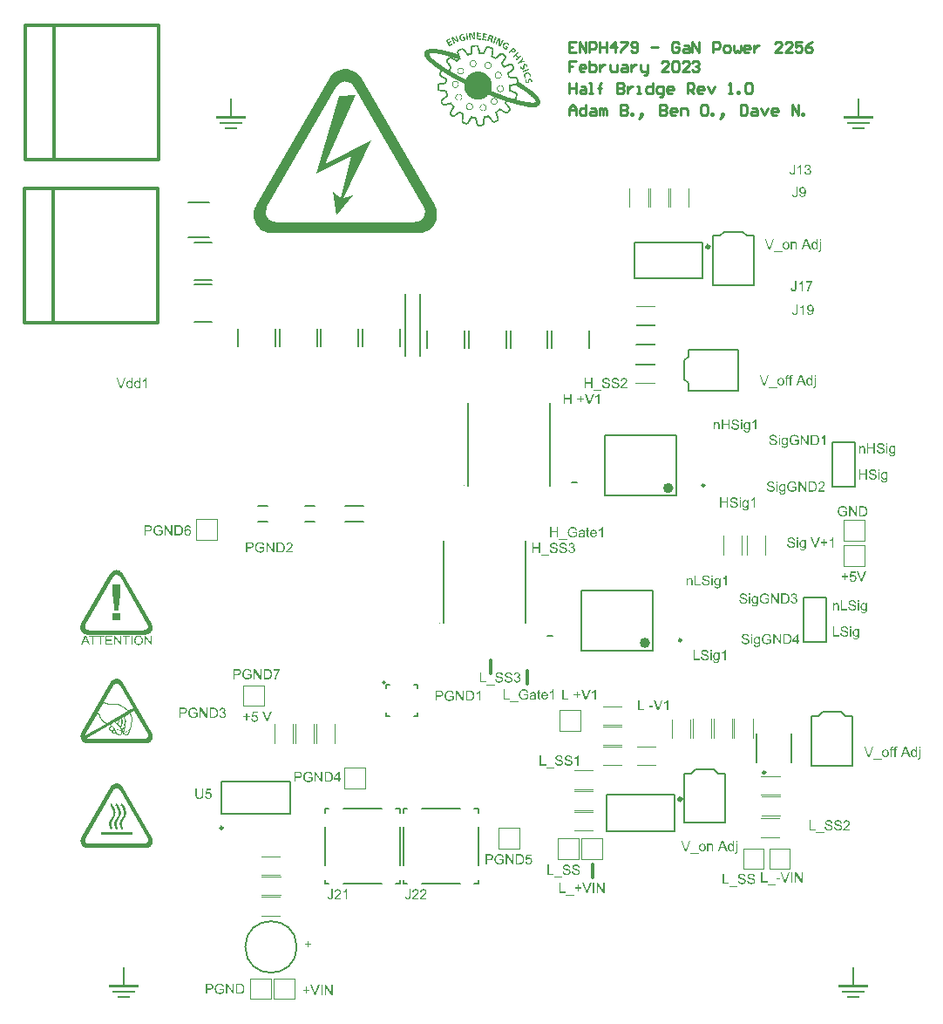
<source format=gbr>
%TF.GenerationSoftware,Altium Limited,Altium Designer,22.9.1 (49)*%
G04 Layer_Color=65535*
%FSLAX45Y45*%
%MOMM*%
%TF.SameCoordinates,B7DE9D22-2107-43EB-A15B-9EDAE082944A*%
%TF.FilePolarity,Positive*%
%TF.FileFunction,Legend,Top*%
%TF.Part,Single*%
G01*
G75*
%TA.AperFunction,NonConductor*%
%ADD67C,0.25000*%
%ADD68C,0.20000*%
%ADD69C,0.10000*%
%ADD85C,0.50000*%
%ADD86C,0.30000*%
%ADD87C,0.15240*%
%ADD88C,0.12700*%
%ADD89C,0.25400*%
G36*
X4534247Y11012232D02*
X4551672D01*
Y11009328D01*
X4563288D01*
Y11006424D01*
X4566192D01*
Y10997712D01*
X4548768D01*
Y11000616D01*
X4540055D01*
Y10994808D01*
X4537151D01*
Y10986096D01*
X4542960D01*
Y10983192D01*
X4557480D01*
Y10980288D01*
X4560384D01*
Y10974480D01*
X4557480D01*
Y10971576D01*
X4545864D01*
Y10974480D01*
X4534247D01*
Y10968672D01*
X4531343D01*
Y10959960D01*
X4534247D01*
Y10957056D01*
X4545864D01*
Y10954151D01*
X4557480D01*
Y10942535D01*
X4545864D01*
Y10945439D01*
X4528439D01*
Y10948343D01*
X4519727D01*
Y10951247D01*
X4516823D01*
Y10968672D01*
X4519727D01*
Y10983192D01*
X4522631D01*
Y10994808D01*
X4525535D01*
Y11012232D01*
X4528439D01*
Y11015136D01*
X4534247D01*
Y11012232D01*
D02*
G37*
G36*
X4481975Y11018040D02*
X4502303D01*
Y11015136D01*
X4505207D01*
Y11006424D01*
X4479071D01*
Y10997712D01*
Y10994808D01*
Y10991904D01*
X4502303D01*
Y10980288D01*
X4484879D01*
Y10983192D01*
X4481975D01*
Y10980288D01*
X4476167D01*
Y10965768D01*
X4487783D01*
Y10962864D01*
X4502303D01*
Y10951247D01*
X4484879D01*
Y10954151D01*
X4461646D01*
Y10983192D01*
X4464550D01*
Y11018040D01*
X4467455D01*
Y11020944D01*
X4481975D01*
Y11018040D01*
D02*
G37*
G36*
X4447126Y10959960D02*
X4450030D01*
Y10957056D01*
X4447126D01*
Y10954151D01*
X4432606D01*
Y10957056D01*
X4429702D01*
Y10962864D01*
X4426798D01*
Y10965768D01*
X4423894D01*
Y10971576D01*
X4420990D01*
Y10977384D01*
X4418086D01*
Y10980288D01*
X4415182D01*
Y10986096D01*
X4412278D01*
Y10991904D01*
X4409374D01*
Y10997712D01*
X4406470D01*
Y10954151D01*
X4403566D01*
Y10951247D01*
X4397758D01*
Y10954151D01*
X4394854D01*
Y10974480D01*
X4391950D01*
Y11018040D01*
X4409374D01*
Y11015136D01*
X4412278D01*
Y11012232D01*
X4415182D01*
Y11006424D01*
X4418086D01*
Y11000616D01*
X4420990D01*
Y10997712D01*
X4423894D01*
Y10991904D01*
X4426798D01*
Y10986096D01*
X4429702D01*
Y10980288D01*
X4432606D01*
Y10977384D01*
X4435510D01*
Y10991904D01*
X4432606D01*
Y11020944D01*
X4447126D01*
Y10959960D01*
D02*
G37*
G36*
X4374525Y10994808D02*
X4377429D01*
Y10980288D01*
Y10977384D01*
Y10968672D01*
X4380333D01*
Y10957056D01*
X4383237D01*
Y10951247D01*
X4380333D01*
Y10948343D01*
X4368717D01*
Y10957056D01*
X4365813D01*
Y10971576D01*
X4362909D01*
Y10997712D01*
X4360005D01*
Y11015136D01*
X4374525D01*
Y10994808D01*
D02*
G37*
G36*
X4269980Y10983192D02*
X4272884D01*
Y10977384D01*
X4275788D01*
Y10965768D01*
X4278692D01*
Y10962864D01*
X4281596D01*
Y10959960D01*
Y10957056D01*
Y10954151D01*
X4284500D01*
Y10945439D01*
X4287404D01*
Y10939631D01*
X4290308D01*
Y10930919D01*
X4287404D01*
Y10928015D01*
X4272884D01*
Y10930919D01*
X4269980D01*
Y10933823D01*
X4267076D01*
Y10936727D01*
X4261268D01*
Y10939631D01*
X4258364D01*
Y10942535D01*
X4255460D01*
Y10945439D01*
X4252556D01*
Y10948343D01*
X4249651D01*
Y10951247D01*
X4246747D01*
Y10954151D01*
X4243843D01*
Y10957056D01*
X4238035D01*
Y10959960D01*
X4235131D01*
Y10957056D01*
X4238035D01*
Y10948343D01*
X4240939D01*
Y10942535D01*
X4243843D01*
Y10933823D01*
X4246747D01*
Y10928015D01*
X4249651D01*
Y10922207D01*
X4252556D01*
Y10916399D01*
X4249651D01*
Y10913495D01*
X4238035D01*
Y10922207D01*
X4235131D01*
Y10928015D01*
X4232227D01*
Y10936727D01*
X4229323D01*
Y10945439D01*
X4226419D01*
Y10951247D01*
X4223515D01*
Y10959960D01*
X4220611D01*
Y10968672D01*
X4217707D01*
Y10974480D01*
X4223515D01*
Y10977384D01*
X4229323D01*
Y10980288D01*
X4232227D01*
Y10977384D01*
X4238035D01*
Y10974480D01*
X4240939D01*
Y10971576D01*
X4243843D01*
Y10968672D01*
X4246747D01*
Y10965768D01*
X4252556D01*
Y10962864D01*
X4255460D01*
Y10959960D01*
X4258364D01*
Y10957056D01*
X4261268D01*
Y10954151D01*
X4264172D01*
Y10951247D01*
X4267076D01*
Y10948343D01*
X4269980D01*
Y10957056D01*
X4267076D01*
Y10962864D01*
X4264172D01*
Y10968672D01*
X4261268D01*
Y10977384D01*
X4258364D01*
Y10983192D01*
X4255460D01*
Y10986096D01*
X4258364D01*
Y10989000D01*
X4261268D01*
Y10991904D01*
X4269980D01*
Y10983192D01*
D02*
G37*
G36*
X4339677Y10997712D02*
X4322252D01*
Y10994808D01*
X4316445D01*
Y10991904D01*
X4313540D01*
Y10989000D01*
X4310636D01*
Y10986096D01*
X4307732D01*
Y10977384D01*
X4304828D01*
Y10971576D01*
X4307732D01*
Y10962864D01*
X4310636D01*
Y10959960D01*
X4313540D01*
Y10957056D01*
X4316445D01*
Y10954151D01*
X4319348D01*
Y10951247D01*
X4336773D01*
Y10954151D01*
X4339677D01*
Y10965768D01*
X4336773D01*
Y10968672D01*
X4328061D01*
Y10971576D01*
X4325156D01*
Y10977384D01*
X4328061D01*
Y10980288D01*
X4339677D01*
Y10983192D01*
X4348389D01*
Y10977384D01*
X4351293D01*
Y10962864D01*
X4354197D01*
Y10948343D01*
X4351293D01*
Y10945439D01*
X4342581D01*
Y10942535D01*
X4333869D01*
Y10939631D01*
X4313540D01*
Y10942535D01*
X4307732D01*
Y10945439D01*
X4301924D01*
Y10948343D01*
X4299020D01*
Y10954151D01*
X4296116D01*
Y10957056D01*
X4293212D01*
Y10971576D01*
X4290308D01*
Y10977384D01*
X4293212D01*
Y10989000D01*
X4296116D01*
Y10991904D01*
X4299020D01*
Y10997712D01*
X4304828D01*
Y11000616D01*
X4307732D01*
Y11003520D01*
X4313540D01*
Y11006424D01*
X4328061D01*
Y11009328D01*
X4339677D01*
Y10997712D01*
D02*
G37*
G36*
X4598136D02*
X4609753D01*
Y10994808D01*
X4612657D01*
Y10991904D01*
X4618465D01*
Y10989000D01*
X4621369D01*
Y10986096D01*
X4624273D01*
Y10968672D01*
X4621369D01*
Y10965768D01*
X4618465D01*
Y10962864D01*
X4615560D01*
Y10959960D01*
X4609753D01*
Y10954151D01*
X4612657D01*
Y10939631D01*
Y10936727D01*
Y10925111D01*
X4609753D01*
Y10928015D01*
X4601040D01*
Y10930919D01*
X4598136D01*
Y10954151D01*
X4595232D01*
Y10959960D01*
X4586520D01*
Y10954151D01*
X4583616D01*
Y10945439D01*
X4580712D01*
Y10936727D01*
X4569096D01*
Y10939631D01*
X4566192D01*
Y10948343D01*
X4569096D01*
Y10954151D01*
X4572000D01*
Y10965768D01*
X4574904D01*
Y10974480D01*
X4577808D01*
Y10983192D01*
X4580712D01*
Y10994808D01*
X4583616D01*
Y11000616D01*
X4598136D01*
Y10997712D01*
D02*
G37*
G36*
X4647505Y10980288D02*
X4653313D01*
Y10977384D01*
X4656217D01*
Y10968672D01*
X4653313D01*
Y10962864D01*
X4650409D01*
Y10954151D01*
X4647505D01*
Y10945439D01*
X4644601D01*
Y10942535D01*
X4641697D01*
Y10933823D01*
X4638793D01*
Y10925111D01*
X4635889D01*
Y10919303D01*
X4632985D01*
Y10916399D01*
X4627177D01*
Y10919303D01*
X4624273D01*
Y10922207D01*
X4621369D01*
Y10928015D01*
X4624273D01*
Y10936727D01*
X4627177D01*
Y10942535D01*
X4630081D01*
Y10948343D01*
X4632985D01*
Y10957056D01*
X4635889D01*
Y10965768D01*
X4638793D01*
Y10971576D01*
X4641697D01*
Y10980288D01*
X4644601D01*
Y10983192D01*
X4647505D01*
Y10980288D01*
D02*
G37*
G36*
X4752050Y10922207D02*
X4760763D01*
Y10919303D01*
X4769475D01*
Y10916399D01*
X4772379D01*
Y10913495D01*
X4775283D01*
Y10910591D01*
X4778187D01*
Y10907687D01*
X4781091D01*
Y10898975D01*
X4775283D01*
Y10896071D01*
X4772379D01*
Y10901879D01*
X4769475D01*
Y10904783D01*
X4763667D01*
Y10907687D01*
X4757859D01*
Y10910591D01*
X4743338D01*
Y10907687D01*
X4737530D01*
Y10904783D01*
X4734626D01*
Y10901879D01*
X4731722D01*
Y10896071D01*
X4728818D01*
Y10878647D01*
X4731722D01*
Y10875742D01*
X4734626D01*
Y10872838D01*
X4737530D01*
Y10869934D01*
X4740434D01*
Y10867030D01*
X4746242D01*
Y10869934D01*
X4749146D01*
Y10875742D01*
X4752050D01*
Y10881551D01*
X4746242D01*
Y10887358D01*
X4749146D01*
Y10893167D01*
X4754954D01*
Y10890262D01*
X4757859D01*
Y10887358D01*
X4763667D01*
Y10884454D01*
X4766571D01*
Y10881551D01*
X4769475D01*
Y10875742D01*
X4766571D01*
Y10872838D01*
X4763667D01*
Y10867030D01*
X4760763D01*
Y10864126D01*
X4757859D01*
Y10858318D01*
X4754954D01*
Y10855414D01*
X4752050D01*
Y10852510D01*
X4743338D01*
Y10855414D01*
X4740434D01*
Y10858318D01*
X4731722D01*
Y10861222D01*
X4728818D01*
Y10864126D01*
X4725914D01*
Y10867030D01*
X4723010D01*
Y10869934D01*
X4720106D01*
Y10872838D01*
X4717202D01*
Y10878647D01*
X4714298D01*
Y10901879D01*
X4717202D01*
Y10907687D01*
X4720106D01*
Y10910591D01*
X4723010D01*
Y10913495D01*
X4725914D01*
Y10916399D01*
X4728818D01*
Y10919303D01*
X4731722D01*
Y10922207D01*
X4743338D01*
Y10925111D01*
X4752050D01*
Y10922207D01*
D02*
G37*
G36*
X4200283Y10962864D02*
X4203187D01*
Y10954151D01*
X4200283D01*
Y10951247D01*
X4194475D01*
Y10948343D01*
X4191571D01*
Y10945439D01*
X4182859D01*
Y10939631D01*
X4185763D01*
Y10933823D01*
X4188667D01*
Y10930919D01*
X4194475D01*
Y10933823D01*
X4200283D01*
Y10936727D01*
X4206091D01*
Y10939631D01*
X4211899D01*
Y10936727D01*
X4214803D01*
Y10930919D01*
X4211899D01*
Y10928015D01*
X4206091D01*
Y10925111D01*
X4203187D01*
Y10922207D01*
X4197379D01*
Y10910591D01*
X4200283D01*
Y10907687D01*
X4203187D01*
Y10904783D01*
X4206091D01*
Y10907687D01*
X4208995D01*
Y10910591D01*
X4214803D01*
Y10913495D01*
X4223515D01*
Y10916399D01*
X4229323D01*
Y10904783D01*
X4223515D01*
Y10901879D01*
X4220611D01*
Y10898975D01*
X4211899D01*
Y10896071D01*
X4206091D01*
Y10893167D01*
X4203187D01*
Y10890262D01*
X4191571D01*
Y10896071D01*
X4188667D01*
Y10901879D01*
X4185763D01*
Y10907687D01*
X4182859D01*
Y10913495D01*
X4179955D01*
Y10919303D01*
X4177051D01*
Y10925111D01*
X4174146D01*
Y10930919D01*
X4171242D01*
Y10936727D01*
X4168338D01*
Y10942535D01*
X4165434D01*
Y10948343D01*
X4168338D01*
Y10951247D01*
X4177051D01*
Y10954151D01*
X4179955D01*
Y10957056D01*
X4185763D01*
Y10959960D01*
X4194475D01*
Y10962864D01*
X4197379D01*
Y10965768D01*
X4200283D01*
Y10962864D01*
D02*
G37*
G36*
X4682354Y10965768D02*
X4688162D01*
Y10962864D01*
X4691066D01*
Y10916399D01*
X4696874D01*
Y10925111D01*
X4699778D01*
Y10930919D01*
X4702682D01*
Y10936727D01*
X4705586D01*
Y10942535D01*
X4708490D01*
Y10945439D01*
X4711394D01*
Y10951247D01*
X4717202D01*
Y10948343D01*
X4720106D01*
Y10945439D01*
X4723010D01*
Y10939631D01*
X4720106D01*
Y10936727D01*
X4717202D01*
Y10928015D01*
X4714298D01*
Y10925111D01*
X4711394D01*
Y10916399D01*
X4708490D01*
Y10913495D01*
X4705586D01*
Y10907687D01*
X4702682D01*
Y10901879D01*
X4699778D01*
Y10896071D01*
X4696874D01*
Y10890262D01*
X4693970D01*
Y10887358D01*
X4691066D01*
Y10890262D01*
X4682354D01*
Y10893167D01*
X4679449D01*
Y10945439D01*
X4673641D01*
Y10936727D01*
X4670737D01*
Y10928015D01*
X4667833D01*
Y10925111D01*
X4664929D01*
Y10919303D01*
X4662025D01*
Y10913495D01*
X4659121D01*
Y10907687D01*
X4650409D01*
Y10910591D01*
X4647505D01*
Y10919303D01*
X4650409D01*
Y10925111D01*
X4653313D01*
Y10930919D01*
X4656217D01*
Y10936727D01*
X4659121D01*
Y10942535D01*
X4662025D01*
Y10945439D01*
Y10948343D01*
X4664929D01*
Y10954151D01*
X4667833D01*
Y10959960D01*
X4670737D01*
Y10965768D01*
X4673641D01*
Y10968672D01*
X4682354D01*
Y10965768D01*
D02*
G37*
G36*
X4821748Y10872838D02*
X4824652D01*
Y10869934D01*
X4827555D01*
Y10867030D01*
X4830459D01*
Y10864126D01*
X4833364D01*
Y10861222D01*
X4836268D01*
Y10858318D01*
X4839172D01*
Y10855414D01*
X4842076D01*
Y10835086D01*
X4839172D01*
Y10829278D01*
X4833364D01*
Y10826374D01*
X4810131D01*
Y10829278D01*
X4807227D01*
Y10832182D01*
X4804323D01*
Y10835086D01*
X4795611D01*
Y10832182D01*
X4792707D01*
Y10829278D01*
X4789803D01*
Y10826374D01*
X4786899D01*
Y10823470D01*
X4783995D01*
Y10820566D01*
X4781091D01*
Y10823470D01*
X4778187D01*
Y10826374D01*
X4775283D01*
Y10829278D01*
Y10832182D01*
Y10835086D01*
X4781091D01*
Y10840894D01*
X4783995D01*
Y10843798D01*
X4789803D01*
Y10849606D01*
X4792707D01*
Y10852510D01*
X4795611D01*
Y10855414D01*
X4798515D01*
Y10858318D01*
X4801419D01*
Y10861222D01*
X4804323D01*
Y10864126D01*
X4807227D01*
Y10867030D01*
X4810131D01*
Y10869934D01*
X4813035D01*
Y10872838D01*
X4815939D01*
Y10875742D01*
X4821748D01*
Y10872838D01*
D02*
G37*
G36*
X4470359Y10898975D02*
X4473263D01*
Y10896071D01*
X4479071D01*
Y10890262D01*
X4481975D01*
Y10887358D01*
X4484879D01*
Y10875742D01*
X4487783D01*
Y10867030D01*
X4490687D01*
Y10852510D01*
X4493591D01*
Y10840894D01*
X4496495D01*
Y10832182D01*
X4499399D01*
Y10829278D01*
X4511015D01*
Y10826374D01*
X4525535D01*
Y10829278D01*
X4528439D01*
Y10832182D01*
X4531343D01*
Y10840894D01*
X4534247D01*
Y10846702D01*
X4537151D01*
Y10849606D01*
X4540055D01*
Y10858318D01*
X4542960D01*
Y10864126D01*
X4545864D01*
Y10869934D01*
X4548768D01*
Y10875742D01*
X4551672D01*
Y10878647D01*
X4554576D01*
Y10881551D01*
X4557480D01*
Y10884454D01*
X4560384D01*
Y10887358D01*
X4566192D01*
Y10890262D01*
X4583616D01*
Y10887358D01*
X4592328D01*
Y10884454D01*
X4601040D01*
Y10881551D01*
X4612657D01*
Y10878647D01*
X4615560D01*
Y10875742D01*
X4618465D01*
Y10872838D01*
X4621369D01*
Y10869934D01*
X4624273D01*
Y10867030D01*
X4627177D01*
Y10837990D01*
X4624273D01*
Y10814757D01*
X4621369D01*
Y10803141D01*
X4618465D01*
Y10797333D01*
X4621369D01*
Y10794429D01*
X4627177D01*
Y10791525D01*
X4630081D01*
Y10788621D01*
X4635889D01*
Y10785717D01*
X4641697D01*
Y10782813D01*
X4650409D01*
Y10785717D01*
X4653313D01*
Y10788621D01*
X4656217D01*
Y10791525D01*
X4659121D01*
Y10794429D01*
X4664929D01*
Y10797333D01*
X4667833D01*
Y10800237D01*
X4670737D01*
Y10803141D01*
X4673641D01*
Y10806045D01*
X4679449D01*
Y10808949D01*
X4682354D01*
Y10811853D01*
X4685258D01*
Y10814757D01*
X4688162D01*
Y10817662D01*
X4693970D01*
Y10820566D01*
X4720106D01*
Y10817662D01*
X4725914D01*
Y10814757D01*
X4728818D01*
Y10811853D01*
X4731722D01*
Y10808949D01*
X4737530D01*
Y10806045D01*
X4740434D01*
Y10803141D01*
X4743338D01*
Y10800237D01*
X4746242D01*
Y10794429D01*
X4749146D01*
Y10771197D01*
X4746242D01*
Y10768293D01*
X4743338D01*
Y10762485D01*
X4740434D01*
Y10756677D01*
X4737530D01*
Y10753773D01*
X4734626D01*
Y10747965D01*
X4731722D01*
Y10745061D01*
X4728818D01*
Y10739252D01*
X4725914D01*
Y10733444D01*
X4723010D01*
Y10730540D01*
X4720106D01*
Y10724732D01*
X4717202D01*
Y10718924D01*
X4720106D01*
Y10713116D01*
X4723010D01*
Y10710212D01*
X4725914D01*
Y10707308D01*
X4728818D01*
Y10704404D01*
X4731722D01*
Y10701500D01*
X4740434D01*
Y10704404D01*
X4749146D01*
Y10707308D01*
X4752050D01*
Y10710212D01*
X4763667D01*
Y10713116D01*
X4769475D01*
Y10716020D01*
X4775283D01*
Y10718924D01*
X4786899D01*
Y10721828D01*
X4801419D01*
Y10718924D01*
X4807227D01*
Y10716020D01*
X4813035D01*
Y10710212D01*
X4815939D01*
Y10707308D01*
X4818843D01*
Y10701500D01*
X4821748D01*
Y10695692D01*
X4824652D01*
Y10692788D01*
X4827555D01*
Y10666652D01*
X4824652D01*
Y10660843D01*
X4821748D01*
Y10657939D01*
X4818843D01*
Y10655035D01*
X4815939D01*
Y10652131D01*
X4813035D01*
Y10649227D01*
X4807227D01*
Y10646323D01*
X4804323D01*
Y10643419D01*
X4801419D01*
Y10640515D01*
X4798515D01*
Y10637611D01*
X4795611D01*
Y10634707D01*
X4789803D01*
Y10631803D01*
X4786899D01*
Y10628899D01*
X4783995D01*
Y10625995D01*
X4781091D01*
Y10623091D01*
X4778187D01*
Y10611475D01*
X4781091D01*
Y10602763D01*
X4783995D01*
Y10596954D01*
X4804323D01*
Y10594050D01*
X4844980D01*
Y10591146D01*
X4850788D01*
Y10588242D01*
X4856596D01*
Y10585338D01*
X4859500D01*
Y10582434D01*
X4862404D01*
Y10576626D01*
X4865308D01*
Y10565010D01*
X4868212D01*
Y10544682D01*
X4871116D01*
Y10541778D01*
X4874020D01*
Y10538874D01*
X4879828D01*
Y10535970D01*
X4882732D01*
Y10533066D01*
X4888540D01*
Y10530162D01*
X4894348D01*
Y10527258D01*
X4897253D01*
Y10524353D01*
X4903061D01*
Y10521449D01*
X4905965D01*
Y10518545D01*
X4911773D01*
Y10515641D01*
X4917581D01*
Y10512737D01*
X4920485D01*
Y10509833D01*
X4926293D01*
Y10506929D01*
X4929197D01*
Y10504025D01*
X4932101D01*
Y10501121D01*
X4937909D01*
Y10498217D01*
X4940813D01*
Y10495313D01*
X4946621D01*
Y10492409D01*
X4952429D01*
Y10489505D01*
X4955333D01*
Y10486601D01*
X4958237D01*
Y10483697D01*
X4964045D01*
Y10480793D01*
X4966949D01*
Y10477889D01*
X4972758D01*
Y10474985D01*
X4975662D01*
Y10472081D01*
X4978566D01*
Y10469177D01*
X4984374D01*
Y10466273D01*
X4987278D01*
Y10463369D01*
X4990182D01*
Y10460464D01*
X4995990D01*
Y10457560D01*
X4998894D01*
Y10454657D01*
X5001798D01*
Y10451753D01*
X5004702D01*
Y10448848D01*
X5010510D01*
Y10445944D01*
X5013414D01*
Y10443040D01*
X5016318D01*
Y10440136D01*
X5019222D01*
Y10437232D01*
X5022126D01*
Y10434328D01*
X5025030D01*
Y10431424D01*
X5030838D01*
Y10428520D01*
X5033742D01*
Y10425616D01*
X5036647D01*
Y10422712D01*
X5039550D01*
Y10419808D01*
X5042454D01*
Y10416904D01*
X5045358D01*
Y10414000D01*
X5048263D01*
Y10411096D01*
X5051167D01*
Y10408192D01*
X5054071D01*
Y10402384D01*
X5056975D01*
Y10399480D01*
X5059879D01*
Y10396576D01*
X5062783D01*
Y10393672D01*
X5065687D01*
Y10390768D01*
X5068591D01*
Y10384959D01*
X5071495D01*
Y10382055D01*
X5074399D01*
Y10376247D01*
X5077303D01*
Y10367535D01*
X5080207D01*
Y10361727D01*
X5083111D01*
Y10332687D01*
X5080207D01*
Y10329783D01*
X5077303D01*
Y10323975D01*
X5074399D01*
Y10318167D01*
X5071495D01*
Y10315263D01*
X5065687D01*
Y10312359D01*
X5062783D01*
Y10309454D01*
X5056975D01*
Y10306550D01*
X5048263D01*
Y10303646D01*
X5045358D01*
Y10300742D01*
X5022126D01*
Y10297838D01*
X4990182D01*
Y10300742D01*
X4955333D01*
Y10303646D01*
X4943717D01*
Y10306550D01*
X4923389D01*
Y10309454D01*
X4908869D01*
Y10312359D01*
X4897253D01*
Y10315263D01*
X4879828D01*
Y10318167D01*
X4874020D01*
Y10321071D01*
X4859500D01*
Y10323975D01*
X4844980D01*
Y10326879D01*
X4839172D01*
Y10329783D01*
X4827555D01*
Y10332687D01*
X4815939D01*
Y10335591D01*
X4807227D01*
Y10338495D01*
X4795611D01*
Y10341399D01*
X4789803D01*
Y10344303D01*
X4778187D01*
Y10347207D01*
X4766571D01*
Y10350111D01*
X4763667D01*
Y10353015D01*
X4760763D01*
Y10350111D01*
X4757859D01*
Y10347207D01*
X4754954D01*
Y10344303D01*
X4752050D01*
Y10335591D01*
X4754954D01*
Y10332687D01*
X4757859D01*
Y10329783D01*
X4760763D01*
Y10326879D01*
X4763667D01*
Y10323975D01*
X4766571D01*
Y10318167D01*
X4769475D01*
Y10315263D01*
X4772379D01*
Y10312359D01*
X4775283D01*
Y10309454D01*
X4778187D01*
Y10306550D01*
X4781091D01*
Y10303646D01*
X4783995D01*
Y10300742D01*
X4786899D01*
Y10294934D01*
X4789803D01*
Y10292030D01*
X4792707D01*
Y10286222D01*
X4795611D01*
Y10268798D01*
X4792707D01*
Y10265894D01*
X4789803D01*
Y10260086D01*
X4786899D01*
Y10257182D01*
X4783995D01*
Y10254278D01*
X4781091D01*
Y10251374D01*
X4778187D01*
Y10248470D01*
X4775283D01*
Y10242662D01*
X4772379D01*
Y10239758D01*
X4766571D01*
Y10236854D01*
X4760763D01*
Y10233949D01*
X4740434D01*
Y10236854D01*
X4734626D01*
Y10239758D01*
X4731722D01*
Y10242662D01*
X4725914D01*
Y10245565D01*
X4720106D01*
Y10248470D01*
X4717202D01*
Y10251374D01*
X4714298D01*
Y10254278D01*
X4708490D01*
Y10257182D01*
X4705586D01*
Y10260086D01*
X4699778D01*
Y10262990D01*
X4696874D01*
Y10265894D01*
X4688162D01*
Y10262990D01*
X4685258D01*
Y10260086D01*
X4679449D01*
Y10257182D01*
X4676545D01*
Y10254278D01*
X4673641D01*
Y10251374D01*
X4670737D01*
Y10248470D01*
X4667833D01*
Y10245565D01*
X4662025D01*
Y10233949D01*
X4664929D01*
Y10222333D01*
X4667833D01*
Y10216525D01*
X4670737D01*
Y10207813D01*
X4673641D01*
Y10199101D01*
X4676545D01*
Y10193293D01*
X4679449D01*
Y10172965D01*
X4676545D01*
Y10170060D01*
X4673641D01*
Y10164252D01*
X4670737D01*
Y10161348D01*
X4664929D01*
Y10158445D01*
X4659121D01*
Y10155540D01*
X4656217D01*
Y10152636D01*
X4647505D01*
Y10149732D01*
X4638793D01*
Y10146828D01*
X4624273D01*
Y10149732D01*
X4618465D01*
Y10152636D01*
X4612657D01*
Y10155540D01*
X4609753D01*
Y10158445D01*
X4606849D01*
Y10161348D01*
X4603944D01*
Y10167156D01*
X4601040D01*
Y10170060D01*
X4598136D01*
Y10172965D01*
X4595232D01*
Y10178773D01*
X4592328D01*
Y10181677D01*
X4589424D01*
Y10184581D01*
X4586520D01*
Y10190389D01*
X4580712D01*
Y10196197D01*
X4577808D01*
Y10199101D01*
X4574904D01*
Y10202005D01*
X4572000D01*
Y10199101D01*
X4560384D01*
Y10196197D01*
X4548768D01*
Y10193293D01*
X4545864D01*
Y10190389D01*
X4542960D01*
Y10170060D01*
X4540055D01*
Y10135212D01*
X4537151D01*
Y10129404D01*
X4534247D01*
Y10123596D01*
X4531343D01*
Y10120692D01*
X4528439D01*
Y10117788D01*
X4522631D01*
Y10114884D01*
X4516823D01*
Y10111980D01*
X4476167D01*
Y10114884D01*
X4473263D01*
Y10117788D01*
X4470359D01*
Y10120692D01*
X4464550D01*
Y10126500D01*
X4461646D01*
Y10135212D01*
X4458742D01*
Y10143924D01*
X4455838D01*
Y10158445D01*
X4452934D01*
Y10170060D01*
X4450030D01*
Y10181677D01*
X4447126D01*
Y10187485D01*
X4432606D01*
Y10190389D01*
X4415182D01*
Y10184581D01*
X4412278D01*
Y10181677D01*
X4409374D01*
Y10175869D01*
X4406470D01*
Y10170060D01*
X4403566D01*
Y10167156D01*
X4400662D01*
Y10161348D01*
X4397758D01*
Y10155540D01*
X4394854D01*
Y10152636D01*
X4391950D01*
Y10146828D01*
X4389045D01*
Y10141020D01*
X4386141D01*
Y10138116D01*
X4383237D01*
Y10135212D01*
X4377429D01*
Y10132308D01*
X4371621D01*
Y10129404D01*
X4354197D01*
Y10132308D01*
X4348389D01*
Y10135212D01*
X4339677D01*
Y10138116D01*
X4330965D01*
Y10141020D01*
X4328061D01*
Y10143924D01*
X4322252D01*
Y10149732D01*
X4319348D01*
Y10152636D01*
X4316445D01*
Y10187485D01*
X4319348D01*
Y10204909D01*
X4322252D01*
Y10225237D01*
X4319348D01*
Y10228141D01*
X4313540D01*
Y10231045D01*
X4307732D01*
Y10233949D01*
X4299020D01*
Y10236854D01*
X4296116D01*
Y10233949D01*
X4287404D01*
Y10231045D01*
X4284500D01*
Y10228141D01*
X4278692D01*
Y10225237D01*
X4275788D01*
Y10222333D01*
X4272884D01*
Y10219429D01*
X4267076D01*
Y10216525D01*
X4264172D01*
Y10213621D01*
X4261268D01*
Y10210717D01*
X4255460D01*
Y10207813D01*
X4252556D01*
Y10204909D01*
X4243843D01*
Y10202005D01*
X4229323D01*
Y10204909D01*
X4220611D01*
Y10207813D01*
X4217707D01*
Y10210717D01*
X4214803D01*
Y10213621D01*
X4211899D01*
Y10216525D01*
X4208995D01*
Y10219429D01*
X4206091D01*
Y10222333D01*
X4203187D01*
Y10225237D01*
X4200283D01*
Y10251374D01*
X4203187D01*
Y10254278D01*
X4206091D01*
Y10260086D01*
X4208995D01*
Y10265894D01*
X4211899D01*
Y10271702D01*
X4214803D01*
Y10277510D01*
X4217707D01*
Y10280414D01*
X4220611D01*
Y10286222D01*
X4223515D01*
Y10292030D01*
X4226419D01*
Y10294934D01*
X4229323D01*
Y10303646D01*
X4226419D01*
Y10306550D01*
X4223515D01*
Y10309454D01*
X4220611D01*
Y10312359D01*
X4217707D01*
Y10315263D01*
X4214803D01*
Y10318167D01*
X4211899D01*
Y10321071D01*
X4208995D01*
Y10323975D01*
X4197379D01*
Y10321071D01*
X4185763D01*
Y10318167D01*
X4177051D01*
Y10315263D01*
X4165434D01*
Y10312359D01*
X4156722D01*
Y10309454D01*
X4142202D01*
Y10312359D01*
X4136394D01*
Y10315263D01*
X4130586D01*
Y10318167D01*
X4127682D01*
Y10321071D01*
X4124778D01*
Y10323975D01*
X4121874D01*
Y10332687D01*
X4118970D01*
Y10338495D01*
X4116066D01*
Y10341399D01*
X4113162D01*
Y10367535D01*
X4116066D01*
Y10370439D01*
X4118970D01*
Y10376247D01*
X4124778D01*
Y10379151D01*
X4127682D01*
Y10382055D01*
X4130586D01*
Y10384959D01*
X4136394D01*
Y10387864D01*
X4139298D01*
Y10390768D01*
X4145106D01*
Y10393672D01*
X4148010D01*
Y10396576D01*
X4150914D01*
Y10399480D01*
X4156722D01*
Y10402384D01*
X4159626D01*
Y10405288D01*
X4162530D01*
Y10408192D01*
X4168338D01*
Y10419808D01*
X4165434D01*
Y10431424D01*
X4162530D01*
Y10443040D01*
X4159626D01*
Y10445944D01*
X4150914D01*
Y10448848D01*
X4121874D01*
Y10451753D01*
X4104449D01*
Y10454657D01*
X4092833D01*
Y10457560D01*
X4089929D01*
Y10460464D01*
X4087025D01*
Y10463369D01*
X4084121D01*
Y10469177D01*
X4081217D01*
Y10515641D01*
X4084121D01*
Y10518545D01*
X4087025D01*
Y10524353D01*
X4092833D01*
Y10527258D01*
X4095737D01*
Y10530162D01*
X4113162D01*
Y10533066D01*
X4136394D01*
Y10535970D01*
X4153818D01*
Y10538874D01*
X4156722D01*
Y10556298D01*
X4159626D01*
Y10565010D01*
X4156722D01*
Y10567914D01*
X4153818D01*
Y10570818D01*
X4148010D01*
Y10573722D01*
X4142202D01*
Y10576626D01*
X4139298D01*
Y10579530D01*
X4133490D01*
Y10582434D01*
X4130586D01*
Y10585338D01*
X4121874D01*
Y10588242D01*
X4118970D01*
Y10591146D01*
X4113162D01*
Y10594050D01*
X4107353D01*
Y10596954D01*
X4104449D01*
Y10602763D01*
X4101546D01*
Y10605667D01*
X4098641D01*
Y10628899D01*
X4101546D01*
Y10634707D01*
X4104449D01*
Y10646323D01*
X4107353D01*
Y10652131D01*
X4110257D01*
Y10657939D01*
X4104449D01*
Y10660843D01*
X4101546D01*
Y10663748D01*
X4095737D01*
Y10666652D01*
X4092833D01*
Y10669555D01*
X4089929D01*
Y10672459D01*
X4084121D01*
Y10675363D01*
X4081217D01*
Y10678268D01*
X4075409D01*
Y10681172D01*
X4072505D01*
Y10684076D01*
X4069601D01*
Y10686980D01*
X4063793D01*
Y10689884D01*
X4057985D01*
Y10692788D01*
X4055081D01*
Y10695692D01*
X4052177D01*
Y10698596D01*
X4049273D01*
Y10701500D01*
X4043465D01*
Y10704404D01*
X4040561D01*
Y10707308D01*
X4037657D01*
Y10710212D01*
X4034752D01*
Y10713116D01*
X4028944D01*
Y10716020D01*
X4026040D01*
Y10718924D01*
X4023136D01*
Y10721828D01*
X4020232D01*
Y10724732D01*
X4017328D01*
Y10727636D01*
X4011520D01*
Y10730540D01*
X4008616D01*
Y10733444D01*
X4005712D01*
Y10736348D01*
X4002808D01*
Y10739252D01*
X3999904D01*
Y10742157D01*
X3997000D01*
Y10745061D01*
X3994096D01*
Y10747965D01*
X3991192D01*
Y10750869D01*
X3988288D01*
Y10753773D01*
X3985384D01*
Y10756677D01*
X3982480D01*
Y10762485D01*
X3979576D01*
Y10765389D01*
X3976672D01*
Y10768293D01*
X3973768D01*
Y10774101D01*
X3970864D01*
Y10777005D01*
X3967960D01*
Y10779909D01*
X3965056D01*
Y10785717D01*
X3962152D01*
Y10791525D01*
X3959247D01*
Y10800237D01*
X3956343D01*
Y10829278D01*
X3959247D01*
Y10835086D01*
X3962152D01*
Y10840894D01*
X3965056D01*
Y10843798D01*
X3967960D01*
Y10846702D01*
X3970864D01*
Y10849606D01*
X3976672D01*
Y10852510D01*
X3979576D01*
Y10855414D01*
X3985384D01*
Y10858318D01*
X3997000D01*
Y10861222D01*
X4008616D01*
Y10864126D01*
X4060889D01*
Y10861222D01*
X4081217D01*
Y10858318D01*
X4101546D01*
Y10855414D01*
X4116066D01*
Y10852510D01*
X4130586D01*
Y10849606D01*
X4148010D01*
Y10846702D01*
X4156722D01*
Y10843798D01*
X4168338D01*
Y10840894D01*
X4182859D01*
Y10837990D01*
X4191571D01*
Y10835086D01*
X4203187D01*
Y10832182D01*
X4211899D01*
Y10829278D01*
X4223515D01*
Y10826374D01*
X4235131D01*
Y10823470D01*
X4240939D01*
Y10820566D01*
X4252556D01*
Y10817662D01*
X4264172D01*
Y10814757D01*
X4269980D01*
Y10811853D01*
X4275788D01*
Y10820566D01*
X4272884D01*
Y10837990D01*
X4275788D01*
Y10846702D01*
X4278692D01*
Y10849606D01*
X4281596D01*
Y10852510D01*
X4284500D01*
Y10855414D01*
X4290308D01*
Y10858318D01*
X4296116D01*
Y10861222D01*
X4301924D01*
Y10864126D01*
X4307732D01*
Y10867030D01*
X4316445D01*
Y10869934D01*
X4330965D01*
Y10867030D01*
X4336773D01*
Y10864126D01*
X4342581D01*
Y10861222D01*
X4345485D01*
Y10858318D01*
X4348389D01*
Y10852510D01*
X4351293D01*
Y10849606D01*
X4354197D01*
Y10846702D01*
X4357101D01*
Y10843798D01*
X4360005D01*
Y10837990D01*
X4362909D01*
Y10835086D01*
X4365813D01*
Y10832182D01*
X4368717D01*
Y10829278D01*
X4371621D01*
Y10823470D01*
X4374525D01*
Y10820566D01*
X4377429D01*
Y10817662D01*
X4389045D01*
Y10820566D01*
X4400662D01*
Y10823470D01*
X4403566D01*
Y10878647D01*
X4406470D01*
Y10887358D01*
X4409374D01*
Y10890262D01*
X4412278D01*
Y10893167D01*
X4415182D01*
Y10896071D01*
X4418086D01*
Y10898975D01*
X4426798D01*
Y10901879D01*
X4470359D01*
Y10898975D01*
D02*
G37*
G36*
X4868212Y10826374D02*
X4871116D01*
Y10820566D01*
X4868212D01*
Y10817662D01*
X4865308D01*
Y10814757D01*
X4862404D01*
Y10811853D01*
X4859500D01*
Y10808949D01*
X4853692D01*
Y10803141D01*
X4856596D01*
Y10800237D01*
X4859500D01*
Y10794429D01*
X4862404D01*
Y10791525D01*
X4865308D01*
Y10788621D01*
X4868212D01*
Y10785717D01*
X4874020D01*
Y10788621D01*
X4876924D01*
Y10791525D01*
X4879828D01*
Y10794429D01*
X4882732D01*
Y10797333D01*
X4885636D01*
Y10800237D01*
X4891444D01*
Y10797333D01*
X4894348D01*
Y10794429D01*
X4897253D01*
Y10788621D01*
X4894348D01*
Y10785717D01*
X4891444D01*
Y10782813D01*
X4885636D01*
Y10779909D01*
X4882732D01*
Y10777005D01*
X4879828D01*
Y10774101D01*
X4876924D01*
Y10771197D01*
X4871116D01*
Y10768293D01*
X4868212D01*
Y10765389D01*
X4865308D01*
Y10762485D01*
X4862404D01*
Y10759581D01*
X4859500D01*
Y10756677D01*
X4853692D01*
Y10753773D01*
X4850788D01*
Y10750869D01*
X4844980D01*
Y10753773D01*
X4842076D01*
Y10762485D01*
X4844980D01*
Y10765389D01*
X4847884D01*
Y10768293D01*
X4850788D01*
Y10771197D01*
X4853692D01*
Y10774101D01*
X4859500D01*
Y10779909D01*
X4856596D01*
Y10785717D01*
X4853692D01*
Y10788621D01*
X4850788D01*
Y10791525D01*
X4847884D01*
Y10794429D01*
X4844980D01*
Y10797333D01*
X4839172D01*
Y10794429D01*
X4836268D01*
Y10791525D01*
X4833364D01*
Y10788621D01*
X4830459D01*
Y10785717D01*
X4827555D01*
Y10782813D01*
X4818843D01*
Y10785717D01*
X4815939D01*
Y10788621D01*
X4813035D01*
Y10791525D01*
X4815939D01*
Y10794429D01*
X4818843D01*
Y10797333D01*
X4824652D01*
Y10800237D01*
X4827555D01*
Y10803141D01*
X4830459D01*
Y10806045D01*
X4833364D01*
Y10808949D01*
X4836268D01*
Y10811853D01*
X4842076D01*
Y10814757D01*
X4844980D01*
Y10817662D01*
X4847884D01*
Y10820566D01*
X4850788D01*
Y10823470D01*
X4853692D01*
Y10826374D01*
X4859500D01*
Y10829278D01*
X4868212D01*
Y10826374D01*
D02*
G37*
G36*
X4908869Y10774101D02*
X4911773D01*
Y10768293D01*
X4914677D01*
Y10765389D01*
X4911773D01*
Y10759581D01*
X4908869D01*
Y10756677D01*
X4905965D01*
Y10750869D01*
X4903061D01*
Y10747965D01*
X4900157D01*
Y10745061D01*
X4897253D01*
Y10742157D01*
X4923389D01*
Y10745061D01*
X4929197D01*
Y10742157D01*
X4932101D01*
Y10739252D01*
X4935005D01*
Y10733444D01*
X4905965D01*
Y10730540D01*
X4891444D01*
Y10727636D01*
X4885636D01*
Y10724732D01*
X4879828D01*
Y10721828D01*
X4876924D01*
Y10718924D01*
X4874020D01*
Y10716020D01*
X4868212D01*
Y10718924D01*
X4865308D01*
Y10724732D01*
X4862404D01*
Y10727636D01*
X4865308D01*
Y10730540D01*
X4871116D01*
Y10733444D01*
X4874020D01*
Y10736348D01*
X4879828D01*
Y10739252D01*
X4882732D01*
Y10742157D01*
X4885636D01*
Y10745061D01*
X4888540D01*
Y10750869D01*
X4891444D01*
Y10756677D01*
X4894348D01*
Y10759581D01*
X4897253D01*
Y10765389D01*
X4900157D01*
Y10771197D01*
X4903061D01*
Y10777005D01*
X4908869D01*
Y10774101D01*
D02*
G37*
G36*
X4935005Y10716020D02*
X4940813D01*
Y10713116D01*
X4946621D01*
Y10710212D01*
X4949525D01*
Y10707308D01*
X4952429D01*
Y10698596D01*
X4955333D01*
Y10692788D01*
X4958237D01*
Y10686980D01*
X4946621D01*
Y10692788D01*
X4943717D01*
Y10701500D01*
X4940813D01*
Y10704404D01*
X4929197D01*
Y10675363D01*
X4926293D01*
Y10669555D01*
X4923389D01*
Y10666652D01*
X4920485D01*
Y10663748D01*
X4900157D01*
Y10666652D01*
X4897253D01*
Y10669555D01*
X4894348D01*
Y10672459D01*
X4891444D01*
Y10678268D01*
X4888540D01*
Y10686980D01*
X4885636D01*
Y10695692D01*
X4888540D01*
Y10698596D01*
X4894348D01*
Y10695692D01*
X4897253D01*
Y10684076D01*
X4900157D01*
Y10678268D01*
X4903061D01*
Y10675363D01*
X4911773D01*
Y10678268D01*
X4914677D01*
Y10704404D01*
X4917581D01*
Y10710212D01*
X4920485D01*
Y10713116D01*
X4923389D01*
Y10716020D01*
X4929197D01*
Y10718924D01*
X4935005D01*
Y10716020D01*
D02*
G37*
G36*
X4966949Y10666652D02*
X4969853D01*
Y10657939D01*
X4966949D01*
Y10655035D01*
X4958237D01*
Y10652131D01*
X4955333D01*
Y10649227D01*
X4946621D01*
Y10646323D01*
X4937909D01*
Y10643419D01*
X4932101D01*
Y10640515D01*
X4923389D01*
Y10637611D01*
X4917581D01*
Y10634707D01*
X4911773D01*
Y10637611D01*
X4908869D01*
Y10640515D01*
X4905965D01*
Y10643419D01*
X4908869D01*
Y10646323D01*
X4911773D01*
Y10649227D01*
X4917581D01*
Y10652131D01*
X4923389D01*
Y10655035D01*
X4932101D01*
Y10657939D01*
X4940813D01*
Y10660843D01*
X4946621D01*
Y10663748D01*
X4955333D01*
Y10666652D01*
X4961141D01*
Y10669555D01*
X4966949D01*
Y10666652D01*
D02*
G37*
G36*
Y10631803D02*
X4975662D01*
Y10628899D01*
X4978566D01*
Y10625995D01*
X4981470D01*
Y10623091D01*
X4984374D01*
Y10617283D01*
X4987278D01*
Y10614379D01*
X4990182D01*
Y10599858D01*
X4993086D01*
Y10596954D01*
X4990182D01*
Y10594050D01*
X4981470D01*
Y10608571D01*
X4978566D01*
Y10611475D01*
X4975662D01*
Y10614379D01*
X4972758D01*
Y10617283D01*
X4969853D01*
Y10620187D01*
X4964045D01*
Y10623091D01*
X4955333D01*
Y10620187D01*
X4946621D01*
Y10617283D01*
X4943717D01*
Y10614379D01*
X4937909D01*
Y10608571D01*
X4935005D01*
Y10591146D01*
X4937909D01*
Y10585338D01*
X4940813D01*
Y10582434D01*
X4937909D01*
Y10579530D01*
X4935005D01*
Y10576626D01*
X4929197D01*
Y10585338D01*
X4926293D01*
Y10594050D01*
X4923389D01*
Y10614379D01*
X4926293D01*
Y10620187D01*
X4929197D01*
Y10623091D01*
X4932101D01*
Y10625995D01*
X4935005D01*
Y10628899D01*
X4937909D01*
Y10631803D01*
X4946621D01*
Y10634707D01*
X4966949D01*
Y10631803D01*
D02*
G37*
G36*
X4990182Y10573722D02*
X4993086D01*
Y10570818D01*
X4995990D01*
Y10567914D01*
X4998894D01*
Y10562106D01*
X5001798D01*
Y10547586D01*
X5004702D01*
Y10544682D01*
X5001798D01*
Y10538874D01*
X4995990D01*
Y10541778D01*
X4993086D01*
Y10556298D01*
X4990182D01*
Y10562106D01*
X4978566D01*
Y10559202D01*
X4975662D01*
Y10541778D01*
X4972758D01*
Y10535970D01*
X4969853D01*
Y10533066D01*
X4966949D01*
Y10530162D01*
X4958237D01*
Y10527258D01*
X4955333D01*
Y10530162D01*
X4946621D01*
Y10533066D01*
X4943717D01*
Y10535970D01*
X4940813D01*
Y10538874D01*
X4937909D01*
Y10547586D01*
X4935005D01*
Y10567914D01*
X4943717D01*
Y10553394D01*
X4946621D01*
Y10544682D01*
X4949525D01*
Y10541778D01*
X4958237D01*
Y10544682D01*
X4961141D01*
Y10550490D01*
X4964045D01*
Y10562106D01*
X4966949D01*
Y10570818D01*
X4969853D01*
Y10573722D01*
X4975662D01*
Y10576626D01*
X4990182D01*
Y10573722D01*
D02*
G37*
G36*
X3214955Y10665648D02*
X3231418Y10660945D01*
X3250232Y10656241D01*
X3271398Y10646834D01*
X3290213Y10635075D01*
X3311379Y10618612D01*
X3313730Y10616261D01*
X3318434Y10611557D01*
X3330193Y10599798D01*
X3332545Y10597446D01*
X3334897Y10592743D01*
X3344304Y10578632D01*
X4054543Y9348648D01*
X4056895Y9346296D01*
X4059247Y9339241D01*
X4063950Y9325130D01*
X4071006Y9308668D01*
X4075709Y9289853D01*
X4078061Y9266336D01*
Y9242818D01*
X4075709Y9216948D01*
Y9214596D01*
X4073357Y9209893D01*
X4071006Y9200486D01*
X4068654Y9191078D01*
Y9188727D01*
X4066302Y9184023D01*
X4061598Y9176968D01*
X4056895Y9165209D01*
X4054543D01*
X4052191Y9162857D01*
X4047488Y9155802D01*
X4040432Y9144043D01*
X4028673Y9132284D01*
X4014563Y9118173D01*
X3998100Y9104062D01*
X3976934Y9092303D01*
X3953416Y9082896D01*
X3951064D01*
X3944009Y9080544D01*
X3934602Y9078193D01*
X3925195D01*
X3922843Y9075841D01*
X3913436D01*
X3901677Y9073489D01*
X2469439D01*
X2455329Y9075841D01*
X2438866Y9080544D01*
X2417700Y9085248D01*
X2396534Y9094655D01*
X2375368Y9106414D01*
X2354202Y9122877D01*
X2351850Y9125228D01*
X2347146Y9129932D01*
X2335388Y9141691D01*
X2333036Y9144043D01*
X2330684Y9148746D01*
X2321277Y9165209D01*
X2318925Y9167561D01*
X2316573Y9174616D01*
X2311870Y9186375D01*
X2304814Y9202837D01*
X2300111Y9221652D01*
X2297759Y9242818D01*
Y9266336D01*
X2300111Y9292205D01*
Y9294557D01*
X2302463Y9301612D01*
X2304814Y9311019D01*
X2307166Y9318075D01*
Y9320427D01*
X2309518Y9325130D01*
X2314221Y9332186D01*
X2318925Y9341593D01*
Y9343944D01*
Y9346296D01*
X2321277D01*
X3029164Y10573929D01*
Y10576280D01*
X3033868Y10580984D01*
X3043275Y10595095D01*
X3062089Y10616261D01*
X3083255Y10635075D01*
X3087959Y10637427D01*
X3097366Y10642130D01*
X3099718Y10644482D01*
X3104422Y10646834D01*
X3113829Y10651537D01*
X3123236Y10656241D01*
X3137347Y10660945D01*
X3153809Y10663296D01*
X3170272Y10668000D01*
X3200845D01*
X3214955Y10665648D01*
D02*
G37*
G36*
X975295Y5804126D02*
X981776Y5802274D01*
X989182Y5800422D01*
X997515Y5796719D01*
X1004922Y5792090D01*
X1013254Y5785609D01*
X1014180Y5784683D01*
X1016031Y5782832D01*
X1020661Y5778203D01*
X1021586Y5777277D01*
X1022512Y5775425D01*
X1026216Y5769870D01*
X1305816Y5285661D01*
X1306742Y5284735D01*
X1307668Y5281958D01*
X1309520Y5276403D01*
X1312297Y5269922D01*
X1314149Y5262515D01*
X1315075Y5253257D01*
Y5243999D01*
X1314149Y5233815D01*
Y5232889D01*
X1313223Y5231037D01*
X1312297Y5227334D01*
X1311371Y5223630D01*
Y5222705D01*
X1310445Y5220853D01*
X1308594Y5218075D01*
X1306742Y5213446D01*
X1305816D01*
X1304890Y5212520D01*
X1303039Y5209743D01*
X1300261Y5205114D01*
X1295632Y5200485D01*
X1290077Y5194930D01*
X1283596Y5189375D01*
X1275264Y5184746D01*
X1266006Y5181042D01*
X1265080D01*
X1262302Y5180116D01*
X1258599Y5179191D01*
X1254896D01*
X1253970Y5178265D01*
X1250266D01*
X1245637Y5177339D01*
X681807D01*
X676252Y5178265D01*
X669771Y5180116D01*
X661439Y5181968D01*
X653106Y5185671D01*
X644774Y5190301D01*
X636441Y5196781D01*
X635515Y5197707D01*
X633664Y5199559D01*
X629035Y5204188D01*
X628109Y5205114D01*
X627183Y5206965D01*
X623480Y5213446D01*
X622554Y5214372D01*
X621628Y5217150D01*
X619776Y5221779D01*
X616999Y5228260D01*
X615147Y5235666D01*
X614221Y5243999D01*
Y5253257D01*
X615147Y5263441D01*
Y5264367D01*
X616073Y5267144D01*
X616999Y5270848D01*
X617925Y5273625D01*
Y5274551D01*
X618850Y5276403D01*
X620702Y5279180D01*
X622554Y5282884D01*
Y5283809D01*
Y5284735D01*
X623480D01*
X902154Y5768018D01*
Y5768944D01*
X904006Y5770796D01*
X907709Y5776351D01*
X915116Y5784683D01*
X923448Y5792090D01*
X925300Y5793016D01*
X929003Y5794868D01*
X929929Y5795793D01*
X931781Y5796719D01*
X935484Y5798571D01*
X939188Y5800422D01*
X944743Y5802274D01*
X951223Y5803200D01*
X957704Y5805052D01*
X969740D01*
X975295Y5804126D01*
D02*
G37*
G36*
X1305816Y5077349D02*
X1293780D01*
X1247489Y5147712D01*
Y5077349D01*
X1236379D01*
Y5166229D01*
X1248415D01*
X1294706Y5096792D01*
Y5166229D01*
X1305816D01*
Y5077349D01*
D02*
G37*
G36*
X1010477D02*
X998441D01*
X951223Y5147712D01*
Y5077349D01*
X940113D01*
Y5166229D01*
X952149D01*
X999367Y5096792D01*
Y5166229D01*
X1010477D01*
Y5077349D01*
D02*
G37*
G36*
X1119724D02*
X1107689D01*
Y5166229D01*
X1119724D01*
Y5077349D01*
D02*
G37*
G36*
X1093801Y5156045D02*
X1064175D01*
Y5077349D01*
X1052139D01*
Y5156045D01*
X1023438D01*
Y5166229D01*
X1093801D01*
Y5156045D01*
D02*
G37*
G36*
X922523D02*
X869750D01*
Y5128270D01*
X918819D01*
Y5118086D01*
X869750D01*
Y5087533D01*
X924374D01*
Y5077349D01*
X857715D01*
Y5166229D01*
X922523D01*
Y5156045D01*
D02*
G37*
G36*
X845679D02*
X816052D01*
Y5077349D01*
X804942D01*
Y5156045D01*
X775316D01*
Y5166229D01*
X845679D01*
Y5156045D01*
D02*
G37*
G36*
X769761D02*
X741060D01*
Y5077349D01*
X729024D01*
Y5156045D01*
X699398D01*
Y5166229D01*
X769761D01*
Y5156045D01*
D02*
G37*
G36*
X705878Y5077349D02*
X692917D01*
X682733Y5104198D01*
X645699D01*
X635515Y5077349D01*
X623480D01*
X656809Y5166229D01*
X669771D01*
X705878Y5077349D01*
D02*
G37*
G36*
X1186384Y5167155D02*
X1193791Y5165303D01*
X1201197Y5161600D01*
X1203049Y5160674D01*
X1206752Y5157896D01*
X1211382Y5152341D01*
X1216011Y5145861D01*
Y5144935D01*
X1216937Y5144009D01*
X1218788Y5138454D01*
X1220640Y5131047D01*
X1221566Y5121789D01*
Y5120863D01*
Y5119937D01*
X1220640Y5113457D01*
X1219714Y5106050D01*
X1216011Y5097718D01*
X1215085Y5095866D01*
X1212307Y5091237D01*
X1206752Y5086608D01*
X1200272Y5081978D01*
X1198420Y5081053D01*
X1193791Y5079201D01*
X1187310Y5077349D01*
X1178978Y5076423D01*
X1177126D01*
X1171571Y5077349D01*
X1164164Y5079201D01*
X1156758Y5081978D01*
X1154906Y5082904D01*
X1151203Y5086608D01*
X1145648Y5091237D01*
X1141019Y5098643D01*
Y5099569D01*
X1140093Y5100495D01*
X1139167Y5105124D01*
X1137315Y5112531D01*
X1136389Y5120863D01*
Y5121789D01*
Y5124567D01*
X1137315Y5128270D01*
X1138241Y5133825D01*
X1141944Y5144935D01*
X1144722Y5150490D01*
X1148425Y5155119D01*
X1149351Y5156045D01*
X1150277Y5156971D01*
X1153054Y5158822D01*
X1156758Y5161600D01*
X1166016Y5166229D01*
X1172497Y5167155D01*
X1178978Y5168081D01*
X1180829D01*
X1186384Y5167155D01*
D02*
G37*
G36*
X979168Y4747948D02*
X985649Y4747023D01*
X991204Y4745171D01*
X994908Y4743319D01*
X998611Y4741468D01*
X1000463Y4740542D01*
X1001388Y4739616D01*
X1005092Y4737764D01*
X1006943Y4736838D01*
X1015276Y4729432D01*
X1022682Y4721099D01*
X1026386Y4715544D01*
X1028237Y4713693D01*
Y4712767D01*
X1306913Y4229484D01*
X1307838D01*
Y4228558D01*
Y4227632D01*
X1309690Y4223929D01*
X1311542Y4221151D01*
X1312468Y4219299D01*
Y4218374D01*
X1313393Y4215596D01*
X1314319Y4211893D01*
X1315245Y4209115D01*
Y4208189D01*
X1316171Y4198005D01*
Y4188747D01*
X1315245Y4180415D01*
X1313393Y4173008D01*
X1310616Y4166527D01*
X1308764Y4161898D01*
X1307838Y4159120D01*
X1306913Y4158195D01*
X1303209Y4151714D01*
X1302283Y4149862D01*
X1301358Y4148936D01*
X1296728Y4144307D01*
X1294877Y4142456D01*
X1293951Y4141530D01*
X1285618Y4135049D01*
X1277286Y4130420D01*
X1268954Y4126716D01*
X1260621Y4124865D01*
X1254140Y4123013D01*
X1248585Y4122087D01*
X684755D01*
X680126Y4123013D01*
X676422D01*
X675496Y4123939D01*
X671793D01*
X668090Y4124865D01*
X665312Y4125791D01*
X664387D01*
X655128Y4129494D01*
X646796Y4134123D01*
X640315Y4139678D01*
X634760Y4145233D01*
X630131Y4149862D01*
X627353Y4154491D01*
X625502Y4157269D01*
X624576Y4158195D01*
X623650D01*
X621798Y4162824D01*
X619947Y4165601D01*
X619021Y4167453D01*
Y4168379D01*
X618095Y4172082D01*
X617169Y4175785D01*
X616243Y4177637D01*
Y4178563D01*
X615318Y4188747D01*
Y4198005D01*
X616243Y4207264D01*
X618095Y4214670D01*
X620873Y4221151D01*
X622724Y4226706D01*
X623650Y4229484D01*
X624576Y4230409D01*
X904176Y4714618D01*
X907880Y4720173D01*
X908805Y4722025D01*
X909731Y4722951D01*
X914360Y4727580D01*
X916212Y4729432D01*
X917138Y4730358D01*
X925470Y4736838D01*
X932877Y4741468D01*
X941209Y4745171D01*
X948616Y4747023D01*
X955097Y4748874D01*
X960652Y4749800D01*
X972688D01*
X979168Y4747948D01*
D02*
G37*
G36*
Y3731948D02*
X985649Y3731023D01*
X991204Y3729171D01*
X994908Y3727319D01*
X998611Y3725468D01*
X1000463Y3724542D01*
X1001388Y3723616D01*
X1005092Y3721764D01*
X1006943Y3720838D01*
X1015276Y3713432D01*
X1022682Y3705099D01*
X1026386Y3699544D01*
X1028237Y3697693D01*
Y3696767D01*
X1306913Y3213484D01*
X1307838D01*
Y3212558D01*
Y3211632D01*
X1309690Y3207929D01*
X1311542Y3205151D01*
X1312468Y3203299D01*
Y3202374D01*
X1313393Y3199596D01*
X1314319Y3195893D01*
X1315245Y3193115D01*
Y3192189D01*
X1316171Y3182005D01*
Y3172747D01*
X1315245Y3164415D01*
X1313393Y3157008D01*
X1310616Y3150527D01*
X1308764Y3145898D01*
X1307838Y3143120D01*
X1306913Y3142195D01*
X1303209Y3135714D01*
X1302283Y3133862D01*
X1301358Y3132936D01*
X1296728Y3128307D01*
X1294877Y3126456D01*
X1293951Y3125530D01*
X1285618Y3119049D01*
X1277286Y3114420D01*
X1268954Y3110716D01*
X1260621Y3108865D01*
X1254140Y3107013D01*
X1248585Y3106087D01*
X684755D01*
X680126Y3107013D01*
X676422D01*
X675496Y3107939D01*
X671793D01*
X668090Y3108865D01*
X665312Y3109791D01*
X664387D01*
X655128Y3113494D01*
X646796Y3118123D01*
X640315Y3123678D01*
X634760Y3129233D01*
X630131Y3133862D01*
X627353Y3138491D01*
X625502Y3141269D01*
X624576Y3142195D01*
X623650D01*
X621798Y3146824D01*
X619947Y3149601D01*
X619021Y3151453D01*
Y3152379D01*
X618095Y3156082D01*
X617169Y3159785D01*
X616243Y3161637D01*
Y3162563D01*
X615318Y3172747D01*
Y3182005D01*
X616243Y3191264D01*
X618095Y3198670D01*
X620873Y3205151D01*
X622724Y3210706D01*
X623650Y3213484D01*
X624576Y3214409D01*
X904176Y3698618D01*
X907880Y3704173D01*
X908805Y3706025D01*
X909731Y3706951D01*
X914360Y3711580D01*
X916212Y3713432D01*
X917138Y3714358D01*
X925470Y3720838D01*
X932877Y3725468D01*
X941209Y3729171D01*
X948616Y3731023D01*
X955097Y3732874D01*
X960652Y3733800D01*
X972688D01*
X979168Y3731948D01*
D02*
G37*
G36*
X6995180Y3160212D02*
X6983198D01*
Y3174168D01*
X6995180D01*
Y3160212D01*
D02*
G37*
G36*
X6964308Y3076617D02*
X6953171D01*
Y3085498D01*
X6953030Y3085357D01*
X6952889Y3085075D01*
X6952466Y3084511D01*
X6951903Y3083806D01*
X6951198Y3083102D01*
X6950352Y3082256D01*
X6949365Y3081269D01*
X6948096Y3080282D01*
X6946828Y3079295D01*
X6945418Y3078309D01*
X6943726Y3077463D01*
X6941894Y3076758D01*
X6940061Y3076053D01*
X6937946Y3075489D01*
X6935691Y3075207D01*
X6933294Y3075066D01*
X6932449D01*
X6931885Y3075207D01*
X6930193Y3075348D01*
X6928220Y3075630D01*
X6925823Y3076194D01*
X6923145Y3077040D01*
X6920466Y3078168D01*
X6917788Y3079718D01*
X6917647D01*
X6917506Y3080000D01*
X6916660Y3080564D01*
X6915391Y3081692D01*
X6913841Y3083102D01*
X6912008Y3084934D01*
X6910175Y3087190D01*
X6908343Y3089727D01*
X6906792Y3092687D01*
Y3092828D01*
X6906651Y3093110D01*
X6906510Y3093533D01*
X6906228Y3094097D01*
X6905946Y3094943D01*
X6905523Y3095930D01*
X6905241Y3096917D01*
X6904960Y3098185D01*
X6904255Y3101005D01*
X6903550Y3104247D01*
X6903127Y3107912D01*
X6902986Y3111859D01*
Y3112000D01*
Y3112282D01*
Y3112846D01*
Y3113692D01*
X6903127Y3114538D01*
Y3115666D01*
X6903409Y3118203D01*
X6903832Y3121163D01*
X6904537Y3124406D01*
X6905382Y3127789D01*
X6906510Y3131031D01*
Y3131172D01*
X6906651Y3131454D01*
X6906933Y3131877D01*
X6907215Y3132441D01*
X6908061Y3133992D01*
X6909189Y3135965D01*
X6910598Y3138080D01*
X6912431Y3140194D01*
X6914545Y3142450D01*
X6917083Y3144283D01*
X6917224D01*
X6917365Y3144423D01*
X6917788Y3144705D01*
X6918352Y3144987D01*
X6919761Y3145692D01*
X6921735Y3146679D01*
X6923990Y3147525D01*
X6926669Y3148230D01*
X6929629Y3148794D01*
X6932731Y3148935D01*
X6933858D01*
X6934986Y3148794D01*
X6936537Y3148653D01*
X6938369Y3148230D01*
X6940343Y3147807D01*
X6942317Y3147102D01*
X6944149Y3146115D01*
X6944431Y3145974D01*
X6944995Y3145692D01*
X6945841Y3144987D01*
X6946969Y3144283D01*
X6948378Y3143296D01*
X6949647Y3142027D01*
X6951057Y3140758D01*
X6952325Y3139208D01*
Y3174168D01*
X6964308D01*
Y3076617D01*
D02*
G37*
G36*
X6738192Y3148794D02*
X6739743Y3148653D01*
X6741575Y3148371D01*
X6743549Y3147948D01*
X6745663Y3147384D01*
X6747637Y3146538D01*
X6747919Y3146397D01*
X6748483Y3146115D01*
X6749470Y3145692D01*
X6750597Y3144987D01*
X6752007Y3144142D01*
X6753276Y3143014D01*
X6754545Y3141886D01*
X6755672Y3140476D01*
X6755813Y3140335D01*
X6756095Y3139771D01*
X6756518Y3139067D01*
X6757223Y3138080D01*
X6757787Y3136670D01*
X6758351Y3135260D01*
X6759056Y3133569D01*
X6759478Y3131736D01*
Y3131595D01*
X6759619Y3131031D01*
X6759760Y3130186D01*
X6759901Y3129058D01*
Y3127366D01*
X6760042Y3125393D01*
X6760183Y3122996D01*
Y3120036D01*
Y3076617D01*
X6748201D01*
Y3119472D01*
Y3119613D01*
Y3119754D01*
Y3120741D01*
Y3122009D01*
X6748060Y3123560D01*
X6747919Y3125393D01*
X6747637Y3127225D01*
X6747214Y3128917D01*
X6746791Y3130467D01*
Y3130608D01*
X6746509Y3131031D01*
X6746086Y3131736D01*
X6745663Y3132582D01*
X6744959Y3133428D01*
X6744113Y3134415D01*
X6742985Y3135401D01*
X6741716Y3136247D01*
X6741575Y3136388D01*
X6741152Y3136670D01*
X6740307Y3136952D01*
X6739320Y3137375D01*
X6738192Y3137798D01*
X6736782Y3138221D01*
X6735091Y3138362D01*
X6733399Y3138503D01*
X6732694D01*
X6732130Y3138362D01*
X6730721Y3138221D01*
X6728888Y3137939D01*
X6726914Y3137234D01*
X6724659Y3136388D01*
X6722403Y3135260D01*
X6720289Y3133569D01*
X6720007Y3133287D01*
X6719443Y3132582D01*
X6719020Y3132018D01*
X6718597Y3131313D01*
X6718033Y3130467D01*
X6717610Y3129481D01*
X6717047Y3128353D01*
X6716483Y3126943D01*
X6716060Y3125393D01*
X6715637Y3123701D01*
X6715355Y3121868D01*
X6715073Y3119895D01*
X6714791Y3117498D01*
Y3115102D01*
Y3076617D01*
X6702809D01*
Y3147384D01*
X6713522D01*
Y3137234D01*
X6713663Y3137375D01*
X6713945Y3137798D01*
X6714368Y3138362D01*
X6714932Y3139067D01*
X6715778Y3139912D01*
X6716765Y3140899D01*
X6717892Y3142027D01*
X6719302Y3143155D01*
X6720712Y3144142D01*
X6722403Y3145269D01*
X6724236Y3146256D01*
X6726210Y3147102D01*
X6728465Y3147807D01*
X6730721Y3148371D01*
X6733258Y3148794D01*
X6735936Y3148935D01*
X6737064D01*
X6738192Y3148794D01*
D02*
G37*
G36*
X6502913Y3076617D02*
X6489380D01*
X6451600Y3174168D01*
X6465697D01*
X6491072Y3103260D01*
Y3103119D01*
X6491213Y3102837D01*
X6491354Y3102414D01*
X6491635Y3101851D01*
X6491776Y3101005D01*
X6492058Y3100159D01*
X6492763Y3098044D01*
X6493609Y3095648D01*
X6494455Y3092969D01*
X6496147Y3087331D01*
Y3087472D01*
X6496287Y3087754D01*
X6496428Y3088176D01*
X6496569Y3088740D01*
X6496992Y3090291D01*
X6497697Y3092406D01*
X6498402Y3094802D01*
X6499248Y3097480D01*
X6500235Y3100300D01*
X6501362Y3103260D01*
X6527865Y3174168D01*
X6540975D01*
X6502913Y3076617D01*
D02*
G37*
G36*
X6898616D02*
X6883955D01*
X6872536Y3106221D01*
X6831655D01*
X6821082Y3076617D01*
X6807408D01*
X6844624Y3174168D01*
X6858721D01*
X6898616Y3076617D01*
D02*
G37*
G36*
X6657980Y3148794D02*
X6659249Y3148653D01*
X6660659Y3148371D01*
X6662209Y3148089D01*
X6664042Y3147807D01*
X6667848Y3146538D01*
X6669822Y3145833D01*
X6671795Y3144846D01*
X6673769Y3143860D01*
X6675742Y3142450D01*
X6677575Y3141040D01*
X6679408Y3139349D01*
X6679548Y3139208D01*
X6679830Y3138926D01*
X6680253Y3138362D01*
X6680817Y3137657D01*
X6681522Y3136670D01*
X6682368Y3135401D01*
X6683214Y3133992D01*
X6684060Y3132441D01*
X6684905Y3130749D01*
X6685751Y3128635D01*
X6686597Y3126520D01*
X6687302Y3124124D01*
X6687866Y3121586D01*
X6688289Y3118908D01*
X6688571Y3116089D01*
X6688712Y3112987D01*
Y3112846D01*
Y3112423D01*
Y3111718D01*
Y3110732D01*
X6688571Y3109604D01*
X6688430Y3108194D01*
Y3106784D01*
X6688148Y3105234D01*
X6687725Y3101710D01*
X6686879Y3098185D01*
X6685892Y3094661D01*
X6684482Y3091419D01*
Y3091278D01*
X6684341Y3091137D01*
X6684060Y3090714D01*
X6683778Y3090150D01*
X6682791Y3088740D01*
X6681522Y3087049D01*
X6679830Y3085075D01*
X6677716Y3083102D01*
X6675319Y3081128D01*
X6672500Y3079295D01*
X6672359D01*
X6672218Y3079154D01*
X6671795Y3078872D01*
X6671090Y3078590D01*
X6670385Y3078309D01*
X6669540Y3078027D01*
X6667425Y3077181D01*
X6665029Y3076476D01*
X6662068Y3075771D01*
X6658967Y3075207D01*
X6655584Y3075066D01*
X6654174D01*
X6653046Y3075207D01*
X6651777Y3075348D01*
X6650368Y3075630D01*
X6648676Y3075912D01*
X6646984Y3076194D01*
X6643178Y3077322D01*
X6641064Y3078168D01*
X6639090Y3079013D01*
X6637117Y3080141D01*
X6635143Y3081410D01*
X6633310Y3082820D01*
X6631478Y3084511D01*
X6631337Y3084652D01*
X6631055Y3084934D01*
X6630632Y3085498D01*
X6630068Y3086344D01*
X6629363Y3087331D01*
X6628658Y3088458D01*
X6627813Y3089868D01*
X6626967Y3091560D01*
X6626121Y3093392D01*
X6625275Y3095507D01*
X6624570Y3097762D01*
X6623865Y3100159D01*
X6623301Y3102837D01*
X6622879Y3105657D01*
X6622597Y3108758D01*
X6622456Y3112000D01*
Y3112282D01*
Y3112846D01*
X6622597Y3113833D01*
Y3115243D01*
X6622738Y3116793D01*
X6623020Y3118767D01*
X6623301Y3120741D01*
X6623865Y3122996D01*
X6624429Y3125252D01*
X6625134Y3127648D01*
X6625980Y3130186D01*
X6627108Y3132582D01*
X6628235Y3134838D01*
X6629786Y3137093D01*
X6631337Y3139208D01*
X6633310Y3141040D01*
X6633451Y3141181D01*
X6633733Y3141322D01*
X6634297Y3141745D01*
X6635002Y3142309D01*
X6635848Y3142873D01*
X6636976Y3143578D01*
X6638103Y3144283D01*
X6639513Y3144987D01*
X6641064Y3145692D01*
X6642755Y3146397D01*
X6646562Y3147666D01*
X6650932Y3148653D01*
X6653187Y3148794D01*
X6655584Y3148935D01*
X6656993D01*
X6657980Y3148794D01*
D02*
G37*
G36*
X6995180Y3072952D02*
Y3072811D01*
Y3072388D01*
Y3071683D01*
Y3070837D01*
X6995039Y3069709D01*
Y3068582D01*
X6994757Y3065762D01*
X6994334Y3062802D01*
X6993771Y3059701D01*
X6992925Y3057022D01*
X6992361Y3055753D01*
X6991797Y3054767D01*
Y3054626D01*
X6991656Y3054485D01*
X6990951Y3053780D01*
X6989823Y3052652D01*
X6988414Y3051383D01*
X6986440Y3050115D01*
X6983903Y3049128D01*
X6980942Y3048282D01*
X6979251Y3048141D01*
X6977418Y3048000D01*
X6976572D01*
X6975726Y3048141D01*
X6974458D01*
X6973048Y3048282D01*
X6971497Y3048564D01*
X6968114Y3049410D01*
X6970370Y3059560D01*
X6970511D01*
X6970933Y3059419D01*
X6971638Y3059278D01*
X6972343Y3059137D01*
X6974176Y3058714D01*
X6975022Y3058573D01*
X6976431D01*
X6977136Y3058714D01*
X6977982Y3058855D01*
X6978828Y3059137D01*
X6979674Y3059701D01*
X6980660Y3060264D01*
X6981365Y3061110D01*
X6981506Y3061251D01*
X6981647Y3061674D01*
X6981929Y3062379D01*
X6982352Y3063507D01*
X6982634Y3065057D01*
X6982775Y3066185D01*
X6982916Y3067172D01*
X6983057Y3068441D01*
Y3069991D01*
X6983198Y3071542D01*
Y3073234D01*
Y3147384D01*
X6995180D01*
Y3072952D01*
D02*
G37*
G36*
X6619354Y3049551D02*
X6539988D01*
Y3058150D01*
X6619354D01*
Y3049551D01*
D02*
G37*
G36*
X8544386Y4090119D02*
X8546078Y4089978D01*
X8548051Y4089696D01*
X8550025Y4089414D01*
X8552280Y4088991D01*
X8550448Y4078559D01*
X8550307D01*
X8549884Y4078700D01*
X8549179Y4078841D01*
X8548192Y4078982D01*
X8547064D01*
X8545937Y4079123D01*
X8543399Y4079264D01*
X8542553D01*
X8541567Y4079123D01*
X8540439Y4078982D01*
X8539170Y4078700D01*
X8537901Y4078277D01*
X8536774Y4077713D01*
X8535787Y4076868D01*
X8535646Y4076727D01*
X8535505Y4076445D01*
X8535082Y4075881D01*
X8534659Y4074894D01*
X8534236Y4073766D01*
X8533954Y4072357D01*
X8533672Y4070524D01*
X8533531Y4068268D01*
Y4061784D01*
X8547205D01*
Y4052480D01*
X8533531D01*
Y3991017D01*
X8521549D01*
Y4052480D01*
X8510976D01*
Y4061784D01*
X8521549D01*
Y4069255D01*
Y4069396D01*
Y4069537D01*
Y4070383D01*
X8521690Y4071652D01*
Y4073202D01*
X8521831Y4074894D01*
X8522113Y4076727D01*
X8522395Y4078418D01*
X8522818Y4079828D01*
X8522959Y4079969D01*
X8523100Y4080674D01*
X8523522Y4081520D01*
X8524227Y4082506D01*
X8525073Y4083634D01*
X8526060Y4084903D01*
X8527329Y4086172D01*
X8528879Y4087299D01*
X8529020Y4087440D01*
X8529725Y4087722D01*
X8530712Y4088286D01*
X8532122Y4088850D01*
X8533813Y4089273D01*
X8535928Y4089837D01*
X8538324Y4090119D01*
X8541144Y4090260D01*
X8543117D01*
X8544386Y4090119D01*
D02*
G37*
G36*
X8506465D02*
X8508157Y4089978D01*
X8510130Y4089696D01*
X8512104Y4089414D01*
X8514359Y4088991D01*
X8512527Y4078559D01*
X8512386D01*
X8511963Y4078700D01*
X8511258Y4078841D01*
X8510271Y4078982D01*
X8509144D01*
X8508016Y4079123D01*
X8505478Y4079264D01*
X8504632D01*
X8503646Y4079123D01*
X8502518Y4078982D01*
X8501249Y4078700D01*
X8499980Y4078277D01*
X8498853Y4077713D01*
X8497866Y4076868D01*
X8497725Y4076727D01*
X8497584Y4076445D01*
X8497161Y4075881D01*
X8496738Y4074894D01*
X8496315Y4073766D01*
X8496033Y4072357D01*
X8495751Y4070524D01*
X8495610Y4068268D01*
Y4061784D01*
X8509284D01*
Y4052480D01*
X8495610D01*
Y3991017D01*
X8483628D01*
Y4052480D01*
X8473055D01*
Y4061784D01*
X8483628D01*
Y4069255D01*
Y4069396D01*
Y4069537D01*
Y4070383D01*
X8483769Y4071652D01*
Y4073202D01*
X8483910Y4074894D01*
X8484192Y4076727D01*
X8484474Y4078418D01*
X8484897Y4079828D01*
X8485038Y4079969D01*
X8485179Y4080674D01*
X8485602Y4081520D01*
X8486306Y4082506D01*
X8487152Y4083634D01*
X8488139Y4084903D01*
X8489408Y4086172D01*
X8490958Y4087299D01*
X8491099Y4087440D01*
X8491804Y4087722D01*
X8492791Y4088286D01*
X8494201Y4088850D01*
X8495892Y4089273D01*
X8498007Y4089837D01*
X8500403Y4090119D01*
X8503223Y4090260D01*
X8505196D01*
X8506465Y4090119D01*
D02*
G37*
G36*
X8773180Y4074612D02*
X8761198D01*
Y4088568D01*
X8773180D01*
Y4074612D01*
D02*
G37*
G36*
X8742308Y3991017D02*
X8731171D01*
Y3999898D01*
X8731030Y3999757D01*
X8730889Y3999475D01*
X8730466Y3998911D01*
X8729903Y3998206D01*
X8729198Y3997502D01*
X8728352Y3996656D01*
X8727365Y3995669D01*
X8726096Y3994682D01*
X8724828Y3993695D01*
X8723418Y3992709D01*
X8721726Y3991863D01*
X8719894Y3991158D01*
X8718061Y3990453D01*
X8715946Y3989889D01*
X8713691Y3989607D01*
X8711294Y3989466D01*
X8710449D01*
X8709885Y3989607D01*
X8708193Y3989748D01*
X8706220Y3990030D01*
X8703823Y3990594D01*
X8701145Y3991440D01*
X8698466Y3992568D01*
X8695788Y3994118D01*
X8695647D01*
X8695506Y3994400D01*
X8694660Y3994964D01*
X8693391Y3996092D01*
X8691841Y3997502D01*
X8690008Y3999334D01*
X8688175Y4001590D01*
X8686343Y4004127D01*
X8684792Y4007087D01*
Y4007228D01*
X8684651Y4007510D01*
X8684510Y4007933D01*
X8684228Y4008497D01*
X8683946Y4009343D01*
X8683523Y4010330D01*
X8683241Y4011317D01*
X8682960Y4012585D01*
X8682255Y4015405D01*
X8681550Y4018647D01*
X8681127Y4022312D01*
X8680986Y4026259D01*
Y4026400D01*
Y4026682D01*
Y4027246D01*
Y4028092D01*
X8681127Y4028938D01*
Y4030066D01*
X8681409Y4032603D01*
X8681832Y4035563D01*
X8682537Y4038806D01*
X8683382Y4042189D01*
X8684510Y4045431D01*
Y4045572D01*
X8684651Y4045854D01*
X8684933Y4046277D01*
X8685215Y4046841D01*
X8686061Y4048392D01*
X8687189Y4050365D01*
X8688598Y4052480D01*
X8690431Y4054594D01*
X8692545Y4056850D01*
X8695083Y4058683D01*
X8695224D01*
X8695365Y4058823D01*
X8695788Y4059105D01*
X8696352Y4059387D01*
X8697761Y4060092D01*
X8699735Y4061079D01*
X8701990Y4061925D01*
X8704669Y4062630D01*
X8707629Y4063194D01*
X8710731Y4063335D01*
X8711858D01*
X8712986Y4063194D01*
X8714537Y4063053D01*
X8716369Y4062630D01*
X8718343Y4062207D01*
X8720317Y4061502D01*
X8722149Y4060515D01*
X8722431Y4060374D01*
X8722995Y4060092D01*
X8723841Y4059387D01*
X8724969Y4058683D01*
X8726378Y4057696D01*
X8727647Y4056427D01*
X8729057Y4055158D01*
X8730325Y4053608D01*
Y4088568D01*
X8742308D01*
Y3991017D01*
D02*
G37*
G36*
X8280913D02*
X8267380D01*
X8229600Y4088568D01*
X8243697D01*
X8269072Y4017660D01*
Y4017519D01*
X8269213Y4017237D01*
X8269354Y4016814D01*
X8269635Y4016251D01*
X8269776Y4015405D01*
X8270058Y4014559D01*
X8270763Y4012444D01*
X8271609Y4010048D01*
X8272455Y4007369D01*
X8274147Y4001731D01*
Y4001872D01*
X8274287Y4002154D01*
X8274428Y4002576D01*
X8274569Y4003140D01*
X8274992Y4004691D01*
X8275697Y4006806D01*
X8276402Y4009202D01*
X8277248Y4011880D01*
X8278235Y4014700D01*
X8279362Y4017660D01*
X8305865Y4088568D01*
X8318975D01*
X8280913Y3991017D01*
D02*
G37*
G36*
X8676616D02*
X8661955D01*
X8650536Y4020621D01*
X8609655D01*
X8599082Y3991017D01*
X8585408D01*
X8622624Y4088568D01*
X8636721D01*
X8676616Y3991017D01*
D02*
G37*
G36*
X8435980Y4063194D02*
X8437249Y4063053D01*
X8438659Y4062771D01*
X8440209Y4062489D01*
X8442042Y4062207D01*
X8445848Y4060938D01*
X8447822Y4060233D01*
X8449795Y4059246D01*
X8451769Y4058260D01*
X8453742Y4056850D01*
X8455575Y4055440D01*
X8457408Y4053749D01*
X8457548Y4053608D01*
X8457830Y4053326D01*
X8458253Y4052762D01*
X8458817Y4052057D01*
X8459522Y4051070D01*
X8460368Y4049801D01*
X8461214Y4048392D01*
X8462060Y4046841D01*
X8462905Y4045149D01*
X8463751Y4043035D01*
X8464597Y4040920D01*
X8465302Y4038524D01*
X8465866Y4035986D01*
X8466289Y4033308D01*
X8466571Y4030489D01*
X8466712Y4027387D01*
Y4027246D01*
Y4026823D01*
Y4026118D01*
Y4025132D01*
X8466571Y4024004D01*
X8466430Y4022594D01*
Y4021184D01*
X8466148Y4019634D01*
X8465725Y4016110D01*
X8464879Y4012585D01*
X8463892Y4009061D01*
X8462482Y4005819D01*
Y4005678D01*
X8462341Y4005537D01*
X8462060Y4005114D01*
X8461778Y4004550D01*
X8460791Y4003140D01*
X8459522Y4001449D01*
X8457830Y3999475D01*
X8455716Y3997502D01*
X8453319Y3995528D01*
X8450500Y3993695D01*
X8450359D01*
X8450218Y3993554D01*
X8449795Y3993272D01*
X8449090Y3992990D01*
X8448385Y3992709D01*
X8447540Y3992427D01*
X8445425Y3991581D01*
X8443029Y3990876D01*
X8440068Y3990171D01*
X8436967Y3989607D01*
X8433584Y3989466D01*
X8432174D01*
X8431046Y3989607D01*
X8429777Y3989748D01*
X8428368Y3990030D01*
X8426676Y3990312D01*
X8424984Y3990594D01*
X8421178Y3991722D01*
X8419064Y3992568D01*
X8417090Y3993413D01*
X8415117Y3994541D01*
X8413143Y3995810D01*
X8411310Y3997220D01*
X8409478Y3998911D01*
X8409337Y3999052D01*
X8409055Y3999334D01*
X8408632Y3999898D01*
X8408068Y4000744D01*
X8407363Y4001731D01*
X8406658Y4002858D01*
X8405813Y4004268D01*
X8404967Y4005960D01*
X8404121Y4007792D01*
X8403275Y4009907D01*
X8402570Y4012162D01*
X8401865Y4014559D01*
X8401301Y4017237D01*
X8400879Y4020057D01*
X8400597Y4023158D01*
X8400456Y4026400D01*
Y4026682D01*
Y4027246D01*
X8400597Y4028233D01*
Y4029643D01*
X8400738Y4031193D01*
X8401020Y4033167D01*
X8401301Y4035141D01*
X8401865Y4037396D01*
X8402429Y4039652D01*
X8403134Y4042048D01*
X8403980Y4044586D01*
X8405108Y4046982D01*
X8406235Y4049238D01*
X8407786Y4051493D01*
X8409337Y4053608D01*
X8411310Y4055440D01*
X8411451Y4055581D01*
X8411733Y4055722D01*
X8412297Y4056145D01*
X8413002Y4056709D01*
X8413848Y4057273D01*
X8414976Y4057978D01*
X8416103Y4058683D01*
X8417513Y4059387D01*
X8419064Y4060092D01*
X8420755Y4060797D01*
X8424562Y4062066D01*
X8428932Y4063053D01*
X8431187Y4063194D01*
X8433584Y4063335D01*
X8434993D01*
X8435980Y4063194D01*
D02*
G37*
G36*
X8773180Y3987352D02*
Y3987211D01*
Y3986788D01*
Y3986083D01*
Y3985237D01*
X8773039Y3984109D01*
Y3982982D01*
X8772757Y3980162D01*
X8772334Y3977202D01*
X8771771Y3974101D01*
X8770925Y3971422D01*
X8770361Y3970153D01*
X8769797Y3969167D01*
Y3969026D01*
X8769656Y3968885D01*
X8768951Y3968180D01*
X8767823Y3967052D01*
X8766414Y3965783D01*
X8764440Y3964515D01*
X8761903Y3963528D01*
X8758942Y3962682D01*
X8757251Y3962541D01*
X8755418Y3962400D01*
X8754572D01*
X8753726Y3962541D01*
X8752458D01*
X8751048Y3962682D01*
X8749497Y3962964D01*
X8746114Y3963810D01*
X8748370Y3973960D01*
X8748511D01*
X8748933Y3973819D01*
X8749638Y3973678D01*
X8750343Y3973537D01*
X8752176Y3973114D01*
X8753022Y3972973D01*
X8754431D01*
X8755136Y3973114D01*
X8755982Y3973255D01*
X8756828Y3973537D01*
X8757674Y3974101D01*
X8758660Y3974664D01*
X8759365Y3975510D01*
X8759506Y3975651D01*
X8759647Y3976074D01*
X8759929Y3976779D01*
X8760352Y3977907D01*
X8760634Y3979457D01*
X8760775Y3980585D01*
X8760916Y3981572D01*
X8761057Y3982841D01*
Y3984391D01*
X8761198Y3985942D01*
Y3987634D01*
Y4061784D01*
X8773180D01*
Y3987352D01*
D02*
G37*
G36*
X8397354Y3963951D02*
X8317988D01*
Y3972550D01*
X8397354D01*
Y3963951D01*
D02*
G37*
G36*
X7528386Y7696919D02*
X7530078Y7696778D01*
X7532051Y7696496D01*
X7534025Y7696214D01*
X7536280Y7695791D01*
X7534448Y7685359D01*
X7534307D01*
X7533884Y7685500D01*
X7533179Y7685641D01*
X7532192Y7685782D01*
X7531064D01*
X7529937Y7685923D01*
X7527399Y7686064D01*
X7526553D01*
X7525567Y7685923D01*
X7524439Y7685782D01*
X7523170Y7685500D01*
X7521901Y7685077D01*
X7520774Y7684513D01*
X7519787Y7683668D01*
X7519646Y7683527D01*
X7519505Y7683245D01*
X7519082Y7682681D01*
X7518659Y7681694D01*
X7518236Y7680566D01*
X7517954Y7679157D01*
X7517672Y7677324D01*
X7517531Y7675068D01*
Y7668584D01*
X7531205D01*
Y7659280D01*
X7517531D01*
Y7597817D01*
X7505549D01*
Y7659280D01*
X7494976D01*
Y7668584D01*
X7505549D01*
Y7676055D01*
Y7676196D01*
Y7676337D01*
Y7677183D01*
X7505690Y7678452D01*
Y7680002D01*
X7505831Y7681694D01*
X7506113Y7683527D01*
X7506395Y7685218D01*
X7506818Y7686628D01*
X7506959Y7686769D01*
X7507100Y7687474D01*
X7507522Y7688320D01*
X7508227Y7689306D01*
X7509073Y7690434D01*
X7510060Y7691703D01*
X7511329Y7692972D01*
X7512879Y7694099D01*
X7513020Y7694240D01*
X7513725Y7694522D01*
X7514712Y7695086D01*
X7516122Y7695650D01*
X7517813Y7696073D01*
X7519928Y7696637D01*
X7522324Y7696919D01*
X7525144Y7697060D01*
X7527117D01*
X7528386Y7696919D01*
D02*
G37*
G36*
X7490465D02*
X7492157Y7696778D01*
X7494130Y7696496D01*
X7496104Y7696214D01*
X7498359Y7695791D01*
X7496527Y7685359D01*
X7496386D01*
X7495963Y7685500D01*
X7495258Y7685641D01*
X7494271Y7685782D01*
X7493144D01*
X7492016Y7685923D01*
X7489478Y7686064D01*
X7488632D01*
X7487646Y7685923D01*
X7486518Y7685782D01*
X7485249Y7685500D01*
X7483980Y7685077D01*
X7482853Y7684513D01*
X7481866Y7683668D01*
X7481725Y7683527D01*
X7481584Y7683245D01*
X7481161Y7682681D01*
X7480738Y7681694D01*
X7480315Y7680566D01*
X7480033Y7679157D01*
X7479751Y7677324D01*
X7479610Y7675068D01*
Y7668584D01*
X7493284D01*
Y7659280D01*
X7479610D01*
Y7597817D01*
X7467628D01*
Y7659280D01*
X7457055D01*
Y7668584D01*
X7467628D01*
Y7676055D01*
Y7676196D01*
Y7676337D01*
Y7677183D01*
X7467769Y7678452D01*
Y7680002D01*
X7467910Y7681694D01*
X7468192Y7683527D01*
X7468474Y7685218D01*
X7468897Y7686628D01*
X7469038Y7686769D01*
X7469179Y7687474D01*
X7469602Y7688320D01*
X7470306Y7689306D01*
X7471152Y7690434D01*
X7472139Y7691703D01*
X7473408Y7692972D01*
X7474958Y7694099D01*
X7475099Y7694240D01*
X7475804Y7694522D01*
X7476791Y7695086D01*
X7478201Y7695650D01*
X7479892Y7696073D01*
X7482007Y7696637D01*
X7484403Y7696919D01*
X7487223Y7697060D01*
X7489196D01*
X7490465Y7696919D01*
D02*
G37*
G36*
X7757180Y7681412D02*
X7745198D01*
Y7695368D01*
X7757180D01*
Y7681412D01*
D02*
G37*
G36*
X7726308Y7597817D02*
X7715171D01*
Y7606698D01*
X7715030Y7606557D01*
X7714889Y7606275D01*
X7714466Y7605711D01*
X7713903Y7605006D01*
X7713198Y7604302D01*
X7712352Y7603456D01*
X7711365Y7602469D01*
X7710096Y7601482D01*
X7708828Y7600495D01*
X7707418Y7599509D01*
X7705726Y7598663D01*
X7703894Y7597958D01*
X7702061Y7597253D01*
X7699947Y7596689D01*
X7697691Y7596407D01*
X7695294Y7596266D01*
X7694449D01*
X7693885Y7596407D01*
X7692193Y7596548D01*
X7690220Y7596830D01*
X7687823Y7597394D01*
X7685145Y7598240D01*
X7682466Y7599368D01*
X7679788Y7600918D01*
X7679647D01*
X7679506Y7601200D01*
X7678660Y7601764D01*
X7677391Y7602892D01*
X7675841Y7604302D01*
X7674008Y7606134D01*
X7672175Y7608390D01*
X7670343Y7610927D01*
X7668792Y7613887D01*
Y7614028D01*
X7668651Y7614310D01*
X7668510Y7614733D01*
X7668228Y7615297D01*
X7667946Y7616143D01*
X7667523Y7617130D01*
X7667241Y7618117D01*
X7666960Y7619385D01*
X7666255Y7622205D01*
X7665550Y7625447D01*
X7665127Y7629112D01*
X7664986Y7633059D01*
Y7633200D01*
Y7633482D01*
Y7634046D01*
Y7634892D01*
X7665127Y7635738D01*
Y7636866D01*
X7665409Y7639403D01*
X7665832Y7642363D01*
X7666537Y7645606D01*
X7667382Y7648989D01*
X7668510Y7652231D01*
Y7652372D01*
X7668651Y7652654D01*
X7668933Y7653077D01*
X7669215Y7653641D01*
X7670061Y7655192D01*
X7671189Y7657165D01*
X7672598Y7659280D01*
X7674431Y7661394D01*
X7676545Y7663650D01*
X7679083Y7665483D01*
X7679224D01*
X7679365Y7665623D01*
X7679788Y7665905D01*
X7680352Y7666187D01*
X7681761Y7666892D01*
X7683735Y7667879D01*
X7685990Y7668725D01*
X7688669Y7669430D01*
X7691629Y7669994D01*
X7694731Y7670135D01*
X7695858D01*
X7696986Y7669994D01*
X7698537Y7669853D01*
X7700369Y7669430D01*
X7702343Y7669007D01*
X7704317Y7668302D01*
X7706149Y7667315D01*
X7706431Y7667174D01*
X7706995Y7666892D01*
X7707841Y7666187D01*
X7708969Y7665483D01*
X7710378Y7664496D01*
X7711647Y7663227D01*
X7713057Y7661958D01*
X7714325Y7660408D01*
Y7695368D01*
X7726308D01*
Y7597817D01*
D02*
G37*
G36*
X7264913D02*
X7251380D01*
X7213600Y7695368D01*
X7227697D01*
X7253072Y7624460D01*
Y7624319D01*
X7253213Y7624037D01*
X7253354Y7623614D01*
X7253635Y7623051D01*
X7253776Y7622205D01*
X7254058Y7621359D01*
X7254763Y7619244D01*
X7255609Y7616848D01*
X7256455Y7614169D01*
X7258147Y7608531D01*
Y7608672D01*
X7258287Y7608954D01*
X7258428Y7609376D01*
X7258569Y7609940D01*
X7258992Y7611491D01*
X7259697Y7613606D01*
X7260402Y7616002D01*
X7261248Y7618680D01*
X7262235Y7621500D01*
X7263362Y7624460D01*
X7289865Y7695368D01*
X7302975D01*
X7264913Y7597817D01*
D02*
G37*
G36*
X7660616D02*
X7645955D01*
X7634536Y7627421D01*
X7593655D01*
X7583082Y7597817D01*
X7569408D01*
X7606624Y7695368D01*
X7620721D01*
X7660616Y7597817D01*
D02*
G37*
G36*
X7419980Y7669994D02*
X7421249Y7669853D01*
X7422659Y7669571D01*
X7424209Y7669289D01*
X7426042Y7669007D01*
X7429848Y7667738D01*
X7431822Y7667033D01*
X7433795Y7666046D01*
X7435769Y7665060D01*
X7437742Y7663650D01*
X7439575Y7662240D01*
X7441408Y7660549D01*
X7441548Y7660408D01*
X7441830Y7660126D01*
X7442253Y7659562D01*
X7442817Y7658857D01*
X7443522Y7657870D01*
X7444368Y7656601D01*
X7445214Y7655192D01*
X7446060Y7653641D01*
X7446905Y7651949D01*
X7447751Y7649835D01*
X7448597Y7647720D01*
X7449302Y7645324D01*
X7449866Y7642786D01*
X7450289Y7640108D01*
X7450571Y7637289D01*
X7450712Y7634187D01*
Y7634046D01*
Y7633623D01*
Y7632918D01*
Y7631932D01*
X7450571Y7630804D01*
X7450430Y7629394D01*
Y7627984D01*
X7450148Y7626434D01*
X7449725Y7622910D01*
X7448879Y7619385D01*
X7447892Y7615861D01*
X7446482Y7612619D01*
Y7612478D01*
X7446341Y7612337D01*
X7446060Y7611914D01*
X7445778Y7611350D01*
X7444791Y7609940D01*
X7443522Y7608249D01*
X7441830Y7606275D01*
X7439716Y7604302D01*
X7437319Y7602328D01*
X7434500Y7600495D01*
X7434359D01*
X7434218Y7600354D01*
X7433795Y7600072D01*
X7433090Y7599790D01*
X7432385Y7599509D01*
X7431540Y7599227D01*
X7429425Y7598381D01*
X7427029Y7597676D01*
X7424068Y7596971D01*
X7420967Y7596407D01*
X7417584Y7596266D01*
X7416174D01*
X7415046Y7596407D01*
X7413777Y7596548D01*
X7412368Y7596830D01*
X7410676Y7597112D01*
X7408984Y7597394D01*
X7405178Y7598522D01*
X7403064Y7599368D01*
X7401090Y7600213D01*
X7399117Y7601341D01*
X7397143Y7602610D01*
X7395310Y7604020D01*
X7393478Y7605711D01*
X7393337Y7605852D01*
X7393055Y7606134D01*
X7392632Y7606698D01*
X7392068Y7607544D01*
X7391363Y7608531D01*
X7390658Y7609658D01*
X7389812Y7611068D01*
X7388967Y7612760D01*
X7388121Y7614592D01*
X7387275Y7616707D01*
X7386570Y7618962D01*
X7385865Y7621359D01*
X7385301Y7624037D01*
X7384879Y7626857D01*
X7384597Y7629958D01*
X7384456Y7633200D01*
Y7633482D01*
Y7634046D01*
X7384597Y7635033D01*
Y7636443D01*
X7384738Y7637993D01*
X7385020Y7639967D01*
X7385301Y7641941D01*
X7385865Y7644196D01*
X7386429Y7646452D01*
X7387134Y7648848D01*
X7387980Y7651386D01*
X7389108Y7653782D01*
X7390235Y7656038D01*
X7391786Y7658293D01*
X7393337Y7660408D01*
X7395310Y7662240D01*
X7395451Y7662381D01*
X7395733Y7662522D01*
X7396297Y7662945D01*
X7397002Y7663509D01*
X7397848Y7664073D01*
X7398976Y7664778D01*
X7400103Y7665483D01*
X7401513Y7666187D01*
X7403064Y7666892D01*
X7404755Y7667597D01*
X7408562Y7668866D01*
X7412932Y7669853D01*
X7415187Y7669994D01*
X7417584Y7670135D01*
X7418993D01*
X7419980Y7669994D01*
D02*
G37*
G36*
X7757180Y7594152D02*
Y7594011D01*
Y7593588D01*
Y7592883D01*
Y7592037D01*
X7757039Y7590909D01*
Y7589782D01*
X7756757Y7586962D01*
X7756334Y7584002D01*
X7755771Y7580901D01*
X7754925Y7578222D01*
X7754361Y7576953D01*
X7753797Y7575967D01*
Y7575826D01*
X7753656Y7575685D01*
X7752951Y7574980D01*
X7751823Y7573852D01*
X7750414Y7572583D01*
X7748440Y7571315D01*
X7745903Y7570328D01*
X7742942Y7569482D01*
X7741251Y7569341D01*
X7739418Y7569200D01*
X7738572D01*
X7737726Y7569341D01*
X7736458D01*
X7735048Y7569482D01*
X7733497Y7569764D01*
X7730114Y7570610D01*
X7732370Y7580760D01*
X7732511D01*
X7732933Y7580619D01*
X7733638Y7580478D01*
X7734343Y7580337D01*
X7736176Y7579914D01*
X7737022Y7579773D01*
X7738431D01*
X7739136Y7579914D01*
X7739982Y7580055D01*
X7740828Y7580337D01*
X7741674Y7580901D01*
X7742660Y7581464D01*
X7743365Y7582310D01*
X7743506Y7582451D01*
X7743647Y7582874D01*
X7743929Y7583579D01*
X7744352Y7584707D01*
X7744634Y7586257D01*
X7744775Y7587385D01*
X7744916Y7588372D01*
X7745057Y7589641D01*
Y7591191D01*
X7745198Y7592742D01*
Y7594434D01*
Y7668584D01*
X7757180D01*
Y7594152D01*
D02*
G37*
G36*
X7381354Y7570751D02*
X7301988D01*
Y7579350D01*
X7381354D01*
Y7570751D01*
D02*
G37*
G36*
X7807980Y9002212D02*
X7795998D01*
Y9016168D01*
X7807980D01*
Y9002212D01*
D02*
G37*
G36*
X7777108Y8918617D02*
X7765971D01*
Y8927498D01*
X7765830Y8927357D01*
X7765689Y8927075D01*
X7765266Y8926511D01*
X7764703Y8925806D01*
X7763998Y8925102D01*
X7763152Y8924256D01*
X7762165Y8923269D01*
X7760896Y8922282D01*
X7759628Y8921295D01*
X7758218Y8920309D01*
X7756526Y8919463D01*
X7754694Y8918758D01*
X7752861Y8918053D01*
X7750746Y8917489D01*
X7748491Y8917207D01*
X7746094Y8917066D01*
X7745249D01*
X7744685Y8917207D01*
X7742993Y8917348D01*
X7741020Y8917630D01*
X7738623Y8918194D01*
X7735945Y8919040D01*
X7733266Y8920168D01*
X7730588Y8921718D01*
X7730447D01*
X7730306Y8922000D01*
X7729460Y8922564D01*
X7728191Y8923692D01*
X7726641Y8925102D01*
X7724808Y8926934D01*
X7722975Y8929190D01*
X7721143Y8931727D01*
X7719592Y8934687D01*
Y8934828D01*
X7719451Y8935110D01*
X7719310Y8935533D01*
X7719028Y8936097D01*
X7718746Y8936943D01*
X7718323Y8937930D01*
X7718041Y8938917D01*
X7717760Y8940185D01*
X7717055Y8943005D01*
X7716350Y8946247D01*
X7715927Y8949912D01*
X7715786Y8953859D01*
Y8954000D01*
Y8954282D01*
Y8954846D01*
Y8955692D01*
X7715927Y8956538D01*
Y8957666D01*
X7716209Y8960203D01*
X7716632Y8963163D01*
X7717337Y8966406D01*
X7718182Y8969789D01*
X7719310Y8973031D01*
Y8973172D01*
X7719451Y8973454D01*
X7719733Y8973877D01*
X7720015Y8974441D01*
X7720861Y8975992D01*
X7721989Y8977965D01*
X7723398Y8980080D01*
X7725231Y8982194D01*
X7727345Y8984450D01*
X7729883Y8986283D01*
X7730024D01*
X7730165Y8986423D01*
X7730588Y8986705D01*
X7731152Y8986987D01*
X7732561Y8987692D01*
X7734535Y8988679D01*
X7736790Y8989525D01*
X7739469Y8990230D01*
X7742429Y8990794D01*
X7745531Y8990935D01*
X7746658D01*
X7747786Y8990794D01*
X7749337Y8990653D01*
X7751169Y8990230D01*
X7753143Y8989807D01*
X7755117Y8989102D01*
X7756949Y8988115D01*
X7757231Y8987974D01*
X7757795Y8987692D01*
X7758641Y8986987D01*
X7759769Y8986283D01*
X7761178Y8985296D01*
X7762447Y8984027D01*
X7763857Y8982758D01*
X7765125Y8981208D01*
Y9016168D01*
X7777108D01*
Y8918617D01*
D02*
G37*
G36*
X7550992Y8990794D02*
X7552543Y8990653D01*
X7554375Y8990371D01*
X7556349Y8989948D01*
X7558463Y8989384D01*
X7560437Y8988538D01*
X7560719Y8988397D01*
X7561283Y8988115D01*
X7562270Y8987692D01*
X7563397Y8986987D01*
X7564807Y8986142D01*
X7566076Y8985014D01*
X7567345Y8983886D01*
X7568472Y8982476D01*
X7568613Y8982335D01*
X7568895Y8981771D01*
X7569318Y8981067D01*
X7570023Y8980080D01*
X7570587Y8978670D01*
X7571151Y8977260D01*
X7571856Y8975569D01*
X7572278Y8973736D01*
Y8973595D01*
X7572419Y8973031D01*
X7572560Y8972186D01*
X7572701Y8971058D01*
Y8969366D01*
X7572842Y8967393D01*
X7572983Y8964996D01*
Y8962036D01*
Y8918617D01*
X7561001D01*
Y8961472D01*
Y8961613D01*
Y8961754D01*
Y8962741D01*
Y8964009D01*
X7560860Y8965560D01*
X7560719Y8967393D01*
X7560437Y8969225D01*
X7560014Y8970917D01*
X7559591Y8972467D01*
Y8972608D01*
X7559309Y8973031D01*
X7558886Y8973736D01*
X7558463Y8974582D01*
X7557759Y8975428D01*
X7556913Y8976415D01*
X7555785Y8977401D01*
X7554516Y8978247D01*
X7554375Y8978388D01*
X7553952Y8978670D01*
X7553107Y8978952D01*
X7552120Y8979375D01*
X7550992Y8979798D01*
X7549582Y8980221D01*
X7547891Y8980362D01*
X7546199Y8980503D01*
X7545494D01*
X7544930Y8980362D01*
X7543521Y8980221D01*
X7541688Y8979939D01*
X7539714Y8979234D01*
X7537459Y8978388D01*
X7535203Y8977260D01*
X7533089Y8975569D01*
X7532807Y8975287D01*
X7532243Y8974582D01*
X7531820Y8974018D01*
X7531397Y8973313D01*
X7530833Y8972467D01*
X7530410Y8971481D01*
X7529847Y8970353D01*
X7529283Y8968943D01*
X7528860Y8967393D01*
X7528437Y8965701D01*
X7528155Y8963868D01*
X7527873Y8961895D01*
X7527591Y8959498D01*
Y8957102D01*
Y8918617D01*
X7515609D01*
Y8989384D01*
X7526322D01*
Y8979234D01*
X7526463Y8979375D01*
X7526745Y8979798D01*
X7527168Y8980362D01*
X7527732Y8981067D01*
X7528578Y8981912D01*
X7529565Y8982899D01*
X7530692Y8984027D01*
X7532102Y8985155D01*
X7533512Y8986142D01*
X7535203Y8987269D01*
X7537036Y8988256D01*
X7539010Y8989102D01*
X7541265Y8989807D01*
X7543521Y8990371D01*
X7546058Y8990794D01*
X7548736Y8990935D01*
X7549864D01*
X7550992Y8990794D01*
D02*
G37*
G36*
X7315713Y8918617D02*
X7302180D01*
X7264400Y9016168D01*
X7278497D01*
X7303872Y8945260D01*
Y8945119D01*
X7304013Y8944837D01*
X7304154Y8944414D01*
X7304435Y8943851D01*
X7304576Y8943005D01*
X7304858Y8942159D01*
X7305563Y8940044D01*
X7306409Y8937648D01*
X7307255Y8934969D01*
X7308947Y8929331D01*
Y8929472D01*
X7309087Y8929754D01*
X7309228Y8930176D01*
X7309369Y8930740D01*
X7309792Y8932291D01*
X7310497Y8934406D01*
X7311202Y8936802D01*
X7312048Y8939480D01*
X7313035Y8942300D01*
X7314162Y8945260D01*
X7340665Y9016168D01*
X7353775D01*
X7315713Y8918617D01*
D02*
G37*
G36*
X7711416D02*
X7696755D01*
X7685336Y8948221D01*
X7644455D01*
X7633882Y8918617D01*
X7620208D01*
X7657424Y9016168D01*
X7671521D01*
X7711416Y8918617D01*
D02*
G37*
G36*
X7470780Y8990794D02*
X7472049Y8990653D01*
X7473459Y8990371D01*
X7475009Y8990089D01*
X7476842Y8989807D01*
X7480648Y8988538D01*
X7482622Y8987833D01*
X7484595Y8986846D01*
X7486569Y8985860D01*
X7488542Y8984450D01*
X7490375Y8983040D01*
X7492208Y8981349D01*
X7492348Y8981208D01*
X7492630Y8980926D01*
X7493053Y8980362D01*
X7493617Y8979657D01*
X7494322Y8978670D01*
X7495168Y8977401D01*
X7496014Y8975992D01*
X7496860Y8974441D01*
X7497705Y8972749D01*
X7498551Y8970635D01*
X7499397Y8968520D01*
X7500102Y8966124D01*
X7500666Y8963586D01*
X7501089Y8960908D01*
X7501371Y8958089D01*
X7501512Y8954987D01*
Y8954846D01*
Y8954423D01*
Y8953718D01*
Y8952732D01*
X7501371Y8951604D01*
X7501230Y8950194D01*
Y8948784D01*
X7500948Y8947234D01*
X7500525Y8943710D01*
X7499679Y8940185D01*
X7498692Y8936661D01*
X7497282Y8933419D01*
Y8933278D01*
X7497141Y8933137D01*
X7496860Y8932714D01*
X7496578Y8932150D01*
X7495591Y8930740D01*
X7494322Y8929049D01*
X7492630Y8927075D01*
X7490516Y8925102D01*
X7488119Y8923128D01*
X7485300Y8921295D01*
X7485159D01*
X7485018Y8921154D01*
X7484595Y8920872D01*
X7483890Y8920590D01*
X7483185Y8920309D01*
X7482340Y8920027D01*
X7480225Y8919181D01*
X7477829Y8918476D01*
X7474868Y8917771D01*
X7471767Y8917207D01*
X7468384Y8917066D01*
X7466974D01*
X7465846Y8917207D01*
X7464577Y8917348D01*
X7463168Y8917630D01*
X7461476Y8917912D01*
X7459784Y8918194D01*
X7455978Y8919322D01*
X7453864Y8920168D01*
X7451890Y8921013D01*
X7449917Y8922141D01*
X7447943Y8923410D01*
X7446110Y8924820D01*
X7444278Y8926511D01*
X7444137Y8926652D01*
X7443855Y8926934D01*
X7443432Y8927498D01*
X7442868Y8928344D01*
X7442163Y8929331D01*
X7441458Y8930458D01*
X7440613Y8931868D01*
X7439767Y8933560D01*
X7438921Y8935392D01*
X7438075Y8937507D01*
X7437370Y8939762D01*
X7436665Y8942159D01*
X7436101Y8944837D01*
X7435679Y8947657D01*
X7435397Y8950758D01*
X7435256Y8954000D01*
Y8954282D01*
Y8954846D01*
X7435397Y8955833D01*
Y8957243D01*
X7435538Y8958793D01*
X7435820Y8960767D01*
X7436101Y8962741D01*
X7436665Y8964996D01*
X7437229Y8967252D01*
X7437934Y8969648D01*
X7438780Y8972186D01*
X7439908Y8974582D01*
X7441035Y8976838D01*
X7442586Y8979093D01*
X7444137Y8981208D01*
X7446110Y8983040D01*
X7446251Y8983181D01*
X7446533Y8983322D01*
X7447097Y8983745D01*
X7447802Y8984309D01*
X7448648Y8984873D01*
X7449776Y8985578D01*
X7450903Y8986283D01*
X7452313Y8986987D01*
X7453864Y8987692D01*
X7455555Y8988397D01*
X7459362Y8989666D01*
X7463732Y8990653D01*
X7465987Y8990794D01*
X7468384Y8990935D01*
X7469793D01*
X7470780Y8990794D01*
D02*
G37*
G36*
X7807980Y8914952D02*
Y8914811D01*
Y8914388D01*
Y8913683D01*
Y8912837D01*
X7807839Y8911709D01*
Y8910582D01*
X7807557Y8907762D01*
X7807134Y8904802D01*
X7806571Y8901701D01*
X7805725Y8899022D01*
X7805161Y8897753D01*
X7804597Y8896767D01*
Y8896626D01*
X7804456Y8896485D01*
X7803751Y8895780D01*
X7802623Y8894652D01*
X7801214Y8893383D01*
X7799240Y8892115D01*
X7796703Y8891128D01*
X7793742Y8890282D01*
X7792051Y8890141D01*
X7790218Y8890000D01*
X7789372D01*
X7788526Y8890141D01*
X7787258D01*
X7785848Y8890282D01*
X7784297Y8890564D01*
X7780914Y8891410D01*
X7783170Y8901560D01*
X7783311D01*
X7783733Y8901419D01*
X7784438Y8901278D01*
X7785143Y8901137D01*
X7786976Y8900714D01*
X7787822Y8900573D01*
X7789231D01*
X7789936Y8900714D01*
X7790782Y8900855D01*
X7791628Y8901137D01*
X7792474Y8901701D01*
X7793460Y8902264D01*
X7794165Y8903110D01*
X7794306Y8903251D01*
X7794447Y8903674D01*
X7794729Y8904379D01*
X7795152Y8905507D01*
X7795434Y8907057D01*
X7795575Y8908185D01*
X7795716Y8909172D01*
X7795857Y8910441D01*
Y8911991D01*
X7795998Y8913542D01*
Y8915234D01*
Y8989384D01*
X7807980D01*
Y8914952D01*
D02*
G37*
G36*
X7432154Y8891551D02*
X7352788D01*
Y8900150D01*
X7432154D01*
Y8891551D01*
D02*
G37*
G36*
X2234880Y4386101D02*
X2261382D01*
Y4374965D01*
X2234880D01*
Y4348180D01*
X2223602D01*
Y4374965D01*
X2197100D01*
Y4386101D01*
X2223602D01*
Y4412604D01*
X2234880D01*
Y4386101D01*
D02*
G37*
G36*
X2434775Y4332392D02*
X2421242D01*
X2383462Y4429943D01*
X2397559D01*
X2422934Y4359035D01*
Y4358894D01*
X2423075Y4358612D01*
X2423216Y4358189D01*
X2423498Y4357625D01*
X2423639Y4356779D01*
X2423921Y4355934D01*
X2424626Y4353819D01*
X2425471Y4351423D01*
X2426317Y4348744D01*
X2428009Y4343105D01*
Y4343246D01*
X2428150Y4343528D01*
X2428291Y4343951D01*
X2428432Y4344515D01*
X2428855Y4346066D01*
X2429560Y4348180D01*
X2430264Y4350577D01*
X2431110Y4353255D01*
X2432097Y4356075D01*
X2433225Y4359035D01*
X2459727Y4429943D01*
X2472837D01*
X2434775Y4332392D01*
D02*
G37*
G36*
X2334969Y4417256D02*
X2295920D01*
X2290704Y4390894D01*
X2290845Y4391035D01*
X2291127Y4391176D01*
X2291550Y4391458D01*
X2292255Y4391881D01*
X2293101Y4392304D01*
X2294087Y4392868D01*
X2296343Y4393996D01*
X2299162Y4395123D01*
X2302264Y4396110D01*
X2305647Y4396815D01*
X2307339Y4397097D01*
X2310440D01*
X2311286Y4396956D01*
X2312413Y4396815D01*
X2313682Y4396674D01*
X2315092Y4396392D01*
X2316643Y4395969D01*
X2320026Y4394982D01*
X2321858Y4394277D01*
X2323691Y4393291D01*
X2325524Y4392304D01*
X2327356Y4391176D01*
X2329048Y4389766D01*
X2330740Y4388216D01*
X2330881Y4388075D01*
X2331162Y4387793D01*
X2331585Y4387370D01*
X2332149Y4386665D01*
X2332854Y4385678D01*
X2333559Y4384692D01*
X2334405Y4383423D01*
X2335251Y4382013D01*
X2335955Y4380462D01*
X2336801Y4378771D01*
X2337506Y4376797D01*
X2338211Y4374824D01*
X2338775Y4372709D01*
X2339198Y4370313D01*
X2339480Y4367916D01*
X2339621Y4365379D01*
Y4365238D01*
Y4364815D01*
Y4364110D01*
X2339480Y4363123D01*
X2339339Y4361995D01*
X2339198Y4360727D01*
X2338916Y4359176D01*
X2338634Y4357625D01*
X2337788Y4353960D01*
X2336378Y4350154D01*
X2335533Y4348180D01*
X2334405Y4346348D01*
X2333277Y4344374D01*
X2331867Y4342541D01*
X2331726Y4342401D01*
X2331444Y4341978D01*
X2330881Y4341414D01*
X2330176Y4340709D01*
X2329189Y4339863D01*
X2328061Y4338735D01*
X2326651Y4337749D01*
X2325101Y4336621D01*
X2323409Y4335493D01*
X2321436Y4334506D01*
X2319321Y4333519D01*
X2317065Y4332533D01*
X2314669Y4331828D01*
X2311991Y4331264D01*
X2309171Y4330841D01*
X2306211Y4330700D01*
X2304942D01*
X2303955Y4330841D01*
X2302828Y4330982D01*
X2301559Y4331123D01*
X2300008Y4331264D01*
X2298457Y4331687D01*
X2294933Y4332533D01*
X2291409Y4333801D01*
X2289576Y4334647D01*
X2287744Y4335634D01*
X2286052Y4336762D01*
X2284360Y4338030D01*
X2284219Y4338171D01*
X2283938Y4338312D01*
X2283656Y4338876D01*
X2283092Y4339440D01*
X2282387Y4340145D01*
X2281682Y4340991D01*
X2280836Y4342119D01*
X2280131Y4343387D01*
X2279286Y4344656D01*
X2278440Y4346207D01*
X2276889Y4349590D01*
X2275620Y4353537D01*
X2275197Y4355652D01*
X2274915Y4357907D01*
X2287462Y4358894D01*
Y4358753D01*
Y4358471D01*
X2287603Y4358048D01*
X2287744Y4357343D01*
X2288167Y4355793D01*
X2288730Y4353678D01*
X2289576Y4351564D01*
X2290704Y4349167D01*
X2292114Y4347053D01*
X2293805Y4345079D01*
X2294087Y4344938D01*
X2294651Y4344374D01*
X2295779Y4343669D01*
X2297330Y4342823D01*
X2299021Y4341978D01*
X2301136Y4341273D01*
X2303532Y4340709D01*
X2306211Y4340568D01*
X2307057D01*
X2307620Y4340709D01*
X2309312Y4340850D01*
X2311286Y4341414D01*
X2313682Y4342119D01*
X2316079Y4343246D01*
X2318616Y4344938D01*
X2319744Y4345925D01*
X2320872Y4347053D01*
X2321013Y4347193D01*
X2321154Y4347334D01*
X2321436Y4347757D01*
X2321858Y4348180D01*
X2322845Y4349731D01*
X2323973Y4351705D01*
X2324960Y4354101D01*
X2325947Y4357061D01*
X2326651Y4360586D01*
X2326933Y4362418D01*
Y4364392D01*
Y4364533D01*
Y4364815D01*
Y4365379D01*
X2326792Y4366083D01*
Y4366929D01*
X2326651Y4367916D01*
X2326229Y4370172D01*
X2325524Y4372850D01*
X2324537Y4375528D01*
X2323127Y4378066D01*
X2321154Y4380462D01*
Y4380603D01*
X2320872Y4380744D01*
X2320167Y4381449D01*
X2318898Y4382436D01*
X2317206Y4383564D01*
X2314951Y4384551D01*
X2312413Y4385537D01*
X2309453Y4386242D01*
X2307761Y4386524D01*
X2305083D01*
X2303955Y4386383D01*
X2302546Y4386242D01*
X2300854Y4385819D01*
X2299162Y4385396D01*
X2297330Y4384692D01*
X2295497Y4383846D01*
X2295356Y4383705D01*
X2294792Y4383423D01*
X2293946Y4382718D01*
X2292819Y4382013D01*
X2291691Y4381026D01*
X2290563Y4379758D01*
X2289294Y4378489D01*
X2288308Y4376938D01*
X2277030Y4378489D01*
X2286475Y4428674D01*
X2334969D01*
Y4417256D01*
D02*
G37*
G36*
X4924718Y4647368D02*
X4925846D01*
X4928525Y4647086D01*
X4931485Y4646663D01*
X4934586Y4645958D01*
X4937970Y4645113D01*
X4941212Y4643985D01*
X4941353D01*
X4941635Y4643844D01*
X4942058Y4643703D01*
X4942622Y4643421D01*
X4944172Y4642575D01*
X4946146Y4641588D01*
X4948260Y4640179D01*
X4950516Y4638487D01*
X4952630Y4636654D01*
X4954604Y4634399D01*
X4954886Y4634117D01*
X4955450Y4633271D01*
X4956296Y4632002D01*
X4957423Y4630170D01*
X4958551Y4627914D01*
X4959820Y4625095D01*
X4961089Y4621994D01*
X4962075Y4618469D01*
X4950375Y4615368D01*
Y4615509D01*
X4950234Y4615650D01*
X4950093Y4616073D01*
X4949952Y4616637D01*
X4949529Y4617905D01*
X4948965Y4619597D01*
X4948119Y4621571D01*
X4947133Y4623403D01*
X4946146Y4625377D01*
X4944877Y4627068D01*
X4944736Y4627209D01*
X4944313Y4627773D01*
X4943467Y4628478D01*
X4942481Y4629465D01*
X4941212Y4630593D01*
X4939520Y4631720D01*
X4937688Y4632848D01*
X4935573Y4633835D01*
X4935291Y4633976D01*
X4934586Y4634258D01*
X4933318Y4634681D01*
X4931626Y4635245D01*
X4929652Y4635668D01*
X4927397Y4636091D01*
X4924859Y4636372D01*
X4922181Y4636513D01*
X4920630D01*
X4919925Y4636372D01*
X4919080D01*
X4916965Y4636232D01*
X4914569Y4635809D01*
X4911890Y4635386D01*
X4909353Y4634681D01*
X4906815Y4633694D01*
X4906533Y4633553D01*
X4905687Y4633271D01*
X4904560Y4632566D01*
X4903150Y4631861D01*
X4901458Y4630734D01*
X4899626Y4629606D01*
X4897934Y4628196D01*
X4896383Y4626646D01*
X4896242Y4626505D01*
X4895679Y4625941D01*
X4894974Y4624954D01*
X4894128Y4623826D01*
X4893141Y4622416D01*
X4892154Y4620725D01*
X4891168Y4618892D01*
X4890181Y4616919D01*
Y4616778D01*
X4890040Y4616496D01*
X4889899Y4616073D01*
X4889617Y4615368D01*
X4889335Y4614522D01*
X4889053Y4613535D01*
X4888630Y4612408D01*
X4888348Y4611139D01*
X4887643Y4608178D01*
X4887079Y4604795D01*
X4886656Y4601271D01*
X4886516Y4597324D01*
Y4597183D01*
Y4596760D01*
Y4596055D01*
X4886656Y4595209D01*
Y4594081D01*
X4886797Y4592672D01*
X4886938Y4591262D01*
X4887079Y4589711D01*
X4887643Y4586187D01*
X4888348Y4582522D01*
X4889476Y4578857D01*
X4890886Y4575332D01*
Y4575192D01*
X4891168Y4574910D01*
X4891308Y4574487D01*
X4891731Y4573923D01*
X4892718Y4572372D01*
X4894269Y4570399D01*
X4896101Y4568284D01*
X4898357Y4566169D01*
X4901035Y4564196D01*
X4903996Y4562363D01*
X4904137D01*
X4904419Y4562222D01*
X4904842Y4561940D01*
X4905546Y4561658D01*
X4906251Y4561376D01*
X4907238Y4561095D01*
X4909494Y4560249D01*
X4912313Y4559544D01*
X4915414Y4558839D01*
X4918798Y4558275D01*
X4922322Y4558134D01*
X4923732D01*
X4924577Y4558275D01*
X4925423D01*
X4927538Y4558557D01*
X4930075Y4558839D01*
X4932754Y4559403D01*
X4935714Y4560249D01*
X4938674Y4561235D01*
X4938815D01*
X4939097Y4561376D01*
X4939379Y4561517D01*
X4939943Y4561799D01*
X4941494Y4562504D01*
X4943185Y4563350D01*
X4945159Y4564337D01*
X4947274Y4565465D01*
X4949247Y4566733D01*
X4950939Y4568143D01*
Y4586469D01*
X4922181D01*
Y4598029D01*
X4963626D01*
Y4561799D01*
X4963485Y4561658D01*
X4963203Y4561517D01*
X4962639Y4561095D01*
X4961934Y4560531D01*
X4961089Y4559967D01*
X4960102Y4559262D01*
X4958833Y4558416D01*
X4957564Y4557570D01*
X4954604Y4555738D01*
X4951221Y4553764D01*
X4947696Y4551931D01*
X4943890Y4550381D01*
X4943749D01*
X4943467Y4550240D01*
X4942903Y4550099D01*
X4942199Y4549817D01*
X4941212Y4549535D01*
X4940084Y4549112D01*
X4938815Y4548830D01*
X4937547Y4548548D01*
X4934445Y4547843D01*
X4930921Y4547138D01*
X4927115Y4546716D01*
X4923168Y4546575D01*
X4921758D01*
X4920771Y4546716D01*
X4919502D01*
X4917952Y4546857D01*
X4916260Y4547138D01*
X4914428Y4547279D01*
X4910339Y4548125D01*
X4905969Y4549112D01*
X4901458Y4550663D01*
X4899203Y4551509D01*
X4896947Y4552636D01*
X4896806Y4552777D01*
X4896383Y4552918D01*
X4895820Y4553341D01*
X4894974Y4553764D01*
X4893987Y4554469D01*
X4893000Y4555174D01*
X4890322Y4557147D01*
X4887502Y4559685D01*
X4884542Y4562786D01*
X4881723Y4566310D01*
X4879185Y4570399D01*
Y4570539D01*
X4878903Y4570962D01*
X4878621Y4571526D01*
X4878198Y4572513D01*
X4877775Y4573500D01*
X4877352Y4574910D01*
X4876789Y4576319D01*
X4876225Y4578011D01*
X4875661Y4579844D01*
X4875097Y4581958D01*
X4874674Y4584073D01*
X4874251Y4586328D01*
X4873546Y4591262D01*
X4873264Y4596478D01*
Y4596619D01*
Y4597183D01*
Y4597888D01*
X4873405Y4598874D01*
Y4600143D01*
X4873546Y4601694D01*
X4873828Y4603245D01*
X4873969Y4605077D01*
X4874392Y4607051D01*
X4874674Y4609165D01*
X4875802Y4613676D01*
X4877211Y4618328D01*
X4879185Y4622980D01*
X4879326Y4623121D01*
X4879467Y4623544D01*
X4879749Y4624108D01*
X4880313Y4624954D01*
X4880877Y4626082D01*
X4881582Y4627209D01*
X4883555Y4629888D01*
X4885952Y4632989D01*
X4888912Y4635950D01*
X4892295Y4638910D01*
X4894269Y4640179D01*
X4896242Y4641447D01*
X4896383Y4641588D01*
X4896806Y4641729D01*
X4897370Y4642011D01*
X4898216Y4642434D01*
X4899344Y4642857D01*
X4900612Y4643421D01*
X4902022Y4643985D01*
X4903714Y4644549D01*
X4905546Y4645113D01*
X4907520Y4645536D01*
X4909635Y4646099D01*
X4911890Y4646522D01*
X4916824Y4647227D01*
X4919362Y4647509D01*
X4923873D01*
X4924718Y4647368D01*
D02*
G37*
G36*
X5212438Y4548266D02*
X5200456D01*
Y4624531D01*
X5200315Y4624390D01*
X5199610Y4623826D01*
X5198764Y4622980D01*
X5197354Y4621994D01*
X5195804Y4620725D01*
X5193830Y4619315D01*
X5191575Y4617764D01*
X5189037Y4616214D01*
X5188896D01*
X5188755Y4616073D01*
X5187909Y4615509D01*
X5186500Y4614804D01*
X5184808Y4613958D01*
X5182834Y4612971D01*
X5180720Y4611985D01*
X5178605Y4610998D01*
X5176491Y4610152D01*
Y4621712D01*
X5176632D01*
X5176914Y4621994D01*
X5177478Y4622135D01*
X5178182Y4622557D01*
X5179028Y4622980D01*
X5180015Y4623544D01*
X5182412Y4624954D01*
X5185231Y4626505D01*
X5188050Y4628478D01*
X5191011Y4630734D01*
X5193971Y4633130D01*
X5194112Y4633271D01*
X5194253Y4633412D01*
X5194676Y4633835D01*
X5195240Y4634258D01*
X5196509Y4635668D01*
X5198200Y4637359D01*
X5199892Y4639333D01*
X5201724Y4641588D01*
X5203275Y4643844D01*
X5204685Y4646240D01*
X5212438D01*
Y4548266D01*
D02*
G37*
G36*
X5014093Y4620443D02*
X5016208Y4620302D01*
X5018604Y4620020D01*
X5021001Y4619597D01*
X5023397Y4619033D01*
X5025653Y4618328D01*
X5025935Y4618187D01*
X5026640Y4617905D01*
X5027626Y4617483D01*
X5028895Y4616919D01*
X5030305Y4616073D01*
X5031715Y4615227D01*
X5032983Y4614099D01*
X5034111Y4612971D01*
X5034252Y4612830D01*
X5034534Y4612408D01*
X5034957Y4611703D01*
X5035521Y4610857D01*
X5036226Y4609588D01*
X5036790Y4608319D01*
X5037353Y4606769D01*
X5037776Y4604936D01*
Y4604795D01*
X5037917Y4604372D01*
X5038058Y4603526D01*
X5038199Y4602399D01*
Y4600848D01*
X5038340Y4599015D01*
X5038481Y4596619D01*
Y4593941D01*
Y4577870D01*
Y4577729D01*
Y4577165D01*
Y4576319D01*
Y4575192D01*
Y4573923D01*
Y4572372D01*
X5038622Y4568989D01*
Y4565465D01*
X5038763Y4561940D01*
X5038904Y4560390D01*
Y4558980D01*
X5039045Y4557711D01*
X5039186Y4556724D01*
Y4556583D01*
X5039327Y4556020D01*
X5039468Y4555174D01*
X5039891Y4554046D01*
X5040173Y4552777D01*
X5040737Y4551368D01*
X5041442Y4549817D01*
X5042146Y4548266D01*
X5029600D01*
X5029459Y4548407D01*
X5029318Y4548971D01*
X5029036Y4549676D01*
X5028613Y4550804D01*
X5028190Y4552072D01*
X5027908Y4553623D01*
X5027626Y4555315D01*
X5027345Y4557147D01*
X5027204D01*
X5027063Y4556865D01*
X5026217Y4556161D01*
X5024948Y4555174D01*
X5023256Y4553905D01*
X5021142Y4552636D01*
X5019027Y4551227D01*
X5016772Y4549958D01*
X5014375Y4548971D01*
X5014093Y4548830D01*
X5013248Y4548689D01*
X5011979Y4548266D01*
X5010428Y4547843D01*
X5008455Y4547420D01*
X5006199Y4547138D01*
X5003662Y4546857D01*
X5001124Y4546716D01*
X4999996D01*
X4999151Y4546857D01*
X4998164D01*
X4997036Y4546998D01*
X4994499Y4547420D01*
X4991679Y4548125D01*
X4988578Y4549112D01*
X4985758Y4550522D01*
X4983221Y4552354D01*
X4982939Y4552636D01*
X4982234Y4553341D01*
X4981247Y4554610D01*
X4980120Y4556302D01*
X4978992Y4558416D01*
X4978005Y4560813D01*
X4977300Y4563773D01*
X4977159Y4565183D01*
X4977018Y4566874D01*
Y4567156D01*
Y4567720D01*
X4977159Y4568707D01*
X4977300Y4569976D01*
X4977582Y4571526D01*
X4978005Y4573077D01*
X4978569Y4574769D01*
X4979274Y4576319D01*
X4979415Y4576460D01*
X4979697Y4577024D01*
X4980261Y4577870D01*
X4980965Y4578857D01*
X4981811Y4579984D01*
X4982939Y4581112D01*
X4984067Y4582240D01*
X4985476Y4583227D01*
X4985617Y4583368D01*
X4986181Y4583650D01*
X4986886Y4584214D01*
X4988014Y4584777D01*
X4989283Y4585341D01*
X4990833Y4586046D01*
X4992384Y4586610D01*
X4994217Y4587174D01*
X4994358D01*
X4994921Y4587315D01*
X4995767Y4587597D01*
X4996895Y4587738D01*
X4998305Y4588020D01*
X5000137Y4588302D01*
X5002252Y4588725D01*
X5004789Y4589007D01*
X5004930D01*
X5005494Y4589148D01*
X5006199D01*
X5007186Y4589289D01*
X5008314Y4589429D01*
X5009723Y4589711D01*
X5011274Y4589852D01*
X5012966Y4590134D01*
X5016349Y4590839D01*
X5020014Y4591544D01*
X5023256Y4592390D01*
X5024807Y4592813D01*
X5026217Y4593236D01*
Y4593377D01*
Y4593659D01*
X5026358Y4594504D01*
Y4595491D01*
Y4596055D01*
Y4596337D01*
Y4596478D01*
Y4596619D01*
Y4597465D01*
X5026217Y4598874D01*
X5025935Y4600425D01*
X5025512Y4602117D01*
X5024807Y4603808D01*
X5023961Y4605359D01*
X5022833Y4606628D01*
X5022693Y4606769D01*
X5021988Y4607333D01*
X5020860Y4607897D01*
X5019450Y4608742D01*
X5017477Y4609447D01*
X5015221Y4610152D01*
X5012402Y4610575D01*
X5009159Y4610716D01*
X5007750D01*
X5006340Y4610575D01*
X5004366Y4610293D01*
X5002393Y4610011D01*
X5000278Y4609447D01*
X4998305Y4608742D01*
X4996613Y4607756D01*
X4996472Y4607615D01*
X4995908Y4607192D01*
X4995203Y4606487D01*
X4994358Y4605359D01*
X4993512Y4603949D01*
X4992525Y4602117D01*
X4991679Y4599861D01*
X4990833Y4597324D01*
X4979133Y4598874D01*
Y4599015D01*
X4979274Y4599156D01*
Y4599579D01*
X4979415Y4600143D01*
X4979838Y4601412D01*
X4980402Y4603245D01*
X4981106Y4605077D01*
X4981952Y4607051D01*
X4983080Y4609024D01*
X4984349Y4610857D01*
X4984490Y4610998D01*
X4985054Y4611562D01*
X4985899Y4612408D01*
X4987027Y4613535D01*
X4988578Y4614663D01*
X4990410Y4615791D01*
X4992525Y4617060D01*
X4994921Y4618046D01*
X4995062D01*
X4995203Y4618187D01*
X4995626Y4618328D01*
X4996190Y4618469D01*
X4997600Y4618892D01*
X4999573Y4619315D01*
X5001829Y4619738D01*
X5004648Y4620161D01*
X5007609Y4620443D01*
X5010992Y4620584D01*
X5012543D01*
X5014093Y4620443D01*
D02*
G37*
G36*
X4737369Y4559826D02*
X4785440D01*
Y4548266D01*
X4724400D01*
Y4645817D01*
X4737369D01*
Y4559826D01*
D02*
G37*
G36*
X5070904Y4619033D02*
X5083028D01*
Y4609729D01*
X5070904D01*
Y4568143D01*
Y4567861D01*
Y4567297D01*
Y4566451D01*
X5071045Y4565465D01*
X5071186Y4563209D01*
X5071327Y4562222D01*
X5071468Y4561517D01*
X5071609Y4561235D01*
X5072032Y4560672D01*
X5072596Y4559967D01*
X5073583Y4559262D01*
X5073865Y4559121D01*
X5074569Y4558839D01*
X5075838Y4558557D01*
X5077671Y4558416D01*
X5079081D01*
X5079785Y4558557D01*
X5080772D01*
X5081900Y4558698D01*
X5083028Y4558839D01*
X5084578Y4548266D01*
X5084296D01*
X5083733Y4548125D01*
X5082746Y4547984D01*
X5081477Y4547843D01*
X5080067Y4547561D01*
X5078517Y4547420D01*
X5075415Y4547279D01*
X5074288D01*
X5073160Y4547420D01*
X5071750Y4547561D01*
X5070058Y4547702D01*
X5068367Y4548125D01*
X5066816Y4548548D01*
X5065265Y4549253D01*
X5065124Y4549394D01*
X5064702Y4549676D01*
X5064138Y4550099D01*
X5063292Y4550804D01*
X5062587Y4551509D01*
X5061741Y4552495D01*
X5060895Y4553482D01*
X5060332Y4554751D01*
Y4554892D01*
X5060050Y4555456D01*
X5059909Y4556442D01*
X5059627Y4557852D01*
X5059345Y4559685D01*
X5059204Y4560813D01*
Y4562081D01*
X5059063Y4563632D01*
X5058922Y4565183D01*
Y4566874D01*
Y4568848D01*
Y4609729D01*
X5050041D01*
Y4619033D01*
X5058922D01*
Y4636513D01*
X5070904Y4643703D01*
Y4619033D01*
D02*
G37*
G36*
X5126164Y4620443D02*
X5127292Y4620302D01*
X5128702Y4620020D01*
X5130253Y4619738D01*
X5132085Y4619315D01*
X5133777Y4618892D01*
X5135750Y4618187D01*
X5137583Y4617483D01*
X5139557Y4616496D01*
X5141530Y4615368D01*
X5143504Y4614099D01*
X5145336Y4612549D01*
X5147028Y4610857D01*
X5147169Y4610716D01*
X5147451Y4610434D01*
X5147874Y4609870D01*
X5148438Y4609024D01*
X5149143Y4608038D01*
X5149847Y4606910D01*
X5150693Y4605500D01*
X5151539Y4603808D01*
X5152385Y4601976D01*
X5153231Y4600002D01*
X5153936Y4597747D01*
X5154640Y4595350D01*
X5155204Y4592672D01*
X5155627Y4589852D01*
X5155909Y4586892D01*
X5156050Y4583650D01*
Y4583509D01*
Y4582945D01*
Y4581958D01*
X5155909Y4580548D01*
X5103045D01*
Y4580407D01*
Y4579984D01*
X5103186Y4579421D01*
Y4578575D01*
X5103327Y4577588D01*
X5103609Y4576460D01*
X5104032Y4573923D01*
X5104878Y4571103D01*
X5106006Y4568002D01*
X5107556Y4565183D01*
X5109530Y4562645D01*
X5109671D01*
X5109812Y4562363D01*
X5110658Y4561658D01*
X5111927Y4560672D01*
X5113618Y4559685D01*
X5115874Y4558557D01*
X5118411Y4557570D01*
X5121231Y4556865D01*
X5122781Y4556724D01*
X5124473Y4556583D01*
X5125601D01*
X5126869Y4556724D01*
X5128420Y4557006D01*
X5130112Y4557429D01*
X5132085Y4557993D01*
X5133918Y4558839D01*
X5135750Y4559967D01*
X5135891Y4560108D01*
X5136596Y4560672D01*
X5137442Y4561517D01*
X5138429Y4562645D01*
X5139557Y4564196D01*
X5140825Y4566169D01*
X5142094Y4568425D01*
X5143222Y4571103D01*
X5155627Y4569553D01*
Y4569412D01*
X5155486Y4569130D01*
X5155345Y4568566D01*
X5155063Y4567720D01*
X5154640Y4566874D01*
X5154218Y4565747D01*
X5153090Y4563350D01*
X5151680Y4560672D01*
X5149706Y4557852D01*
X5147451Y4555174D01*
X5144632Y4552636D01*
X5144491D01*
X5144209Y4552354D01*
X5143786Y4552072D01*
X5143222Y4551650D01*
X5142376Y4551227D01*
X5141530Y4550804D01*
X5140402Y4550240D01*
X5139134Y4549676D01*
X5137724Y4549112D01*
X5136314Y4548548D01*
X5132790Y4547702D01*
X5128843Y4546998D01*
X5124473Y4546716D01*
X5122922D01*
X5121935Y4546857D01*
X5120667Y4546998D01*
X5119116Y4547279D01*
X5117424Y4547561D01*
X5115592Y4547843D01*
X5111645Y4548971D01*
X5109530Y4549817D01*
X5107556Y4550663D01*
X5105442Y4551790D01*
X5103468Y4553059D01*
X5101636Y4554469D01*
X5099803Y4556161D01*
X5099662Y4556302D01*
X5099380Y4556583D01*
X5098957Y4557147D01*
X5098393Y4557993D01*
X5097689Y4558980D01*
X5096984Y4560108D01*
X5096138Y4561517D01*
X5095292Y4563068D01*
X5094446Y4564901D01*
X5093600Y4566874D01*
X5092896Y4569130D01*
X5092191Y4571526D01*
X5091627Y4574064D01*
X5091204Y4576883D01*
X5090922Y4579844D01*
X5090781Y4582945D01*
Y4583086D01*
Y4583791D01*
Y4584636D01*
X5090922Y4585905D01*
X5091063Y4587456D01*
X5091204Y4589148D01*
X5091486Y4591121D01*
X5091909Y4593095D01*
X5093037Y4597606D01*
X5093741Y4599861D01*
X5094587Y4602258D01*
X5095715Y4604513D01*
X5096984Y4606628D01*
X5098393Y4608742D01*
X5099944Y4610716D01*
X5100085Y4610857D01*
X5100367Y4611139D01*
X5100931Y4611562D01*
X5101636Y4612267D01*
X5102482Y4612971D01*
X5103609Y4613817D01*
X5104878Y4614804D01*
X5106429Y4615650D01*
X5107979Y4616637D01*
X5109812Y4617483D01*
X5111786Y4618328D01*
X5113900Y4619033D01*
X5116156Y4619738D01*
X5118552Y4620161D01*
X5121090Y4620443D01*
X5123768Y4620584D01*
X5125178D01*
X5126164Y4620443D01*
D02*
G37*
G36*
X4867485Y4521200D02*
X4788118D01*
Y4529799D01*
X4867485D01*
Y4521200D01*
D02*
G37*
G36*
X7387908Y6650454D02*
X7375925D01*
Y6664128D01*
X7387908D01*
Y6650454D01*
D02*
G37*
G36*
X7322920Y6665679D02*
X7323907D01*
X7326586Y6665397D01*
X7329546Y6664974D01*
X7332647Y6664269D01*
X7336031Y6663423D01*
X7339132Y6662296D01*
X7339273D01*
X7339555Y6662155D01*
X7339978Y6661873D01*
X7340542Y6661591D01*
X7341951Y6660886D01*
X7343784Y6659617D01*
X7345898Y6658207D01*
X7348013Y6656375D01*
X7349987Y6654260D01*
X7351819Y6651864D01*
Y6651723D01*
X7351960Y6651582D01*
X7352242Y6651159D01*
X7352524Y6650736D01*
X7353229Y6649326D01*
X7354075Y6647494D01*
X7355061Y6645238D01*
X7355766Y6642560D01*
X7356471Y6639740D01*
X7356753Y6636639D01*
X7344348Y6635652D01*
Y6635793D01*
Y6636075D01*
X7344207Y6636498D01*
X7344066Y6637203D01*
X7343643Y6638754D01*
X7343079Y6640868D01*
X7342233Y6643124D01*
X7340964Y6645379D01*
X7339414Y6647494D01*
X7337440Y6649467D01*
X7337158Y6649608D01*
X7336453Y6650172D01*
X7335044Y6651018D01*
X7333211Y6651864D01*
X7330815Y6652710D01*
X7327995Y6653555D01*
X7324471Y6654119D01*
X7320524Y6654260D01*
X7318550D01*
X7317704Y6654119D01*
X7316577Y6653978D01*
X7314039Y6653696D01*
X7311220Y6653132D01*
X7308400Y6652428D01*
X7305722Y6651300D01*
X7304594Y6650595D01*
X7303466Y6649890D01*
X7303185Y6649749D01*
X7302621Y6649185D01*
X7301775Y6648199D01*
X7300929Y6647071D01*
X7299942Y6645520D01*
X7299096Y6643828D01*
X7298533Y6641855D01*
X7298251Y6639599D01*
Y6639317D01*
Y6638754D01*
X7298392Y6637767D01*
X7298673Y6636639D01*
X7299096Y6635229D01*
X7299801Y6633820D01*
X7300647Y6632410D01*
X7301916Y6631000D01*
X7302057Y6630859D01*
X7302762Y6630436D01*
X7303325Y6630013D01*
X7303889Y6629731D01*
X7304735Y6629309D01*
X7305722Y6628745D01*
X7306991Y6628322D01*
X7308400Y6627758D01*
X7309951Y6627194D01*
X7311784Y6626489D01*
X7313757Y6625925D01*
X7316013Y6625220D01*
X7318550Y6624657D01*
X7321370Y6623952D01*
X7321511D01*
X7322075Y6623811D01*
X7322920Y6623670D01*
X7323907Y6623388D01*
X7325176Y6623106D01*
X7326727Y6622683D01*
X7328277Y6622260D01*
X7329969Y6621837D01*
X7333634Y6620850D01*
X7337158Y6619864D01*
X7338850Y6619300D01*
X7340401Y6618736D01*
X7341810Y6618313D01*
X7342938Y6617749D01*
X7343079D01*
X7343361Y6617608D01*
X7343784Y6617326D01*
X7344348Y6617044D01*
X7345898Y6616198D01*
X7347731Y6615071D01*
X7349846Y6613520D01*
X7351960Y6611828D01*
X7353934Y6609855D01*
X7355625Y6607740D01*
X7355766Y6607458D01*
X7356330Y6606753D01*
X7356894Y6605485D01*
X7357740Y6603793D01*
X7358445Y6601819D01*
X7359150Y6599423D01*
X7359573Y6596744D01*
X7359713Y6593925D01*
Y6593784D01*
Y6593643D01*
Y6593220D01*
Y6592656D01*
X7359432Y6591106D01*
X7359150Y6589132D01*
X7358586Y6586877D01*
X7357881Y6584480D01*
X7356753Y6581943D01*
X7355202Y6579264D01*
Y6579123D01*
X7355061Y6578982D01*
X7354357Y6578136D01*
X7353370Y6576868D01*
X7351960Y6575458D01*
X7350128Y6573766D01*
X7347872Y6571934D01*
X7345335Y6570242D01*
X7342374Y6568691D01*
X7342233D01*
X7341951Y6568550D01*
X7341528Y6568410D01*
X7340964Y6568128D01*
X7340119Y6567846D01*
X7339132Y6567423D01*
X7336876Y6566859D01*
X7334198Y6566154D01*
X7330956Y6565449D01*
X7327431Y6565026D01*
X7323625Y6564885D01*
X7321370D01*
X7320242Y6565026D01*
X7318973D01*
X7317563Y6565167D01*
X7315872Y6565308D01*
X7312348Y6565872D01*
X7308682Y6566436D01*
X7305017Y6567423D01*
X7301493Y6568691D01*
X7301352D01*
X7301070Y6568832D01*
X7300647Y6569114D01*
X7300083Y6569396D01*
X7298392Y6570242D01*
X7296418Y6571511D01*
X7294162Y6573202D01*
X7291766Y6575176D01*
X7289510Y6577573D01*
X7287396Y6580251D01*
Y6580392D01*
X7287114Y6580674D01*
X7286973Y6581097D01*
X7286550Y6581661D01*
X7286268Y6582366D01*
X7285845Y6583211D01*
X7284858Y6585326D01*
X7283872Y6588004D01*
X7283026Y6590965D01*
X7282462Y6594348D01*
X7282180Y6597872D01*
X7294303Y6599000D01*
Y6598859D01*
Y6598718D01*
X7294444Y6598295D01*
Y6597731D01*
X7294726Y6596463D01*
X7295149Y6594630D01*
X7295713Y6592797D01*
X7296277Y6590683D01*
X7297264Y6588709D01*
X7298251Y6586877D01*
X7298392Y6586736D01*
X7298814Y6586172D01*
X7299519Y6585185D01*
X7300647Y6584198D01*
X7302057Y6582929D01*
X7303607Y6581661D01*
X7305722Y6580392D01*
X7307978Y6579264D01*
X7308118D01*
X7308259Y6579123D01*
X7308682Y6578982D01*
X7309105Y6578841D01*
X7310515Y6578418D01*
X7312348Y6577855D01*
X7314603Y6577291D01*
X7317141Y6576868D01*
X7319960Y6576586D01*
X7323061Y6576445D01*
X7324330D01*
X7325740Y6576586D01*
X7327431Y6576727D01*
X7329405Y6577009D01*
X7331660Y6577291D01*
X7333916Y6577855D01*
X7336031Y6578559D01*
X7336312Y6578700D01*
X7337017Y6578982D01*
X7338004Y6579546D01*
X7339273Y6580110D01*
X7340542Y6581097D01*
X7341951Y6582084D01*
X7343361Y6583211D01*
X7344489Y6584621D01*
X7344630Y6584762D01*
X7344912Y6585326D01*
X7345335Y6586031D01*
X7345898Y6587159D01*
X7346462Y6588286D01*
X7346885Y6589696D01*
X7347167Y6591247D01*
X7347308Y6592938D01*
Y6593079D01*
Y6593784D01*
X7347167Y6594630D01*
X7347026Y6595758D01*
X7346603Y6596885D01*
X7346180Y6598295D01*
X7345476Y6599705D01*
X7344489Y6600974D01*
X7344348Y6601115D01*
X7343925Y6601537D01*
X7343361Y6602101D01*
X7342374Y6602947D01*
X7341246Y6603793D01*
X7339696Y6604780D01*
X7337863Y6605767D01*
X7335749Y6606612D01*
X7335608Y6606753D01*
X7334903Y6606894D01*
X7333775Y6607317D01*
X7333070Y6607458D01*
X7332083Y6607740D01*
X7331097Y6608163D01*
X7329828Y6608445D01*
X7328418Y6608868D01*
X7326727Y6609291D01*
X7325035Y6609714D01*
X7323061Y6610278D01*
X7320806Y6610841D01*
X7318409Y6611405D01*
X7318268D01*
X7317845Y6611546D01*
X7317141Y6611687D01*
X7316295Y6611969D01*
X7315167Y6612251D01*
X7313898Y6612533D01*
X7311079Y6613379D01*
X7307978Y6614366D01*
X7304735Y6615353D01*
X7301916Y6616339D01*
X7300647Y6616903D01*
X7299519Y6617467D01*
X7299378D01*
X7299237Y6617608D01*
X7298392Y6618172D01*
X7297123Y6618877D01*
X7295713Y6620005D01*
X7294021Y6621273D01*
X7292330Y6622824D01*
X7290638Y6624657D01*
X7289229Y6626630D01*
X7289088Y6626912D01*
X7288665Y6627617D01*
X7288101Y6628745D01*
X7287537Y6630154D01*
X7286973Y6631987D01*
X7286409Y6634102D01*
X7285986Y6636357D01*
X7285845Y6638754D01*
Y6638895D01*
Y6639035D01*
Y6639458D01*
Y6640022D01*
X7286127Y6641432D01*
X7286409Y6643265D01*
X7286832Y6645379D01*
X7287537Y6647776D01*
X7288524Y6650172D01*
X7289933Y6652569D01*
Y6652710D01*
X7290074Y6652851D01*
X7290779Y6653696D01*
X7291766Y6654824D01*
X7293035Y6656234D01*
X7294726Y6657784D01*
X7296841Y6659476D01*
X7299378Y6661027D01*
X7302198Y6662437D01*
X7302339D01*
X7302621Y6662577D01*
X7303044Y6662718D01*
X7303607Y6663000D01*
X7304312Y6663282D01*
X7305299Y6663564D01*
X7307414Y6664128D01*
X7310092Y6664692D01*
X7313193Y6665256D01*
X7316436Y6665679D01*
X7320101Y6665820D01*
X7321934D01*
X7322920Y6665679D01*
D02*
G37*
G36*
X7531697D02*
X7532825D01*
X7535503Y6665397D01*
X7538463Y6664974D01*
X7541565Y6664269D01*
X7544948Y6663423D01*
X7548190Y6662296D01*
X7548331D01*
X7548613Y6662155D01*
X7549036Y6662014D01*
X7549600Y6661732D01*
X7551151Y6660886D01*
X7553124Y6659899D01*
X7555239Y6658489D01*
X7557494Y6656798D01*
X7559609Y6654965D01*
X7561583Y6652710D01*
X7561864Y6652428D01*
X7562428Y6651582D01*
X7563274Y6650313D01*
X7564402Y6648480D01*
X7565530Y6646225D01*
X7566798Y6643406D01*
X7568067Y6640304D01*
X7569054Y6636780D01*
X7557353Y6633679D01*
Y6633820D01*
X7557212Y6633961D01*
X7557072Y6634383D01*
X7556931Y6634947D01*
X7556508Y6636216D01*
X7555944Y6637908D01*
X7555098Y6639881D01*
X7554111Y6641714D01*
X7553124Y6643688D01*
X7551856Y6645379D01*
X7551715Y6645520D01*
X7551292Y6646084D01*
X7550446Y6646789D01*
X7549459Y6647776D01*
X7548190Y6648903D01*
X7546499Y6650031D01*
X7544666Y6651159D01*
X7542552Y6652146D01*
X7542270Y6652287D01*
X7541565Y6652569D01*
X7540296Y6652992D01*
X7538604Y6653555D01*
X7536631Y6653978D01*
X7534375Y6654401D01*
X7531838Y6654683D01*
X7529159Y6654824D01*
X7527609D01*
X7526904Y6654683D01*
X7526058D01*
X7523944Y6654542D01*
X7521547Y6654119D01*
X7518869Y6653696D01*
X7516331Y6652992D01*
X7513794Y6652005D01*
X7513512Y6651864D01*
X7512666Y6651582D01*
X7511538Y6650877D01*
X7510128Y6650172D01*
X7508437Y6649044D01*
X7506604Y6647917D01*
X7504913Y6646507D01*
X7503362Y6644956D01*
X7503221Y6644815D01*
X7502657Y6644251D01*
X7501952Y6643265D01*
X7501106Y6642137D01*
X7500120Y6640727D01*
X7499133Y6639035D01*
X7498146Y6637203D01*
X7497159Y6635229D01*
Y6635088D01*
X7497018Y6634806D01*
X7496877Y6634383D01*
X7496595Y6633679D01*
X7496313Y6632833D01*
X7496031Y6631846D01*
X7495609Y6630718D01*
X7495327Y6629450D01*
X7494622Y6626489D01*
X7494058Y6623106D01*
X7493635Y6619582D01*
X7493494Y6615634D01*
Y6615493D01*
Y6615071D01*
Y6614366D01*
X7493635Y6613520D01*
Y6612392D01*
X7493776Y6610982D01*
X7493917Y6609573D01*
X7494058Y6608022D01*
X7494622Y6604498D01*
X7495327Y6600833D01*
X7496454Y6597167D01*
X7497864Y6593643D01*
Y6593502D01*
X7498146Y6593220D01*
X7498287Y6592797D01*
X7498710Y6592233D01*
X7499697Y6590683D01*
X7501247Y6588709D01*
X7503080Y6586595D01*
X7505336Y6584480D01*
X7508014Y6582507D01*
X7510974Y6580674D01*
X7511115D01*
X7511397Y6580533D01*
X7511820Y6580251D01*
X7512525Y6579969D01*
X7513230Y6579687D01*
X7514217Y6579405D01*
X7516472Y6578559D01*
X7519292Y6577855D01*
X7522393Y6577150D01*
X7525776Y6576586D01*
X7529300Y6576445D01*
X7530710D01*
X7531556Y6576586D01*
X7532402D01*
X7534516Y6576868D01*
X7537054Y6577150D01*
X7539732Y6577714D01*
X7542693Y6578559D01*
X7545653Y6579546D01*
X7545794D01*
X7546076Y6579687D01*
X7546358Y6579828D01*
X7546922Y6580110D01*
X7548472Y6580815D01*
X7550164Y6581661D01*
X7552138Y6582647D01*
X7554252Y6583775D01*
X7556226Y6585044D01*
X7557917Y6586454D01*
Y6604780D01*
X7529159D01*
Y6616339D01*
X7570605D01*
Y6580110D01*
X7570464Y6579969D01*
X7570182Y6579828D01*
X7569618Y6579405D01*
X7568913Y6578841D01*
X7568067Y6578277D01*
X7567080Y6577573D01*
X7565812Y6576727D01*
X7564543Y6575881D01*
X7561583Y6574048D01*
X7558199Y6572075D01*
X7554675Y6570242D01*
X7550869Y6568691D01*
X7550728D01*
X7550446Y6568550D01*
X7549882Y6568410D01*
X7549177Y6568128D01*
X7548190Y6567846D01*
X7547063Y6567423D01*
X7545794Y6567141D01*
X7544525Y6566859D01*
X7541424Y6566154D01*
X7537900Y6565449D01*
X7534093Y6565026D01*
X7530146Y6564885D01*
X7528737D01*
X7527750Y6565026D01*
X7526481D01*
X7524930Y6565167D01*
X7523239Y6565449D01*
X7521406Y6565590D01*
X7517318Y6566436D01*
X7512948Y6567423D01*
X7508437Y6568973D01*
X7506181Y6569819D01*
X7503926Y6570947D01*
X7503785Y6571088D01*
X7503362Y6571229D01*
X7502798Y6571652D01*
X7501952Y6572075D01*
X7500965Y6572780D01*
X7499979Y6573484D01*
X7497300Y6575458D01*
X7494481Y6577995D01*
X7491520Y6581097D01*
X7488701Y6584621D01*
X7486164Y6588709D01*
Y6588850D01*
X7485882Y6589273D01*
X7485600Y6589837D01*
X7485177Y6590824D01*
X7484754Y6591811D01*
X7484331Y6593220D01*
X7483767Y6594630D01*
X7483203Y6596322D01*
X7482639Y6598154D01*
X7482075Y6600269D01*
X7481653Y6602383D01*
X7481230Y6604639D01*
X7480525Y6609573D01*
X7480243Y6614789D01*
Y6614930D01*
Y6615493D01*
Y6616198D01*
X7480384Y6617185D01*
Y6618454D01*
X7480525Y6620005D01*
X7480807Y6621555D01*
X7480948Y6623388D01*
X7481371Y6625361D01*
X7481653Y6627476D01*
X7482780Y6631987D01*
X7484190Y6636639D01*
X7486164Y6641291D01*
X7486305Y6641432D01*
X7486446Y6641855D01*
X7486727Y6642419D01*
X7487291Y6643265D01*
X7487855Y6644392D01*
X7488560Y6645520D01*
X7490534Y6648199D01*
X7492930Y6651300D01*
X7495891Y6654260D01*
X7499274Y6657221D01*
X7501247Y6658489D01*
X7503221Y6659758D01*
X7503362Y6659899D01*
X7503785Y6660040D01*
X7504349Y6660322D01*
X7505195Y6660745D01*
X7506322Y6661168D01*
X7507591Y6661732D01*
X7509001Y6662296D01*
X7510692Y6662859D01*
X7512525Y6663423D01*
X7514499Y6663846D01*
X7516613Y6664410D01*
X7518869Y6664833D01*
X7523803Y6665538D01*
X7526340Y6665820D01*
X7530851D01*
X7531697Y6665679D01*
D02*
G37*
G36*
X7666323Y6566577D02*
X7652931D01*
X7601900Y6643124D01*
Y6566577D01*
X7589495D01*
Y6664128D01*
X7602746D01*
X7653918Y6587440D01*
Y6664128D01*
X7666323D01*
Y6566577D01*
D02*
G37*
G36*
X7816174Y6664410D02*
X7817302Y6664269D01*
X7818712Y6664128D01*
X7820262Y6663846D01*
X7821813Y6663564D01*
X7825478Y6662577D01*
X7829144Y6661168D01*
X7830976Y6660322D01*
X7832809Y6659335D01*
X7834500Y6658066D01*
X7836051Y6656657D01*
X7836192Y6656516D01*
X7836474Y6656375D01*
X7836756Y6655811D01*
X7837320Y6655247D01*
X7838025Y6654542D01*
X7838730Y6653555D01*
X7839434Y6652569D01*
X7840280Y6651300D01*
X7841690Y6648621D01*
X7843100Y6645238D01*
X7843664Y6643547D01*
X7843945Y6641573D01*
X7844227Y6639599D01*
X7844368Y6637485D01*
Y6637203D01*
Y6636498D01*
X7844227Y6635370D01*
X7844086Y6633820D01*
X7843804Y6632128D01*
X7843241Y6630154D01*
X7842677Y6628040D01*
X7841831Y6625925D01*
X7841690Y6625643D01*
X7841408Y6624938D01*
X7840844Y6623811D01*
X7839998Y6622260D01*
X7838871Y6620568D01*
X7837461Y6618454D01*
X7835769Y6616339D01*
X7833796Y6613943D01*
X7833514Y6613661D01*
X7832809Y6612815D01*
X7832104Y6612110D01*
X7831399Y6611405D01*
X7830553Y6610560D01*
X7829426Y6609432D01*
X7828298Y6608304D01*
X7826888Y6607035D01*
X7825478Y6605626D01*
X7823787Y6604075D01*
X7821954Y6602524D01*
X7819981Y6600692D01*
X7817725Y6598859D01*
X7815470Y6596885D01*
X7815329Y6596744D01*
X7815047Y6596463D01*
X7814483Y6596040D01*
X7813778Y6595476D01*
X7812932Y6594630D01*
X7811945Y6593784D01*
X7809690Y6591952D01*
X7807293Y6589837D01*
X7805038Y6587722D01*
X7803064Y6585890D01*
X7802218Y6585185D01*
X7801513Y6584480D01*
X7801373Y6584339D01*
X7800950Y6583916D01*
X7800386Y6583352D01*
X7799681Y6582507D01*
X7798976Y6581520D01*
X7798130Y6580533D01*
X7796439Y6578136D01*
X7844509D01*
Y6566577D01*
X7779804D01*
Y6566718D01*
Y6567282D01*
Y6568128D01*
X7779945Y6569255D01*
X7780086Y6570524D01*
X7780368Y6571934D01*
X7780650Y6573343D01*
X7781214Y6574894D01*
Y6575035D01*
X7781355Y6575176D01*
X7781637Y6576022D01*
X7782201Y6577291D01*
X7783046Y6578982D01*
X7784174Y6580956D01*
X7785584Y6583211D01*
X7787135Y6585467D01*
X7789108Y6587863D01*
Y6588004D01*
X7789390Y6588145D01*
X7790095Y6588991D01*
X7791364Y6590260D01*
X7793196Y6592092D01*
X7795311Y6594207D01*
X7797989Y6596744D01*
X7801232Y6599564D01*
X7804756Y6602524D01*
X7804897Y6602665D01*
X7805461Y6603088D01*
X7806306Y6603793D01*
X7807293Y6604639D01*
X7808562Y6605767D01*
X7810113Y6607035D01*
X7811663Y6608445D01*
X7813496Y6609996D01*
X7817020Y6613379D01*
X7820544Y6616762D01*
X7822236Y6618454D01*
X7823787Y6620146D01*
X7825196Y6621696D01*
X7826324Y6623247D01*
Y6623388D01*
X7826606Y6623529D01*
X7826888Y6623952D01*
X7827170Y6624516D01*
X7828157Y6626066D01*
X7829285Y6627899D01*
X7830271Y6630154D01*
X7831258Y6632551D01*
X7831822Y6635229D01*
X7832104Y6637767D01*
Y6637908D01*
Y6638049D01*
X7831963Y6638895D01*
X7831822Y6640304D01*
X7831399Y6641855D01*
X7830835Y6643828D01*
X7829848Y6645802D01*
X7828580Y6647776D01*
X7826888Y6649749D01*
X7826606Y6650031D01*
X7825901Y6650595D01*
X7824914Y6651300D01*
X7823364Y6652287D01*
X7821390Y6653132D01*
X7819135Y6653978D01*
X7816456Y6654542D01*
X7813496Y6654683D01*
X7812650D01*
X7812086Y6654542D01*
X7810395Y6654401D01*
X7808421Y6653978D01*
X7806306Y6653414D01*
X7803910Y6652428D01*
X7801654Y6651159D01*
X7799540Y6649467D01*
X7799258Y6649185D01*
X7798694Y6648480D01*
X7797848Y6647353D01*
X7797002Y6645661D01*
X7796016Y6643688D01*
X7795170Y6641150D01*
X7794606Y6638331D01*
X7794324Y6635088D01*
X7782060Y6636357D01*
Y6636498D01*
X7782201Y6636921D01*
Y6637626D01*
X7782342Y6638613D01*
X7782623Y6639740D01*
X7782905Y6641009D01*
X7783328Y6642560D01*
X7783751Y6644110D01*
X7784879Y6647494D01*
X7786571Y6650877D01*
X7787557Y6652569D01*
X7788826Y6654260D01*
X7790095Y6655811D01*
X7791505Y6657221D01*
X7791646Y6657362D01*
X7791928Y6657503D01*
X7792350Y6657925D01*
X7793055Y6658348D01*
X7793901Y6658912D01*
X7794888Y6659476D01*
X7796016Y6660181D01*
X7797425Y6660886D01*
X7798976Y6661591D01*
X7800668Y6662296D01*
X7802500Y6662859D01*
X7804474Y6663423D01*
X7806588Y6663846D01*
X7808844Y6664269D01*
X7811240Y6664410D01*
X7813778Y6664551D01*
X7815188D01*
X7816174Y6664410D01*
D02*
G37*
G36*
X7728068Y6663987D02*
X7730888Y6663846D01*
X7733707Y6663564D01*
X7736526Y6663141D01*
X7738923Y6662718D01*
X7739064D01*
X7739346Y6662577D01*
X7739769D01*
X7740332Y6662296D01*
X7741883Y6661873D01*
X7743857Y6661168D01*
X7746112Y6660181D01*
X7748509Y6658912D01*
X7750905Y6657503D01*
X7753161Y6655670D01*
X7753302Y6655529D01*
X7753443Y6655388D01*
X7753866Y6654965D01*
X7754429Y6654542D01*
X7755839Y6653132D01*
X7757531Y6651159D01*
X7759363Y6648762D01*
X7761337Y6645943D01*
X7763170Y6642701D01*
X7764720Y6639035D01*
Y6638895D01*
X7764861Y6638613D01*
X7765143Y6638049D01*
X7765284Y6637203D01*
X7765707Y6636216D01*
X7765989Y6635088D01*
X7766271Y6633820D01*
X7766694Y6632269D01*
X7767117Y6630718D01*
X7767399Y6628886D01*
X7768104Y6624938D01*
X7768527Y6620568D01*
X7768667Y6615775D01*
Y6615634D01*
Y6615353D01*
Y6614648D01*
Y6613943D01*
X7768527Y6612956D01*
Y6611828D01*
X7768386Y6609150D01*
X7767963Y6606049D01*
X7767540Y6602806D01*
X7766835Y6599423D01*
X7765989Y6596040D01*
Y6595899D01*
X7765848Y6595617D01*
X7765707Y6595194D01*
X7765566Y6594630D01*
X7765002Y6593079D01*
X7764156Y6591106D01*
X7763311Y6588850D01*
X7762183Y6586595D01*
X7760773Y6584198D01*
X7759363Y6581943D01*
X7759222Y6581661D01*
X7758659Y6580956D01*
X7757813Y6579969D01*
X7756685Y6578700D01*
X7755416Y6577291D01*
X7753866Y6575881D01*
X7752315Y6574330D01*
X7750482Y6573062D01*
X7750200Y6572921D01*
X7749637Y6572498D01*
X7748650Y6571934D01*
X7747240Y6571229D01*
X7745548Y6570383D01*
X7743575Y6569678D01*
X7741319Y6568832D01*
X7738782Y6568128D01*
X7738500D01*
X7738077Y6567987D01*
X7737654Y6567846D01*
X7736244Y6567705D01*
X7734271Y6567423D01*
X7732015Y6567141D01*
X7729337Y6566859D01*
X7726376Y6566718D01*
X7723134Y6566577D01*
X7688033D01*
Y6664128D01*
X7725531D01*
X7728068Y6663987D01*
D02*
G37*
G36*
X7387908Y6566577D02*
X7375925D01*
Y6637344D01*
X7387908D01*
Y6566577D01*
D02*
G37*
G36*
X7434287Y6638754D02*
X7435273Y6638613D01*
X7436542Y6638331D01*
X7437952Y6638049D01*
X7439503Y6637626D01*
X7441053Y6637062D01*
X7442745Y6636357D01*
X7444436Y6635511D01*
X7446269Y6634524D01*
X7447961Y6633397D01*
X7449652Y6631987D01*
X7451344Y6630436D01*
X7452895Y6628604D01*
Y6637344D01*
X7463890D01*
Y6576163D01*
Y6576022D01*
Y6575458D01*
Y6574612D01*
Y6573484D01*
X7463749Y6572216D01*
Y6570665D01*
X7463608Y6568973D01*
X7463467Y6567141D01*
X7463045Y6563335D01*
X7462481Y6559387D01*
X7462058Y6557555D01*
X7461635Y6555863D01*
X7461071Y6554313D01*
X7460507Y6552903D01*
Y6552762D01*
X7460366Y6552621D01*
X7459802Y6551775D01*
X7459097Y6550506D01*
X7457970Y6548956D01*
X7456419Y6547264D01*
X7454586Y6545431D01*
X7452331Y6543599D01*
X7449793Y6542048D01*
X7449652D01*
X7449511Y6541907D01*
X7449088Y6541625D01*
X7448525Y6541484D01*
X7447820Y6541061D01*
X7446974Y6540779D01*
X7444859Y6540075D01*
X7442322Y6539229D01*
X7439221Y6538665D01*
X7435696Y6538101D01*
X7431890Y6537960D01*
X7430621D01*
X7429776Y6538101D01*
X7428648D01*
X7427520Y6538242D01*
X7426110Y6538383D01*
X7424560Y6538665D01*
X7421317Y6539370D01*
X7417934Y6540356D01*
X7414551Y6541766D01*
X7411449Y6543740D01*
X7411309Y6543881D01*
X7411168Y6544022D01*
X7410181Y6544868D01*
X7409053Y6546136D01*
X7407643Y6547969D01*
X7406234Y6550365D01*
X7404965Y6553326D01*
X7404542Y6555017D01*
X7404260Y6556850D01*
X7403978Y6558683D01*
Y6560797D01*
X7415679Y6559246D01*
Y6558965D01*
X7415820Y6558401D01*
X7416102Y6557414D01*
X7416383Y6556145D01*
X7416947Y6554876D01*
X7417652Y6553608D01*
X7418498Y6552339D01*
X7419626Y6551352D01*
X7419908Y6551211D01*
X7420472Y6550788D01*
X7421458Y6550224D01*
X7422868Y6549661D01*
X7424560Y6548956D01*
X7426674Y6548392D01*
X7429212Y6547969D01*
X7431890Y6547828D01*
X7433300D01*
X7434710Y6547969D01*
X7436683Y6548251D01*
X7438657Y6548674D01*
X7440771Y6549238D01*
X7442886Y6550083D01*
X7444718Y6551211D01*
X7444859Y6551352D01*
X7445423Y6551775D01*
X7446269Y6552621D01*
X7447256Y6553608D01*
X7448243Y6555017D01*
X7449229Y6556568D01*
X7450216Y6558401D01*
X7450921Y6560515D01*
Y6560656D01*
X7451062Y6561220D01*
X7451203Y6562348D01*
X7451344Y6563758D01*
X7451485Y6564744D01*
Y6565872D01*
X7451626Y6567141D01*
Y6568550D01*
Y6570101D01*
X7451767Y6571934D01*
Y6573766D01*
Y6575881D01*
X7451626Y6575740D01*
X7451344Y6575458D01*
X7450921Y6575035D01*
X7450357Y6574471D01*
X7449652Y6573766D01*
X7448666Y6572921D01*
X7447538Y6572075D01*
X7446410Y6571229D01*
X7443450Y6569537D01*
X7440207Y6567987D01*
X7438375Y6567423D01*
X7436401Y6567000D01*
X7434287Y6566718D01*
X7432172Y6566577D01*
X7431467D01*
X7430762Y6566718D01*
X7429776D01*
X7428507Y6566859D01*
X7427097Y6567141D01*
X7425546Y6567423D01*
X7423855Y6567846D01*
X7422022Y6568410D01*
X7420190Y6569114D01*
X7418357Y6569960D01*
X7416383Y6570947D01*
X7414551Y6572216D01*
X7412718Y6573625D01*
X7411027Y6575176D01*
X7409476Y6577009D01*
X7409335Y6577150D01*
X7409194Y6577432D01*
X7408771Y6578136D01*
X7408207Y6578841D01*
X7407643Y6579969D01*
X7406938Y6581097D01*
X7406234Y6582507D01*
X7405529Y6584198D01*
X7404824Y6585890D01*
X7404119Y6587863D01*
X7403414Y6589837D01*
X7402850Y6592092D01*
X7401864Y6596885D01*
X7401723Y6599564D01*
X7401582Y6602242D01*
Y6602383D01*
Y6602665D01*
Y6603229D01*
Y6603934D01*
X7401723Y6604921D01*
Y6605908D01*
X7402004Y6608445D01*
X7402427Y6611264D01*
X7403132Y6614366D01*
X7403978Y6617608D01*
X7405247Y6620850D01*
Y6620991D01*
X7405388Y6621273D01*
X7405670Y6621696D01*
X7405952Y6622260D01*
X7406797Y6623811D01*
X7407925Y6625784D01*
X7409476Y6627899D01*
X7411309Y6630013D01*
X7413423Y6632269D01*
X7415820Y6634102D01*
X7415961D01*
X7416102Y6634243D01*
X7416524Y6634524D01*
X7417088Y6634806D01*
X7418498Y6635652D01*
X7420472Y6636498D01*
X7422868Y6637344D01*
X7425687Y6638190D01*
X7428789Y6638754D01*
X7432172Y6638895D01*
X7433441D01*
X7434287Y6638754D01*
D02*
G37*
G36*
X5304912Y6069768D02*
X5305899D01*
X5308577Y6069486D01*
X5311538Y6069063D01*
X5314639Y6068358D01*
X5318022Y6067513D01*
X5321123Y6066385D01*
X5321264D01*
X5321546Y6066244D01*
X5321969Y6065962D01*
X5322533Y6065680D01*
X5323943Y6064975D01*
X5325775Y6063706D01*
X5327890Y6062297D01*
X5330005Y6060464D01*
X5331978Y6058350D01*
X5333811Y6055953D01*
Y6055812D01*
X5333952Y6055671D01*
X5334234Y6055248D01*
X5334516Y6054825D01*
X5335220Y6053416D01*
X5336066Y6051583D01*
X5337053Y6049327D01*
X5337758Y6046649D01*
X5338463Y6043830D01*
X5338745Y6040728D01*
X5326339Y6039742D01*
Y6039883D01*
Y6040164D01*
X5326198Y6040587D01*
X5326057Y6041292D01*
X5325635Y6042843D01*
X5325071Y6044957D01*
X5324225Y6047213D01*
X5322956Y6049468D01*
X5321405Y6051583D01*
X5319432Y6053557D01*
X5319150Y6053698D01*
X5318445Y6054261D01*
X5317035Y6055107D01*
X5315203Y6055953D01*
X5312806Y6056799D01*
X5309987Y6057645D01*
X5306463Y6058209D01*
X5302515Y6058350D01*
X5300542D01*
X5299696Y6058209D01*
X5298568Y6058068D01*
X5296031Y6057786D01*
X5293211Y6057222D01*
X5290392Y6056517D01*
X5287714Y6055389D01*
X5286586Y6054684D01*
X5285458Y6053980D01*
X5285176Y6053839D01*
X5284612Y6053275D01*
X5283766Y6052288D01*
X5282921Y6051160D01*
X5281934Y6049609D01*
X5281088Y6047918D01*
X5280524Y6045944D01*
X5280242Y6043689D01*
Y6043407D01*
Y6042843D01*
X5280383Y6041856D01*
X5280665Y6040728D01*
X5281088Y6039319D01*
X5281793Y6037909D01*
X5282639Y6036499D01*
X5283907Y6035090D01*
X5284048Y6034949D01*
X5284753Y6034526D01*
X5285317Y6034103D01*
X5285881Y6033821D01*
X5286727Y6033398D01*
X5287714Y6032834D01*
X5288982Y6032411D01*
X5290392Y6031847D01*
X5291943Y6031283D01*
X5293775Y6030578D01*
X5295749Y6030015D01*
X5298004Y6029310D01*
X5300542Y6028746D01*
X5303361Y6028041D01*
X5303502D01*
X5304066Y6027900D01*
X5304912Y6027759D01*
X5305899Y6027477D01*
X5307167Y6027195D01*
X5308718Y6026772D01*
X5310269Y6026349D01*
X5311960Y6025926D01*
X5315626Y6024940D01*
X5319150Y6023953D01*
X5320842Y6023389D01*
X5322392Y6022825D01*
X5323802Y6022402D01*
X5324930Y6021838D01*
X5325071D01*
X5325353Y6021697D01*
X5325775Y6021415D01*
X5326339Y6021133D01*
X5327890Y6020288D01*
X5329723Y6019160D01*
X5331837Y6017609D01*
X5333952Y6015918D01*
X5335925Y6013944D01*
X5337617Y6011829D01*
X5337758Y6011548D01*
X5338322Y6010843D01*
X5338886Y6009574D01*
X5339732Y6007882D01*
X5340436Y6005909D01*
X5341141Y6003512D01*
X5341564Y6000834D01*
X5341705Y5998014D01*
Y5997873D01*
Y5997732D01*
Y5997310D01*
Y5996746D01*
X5341423Y5995195D01*
X5341141Y5993221D01*
X5340577Y5990966D01*
X5339872Y5988569D01*
X5338745Y5986032D01*
X5337194Y5983354D01*
Y5983213D01*
X5337053Y5983072D01*
X5336348Y5982226D01*
X5335361Y5980957D01*
X5333952Y5979547D01*
X5332119Y5977856D01*
X5329864Y5976023D01*
X5327326Y5974331D01*
X5324366Y5972781D01*
X5324225D01*
X5323943Y5972640D01*
X5323520Y5972499D01*
X5322956Y5972217D01*
X5322110Y5971935D01*
X5321123Y5971512D01*
X5318868Y5970948D01*
X5316190Y5970243D01*
X5312947Y5969538D01*
X5309423Y5969116D01*
X5305617Y5968975D01*
X5303361D01*
X5302233Y5969116D01*
X5300965D01*
X5299555Y5969257D01*
X5297863Y5969398D01*
X5294339Y5969961D01*
X5290674Y5970525D01*
X5287009Y5971512D01*
X5283484Y5972781D01*
X5283344D01*
X5283062Y5972922D01*
X5282639Y5973204D01*
X5282075Y5973486D01*
X5280383Y5974331D01*
X5278410Y5975600D01*
X5276154Y5977292D01*
X5273758Y5979265D01*
X5271502Y5981662D01*
X5269387Y5984340D01*
Y5984481D01*
X5269106Y5984763D01*
X5268965Y5985186D01*
X5268542Y5985750D01*
X5268260Y5986455D01*
X5267837Y5987301D01*
X5266850Y5989415D01*
X5265863Y5992094D01*
X5265017Y5995054D01*
X5264454Y5998437D01*
X5264172Y6001962D01*
X5276295Y6003089D01*
Y6002948D01*
Y6002807D01*
X5276436Y6002384D01*
Y6001821D01*
X5276718Y6000552D01*
X5277141Y5998719D01*
X5277705Y5996887D01*
X5278269Y5994772D01*
X5279255Y5992799D01*
X5280242Y5990966D01*
X5280383Y5990825D01*
X5280806Y5990261D01*
X5281511Y5989274D01*
X5282639Y5988287D01*
X5284048Y5987019D01*
X5285599Y5985750D01*
X5287714Y5984481D01*
X5289969Y5983354D01*
X5290110D01*
X5290251Y5983213D01*
X5290674Y5983072D01*
X5291097Y5982931D01*
X5292507Y5982508D01*
X5294339Y5981944D01*
X5296595Y5981380D01*
X5299132Y5980957D01*
X5301952Y5980675D01*
X5305053Y5980534D01*
X5306322D01*
X5307731Y5980675D01*
X5309423Y5980816D01*
X5311397Y5981098D01*
X5313652Y5981380D01*
X5315908Y5981944D01*
X5318022Y5982649D01*
X5318304Y5982790D01*
X5319009Y5983072D01*
X5319996Y5983635D01*
X5321264Y5984199D01*
X5322533Y5985186D01*
X5323943Y5986173D01*
X5325353Y5987301D01*
X5326480Y5988710D01*
X5326621Y5988851D01*
X5326903Y5989415D01*
X5327326Y5990120D01*
X5327890Y5991248D01*
X5328454Y5992376D01*
X5328877Y5993785D01*
X5329159Y5995336D01*
X5329300Y5997028D01*
Y5997169D01*
Y5997873D01*
X5329159Y5998719D01*
X5329018Y5999847D01*
X5328595Y6000975D01*
X5328172Y6002384D01*
X5327467Y6003794D01*
X5326480Y6005063D01*
X5326339Y6005204D01*
X5325916Y6005627D01*
X5325353Y6006191D01*
X5324366Y6007037D01*
X5323238Y6007882D01*
X5321687Y6008869D01*
X5319855Y6009856D01*
X5317740Y6010702D01*
X5317599Y6010843D01*
X5316894Y6010984D01*
X5315767Y6011407D01*
X5315062Y6011548D01*
X5314075Y6011829D01*
X5313088Y6012252D01*
X5311819Y6012534D01*
X5310410Y6012957D01*
X5308718Y6013380D01*
X5307026Y6013803D01*
X5305053Y6014367D01*
X5302797Y6014931D01*
X5300401Y6015495D01*
X5300260D01*
X5299837Y6015636D01*
X5299132Y6015777D01*
X5298286Y6016059D01*
X5297159Y6016341D01*
X5295890Y6016622D01*
X5293070Y6017468D01*
X5289969Y6018455D01*
X5286727Y6019442D01*
X5283907Y6020429D01*
X5282639Y6020993D01*
X5281511Y6021556D01*
X5281370D01*
X5281229Y6021697D01*
X5280383Y6022261D01*
X5279114Y6022966D01*
X5277705Y6024094D01*
X5276013Y6025363D01*
X5274321Y6026913D01*
X5272630Y6028746D01*
X5271220Y6030719D01*
X5271079Y6031001D01*
X5270656Y6031706D01*
X5270092Y6032834D01*
X5269528Y6034244D01*
X5268965Y6036076D01*
X5268401Y6038191D01*
X5267978Y6040446D01*
X5267837Y6042843D01*
Y6042984D01*
Y6043125D01*
Y6043548D01*
Y6044112D01*
X5268119Y6045521D01*
X5268401Y6047354D01*
X5268824Y6049468D01*
X5269528Y6051865D01*
X5270515Y6054261D01*
X5271925Y6056658D01*
Y6056799D01*
X5272066Y6056940D01*
X5272771Y6057786D01*
X5273758Y6058913D01*
X5275026Y6060323D01*
X5276718Y6061874D01*
X5278832Y6063565D01*
X5281370Y6065116D01*
X5284189Y6066526D01*
X5284330D01*
X5284612Y6066667D01*
X5285035Y6066808D01*
X5285599Y6067090D01*
X5286304Y6067372D01*
X5287291Y6067654D01*
X5289405Y6068217D01*
X5292084Y6068781D01*
X5295185Y6069345D01*
X5298427Y6069768D01*
X5302093Y6069909D01*
X5303925D01*
X5304912Y6069768D01*
D02*
G37*
G36*
X5213986D02*
X5214973D01*
X5217651Y6069486D01*
X5220612Y6069063D01*
X5223713Y6068358D01*
X5227096Y6067513D01*
X5230198Y6066385D01*
X5230339D01*
X5230621Y6066244D01*
X5231044Y6065962D01*
X5231608Y6065680D01*
X5233017Y6064975D01*
X5234850Y6063706D01*
X5236964Y6062297D01*
X5239079Y6060464D01*
X5241053Y6058350D01*
X5242885Y6055953D01*
Y6055812D01*
X5243026Y6055671D01*
X5243308Y6055248D01*
X5243590Y6054825D01*
X5244295Y6053416D01*
X5245141Y6051583D01*
X5246127Y6049327D01*
X5246832Y6046649D01*
X5247537Y6043830D01*
X5247819Y6040728D01*
X5235414Y6039742D01*
Y6039883D01*
Y6040164D01*
X5235273Y6040587D01*
X5235132Y6041292D01*
X5234709Y6042843D01*
X5234145Y6044957D01*
X5233299Y6047213D01*
X5232030Y6049468D01*
X5230480Y6051583D01*
X5228506Y6053557D01*
X5228224Y6053698D01*
X5227519Y6054261D01*
X5226110Y6055107D01*
X5224277Y6055953D01*
X5221881Y6056799D01*
X5219061Y6057645D01*
X5215537Y6058209D01*
X5211590Y6058350D01*
X5209616D01*
X5208770Y6058209D01*
X5207643Y6058068D01*
X5205105Y6057786D01*
X5202286Y6057222D01*
X5199466Y6056517D01*
X5196788Y6055389D01*
X5195660Y6054684D01*
X5194532Y6053980D01*
X5194250Y6053839D01*
X5193687Y6053275D01*
X5192841Y6052288D01*
X5191995Y6051160D01*
X5191008Y6049609D01*
X5190162Y6047918D01*
X5189598Y6045944D01*
X5189317Y6043689D01*
Y6043407D01*
Y6042843D01*
X5189457Y6041856D01*
X5189739Y6040728D01*
X5190162Y6039319D01*
X5190867Y6037909D01*
X5191713Y6036499D01*
X5192982Y6035090D01*
X5193123Y6034949D01*
X5193828Y6034526D01*
X5194391Y6034103D01*
X5194955Y6033821D01*
X5195801Y6033398D01*
X5196788Y6032834D01*
X5198057Y6032411D01*
X5199466Y6031847D01*
X5201017Y6031283D01*
X5202850Y6030578D01*
X5204823Y6030015D01*
X5207079Y6029310D01*
X5209616Y6028746D01*
X5212436Y6028041D01*
X5212577D01*
X5213140Y6027900D01*
X5213986Y6027759D01*
X5214973Y6027477D01*
X5216242Y6027195D01*
X5217792Y6026772D01*
X5219343Y6026349D01*
X5221035Y6025926D01*
X5224700Y6024940D01*
X5228224Y6023953D01*
X5229916Y6023389D01*
X5231467Y6022825D01*
X5232876Y6022402D01*
X5234004Y6021838D01*
X5234145D01*
X5234427Y6021697D01*
X5234850Y6021415D01*
X5235414Y6021133D01*
X5236964Y6020288D01*
X5238797Y6019160D01*
X5240912Y6017609D01*
X5243026Y6015918D01*
X5245000Y6013944D01*
X5246691Y6011829D01*
X5246832Y6011548D01*
X5247396Y6010843D01*
X5247960Y6009574D01*
X5248806Y6007882D01*
X5249511Y6005909D01*
X5250216Y6003512D01*
X5250638Y6000834D01*
X5250779Y5998014D01*
Y5997873D01*
Y5997732D01*
Y5997310D01*
Y5996746D01*
X5250498Y5995195D01*
X5250216Y5993221D01*
X5249652Y5990966D01*
X5248947Y5988569D01*
X5247819Y5986032D01*
X5246268Y5983354D01*
Y5983213D01*
X5246127Y5983072D01*
X5245423Y5982226D01*
X5244436Y5980957D01*
X5243026Y5979547D01*
X5241193Y5977856D01*
X5238938Y5976023D01*
X5236400Y5974331D01*
X5233440Y5972781D01*
X5233299D01*
X5233017Y5972640D01*
X5232594Y5972499D01*
X5232030Y5972217D01*
X5231185Y5971935D01*
X5230198Y5971512D01*
X5227942Y5970948D01*
X5225264Y5970243D01*
X5222022Y5969538D01*
X5218497Y5969116D01*
X5214691Y5968975D01*
X5212436D01*
X5211308Y5969116D01*
X5210039D01*
X5208629Y5969257D01*
X5206938Y5969398D01*
X5203414Y5969961D01*
X5199748Y5970525D01*
X5196083Y5971512D01*
X5192559Y5972781D01*
X5192418D01*
X5192136Y5972922D01*
X5191713Y5973204D01*
X5191149Y5973486D01*
X5189457Y5974331D01*
X5187484Y5975600D01*
X5185228Y5977292D01*
X5182832Y5979265D01*
X5180576Y5981662D01*
X5178462Y5984340D01*
Y5984481D01*
X5178180Y5984763D01*
X5178039Y5985186D01*
X5177616Y5985750D01*
X5177334Y5986455D01*
X5176911Y5987301D01*
X5175924Y5989415D01*
X5174938Y5992094D01*
X5174092Y5995054D01*
X5173528Y5998437D01*
X5173246Y6001962D01*
X5185369Y6003089D01*
Y6002948D01*
Y6002807D01*
X5185510Y6002384D01*
Y6001821D01*
X5185792Y6000552D01*
X5186215Y5998719D01*
X5186779Y5996887D01*
X5187343Y5994772D01*
X5188330Y5992799D01*
X5189317Y5990966D01*
X5189457Y5990825D01*
X5189880Y5990261D01*
X5190585Y5989274D01*
X5191713Y5988287D01*
X5193123Y5987019D01*
X5194673Y5985750D01*
X5196788Y5984481D01*
X5199043Y5983354D01*
X5199184D01*
X5199325Y5983213D01*
X5199748Y5983072D01*
X5200171Y5982931D01*
X5201581Y5982508D01*
X5203414Y5981944D01*
X5205669Y5981380D01*
X5208207Y5980957D01*
X5211026Y5980675D01*
X5214127Y5980534D01*
X5215396D01*
X5216806Y5980675D01*
X5218497Y5980816D01*
X5220471Y5981098D01*
X5222726Y5981380D01*
X5224982Y5981944D01*
X5227096Y5982649D01*
X5227378Y5982790D01*
X5228083Y5983072D01*
X5229070Y5983635D01*
X5230339Y5984199D01*
X5231608Y5985186D01*
X5233017Y5986173D01*
X5234427Y5987301D01*
X5235555Y5988710D01*
X5235696Y5988851D01*
X5235978Y5989415D01*
X5236400Y5990120D01*
X5236964Y5991248D01*
X5237528Y5992376D01*
X5237951Y5993785D01*
X5238233Y5995336D01*
X5238374Y5997028D01*
Y5997169D01*
Y5997873D01*
X5238233Y5998719D01*
X5238092Y5999847D01*
X5237669Y6000975D01*
X5237246Y6002384D01*
X5236541Y6003794D01*
X5235555Y6005063D01*
X5235414Y6005204D01*
X5234991Y6005627D01*
X5234427Y6006191D01*
X5233440Y6007037D01*
X5232312Y6007882D01*
X5230762Y6008869D01*
X5228929Y6009856D01*
X5226815Y6010702D01*
X5226674Y6010843D01*
X5225969Y6010984D01*
X5224841Y6011407D01*
X5224136Y6011548D01*
X5223149Y6011829D01*
X5222163Y6012252D01*
X5220894Y6012534D01*
X5219484Y6012957D01*
X5217792Y6013380D01*
X5216101Y6013803D01*
X5214127Y6014367D01*
X5211872Y6014931D01*
X5209475Y6015495D01*
X5209334D01*
X5208911Y6015636D01*
X5208207Y6015777D01*
X5207361Y6016059D01*
X5206233Y6016341D01*
X5204964Y6016622D01*
X5202145Y6017468D01*
X5199043Y6018455D01*
X5195801Y6019442D01*
X5192982Y6020429D01*
X5191713Y6020993D01*
X5190585Y6021556D01*
X5190444D01*
X5190303Y6021697D01*
X5189457Y6022261D01*
X5188189Y6022966D01*
X5186779Y6024094D01*
X5185087Y6025363D01*
X5183396Y6026913D01*
X5181704Y6028746D01*
X5180294Y6030719D01*
X5180153Y6031001D01*
X5179731Y6031706D01*
X5179167Y6032834D01*
X5178603Y6034244D01*
X5178039Y6036076D01*
X5177475Y6038191D01*
X5177052Y6040446D01*
X5176911Y6042843D01*
Y6042984D01*
Y6043125D01*
Y6043548D01*
Y6044112D01*
X5177193Y6045521D01*
X5177475Y6047354D01*
X5177898Y6049468D01*
X5178603Y6051865D01*
X5179590Y6054261D01*
X5180999Y6056658D01*
Y6056799D01*
X5181140Y6056940D01*
X5181845Y6057786D01*
X5182832Y6058913D01*
X5184101Y6060323D01*
X5185792Y6061874D01*
X5187907Y6063565D01*
X5190444Y6065116D01*
X5193264Y6066526D01*
X5193405D01*
X5193687Y6066667D01*
X5194109Y6066808D01*
X5194673Y6067090D01*
X5195378Y6067372D01*
X5196365Y6067654D01*
X5198480Y6068217D01*
X5201158Y6068781D01*
X5204259Y6069345D01*
X5207502Y6069768D01*
X5211167Y6069909D01*
X5212999D01*
X5213986Y6069768D01*
D02*
G37*
G36*
X5080206Y5970666D02*
X5067236D01*
Y6016622D01*
X5016769D01*
Y5970666D01*
X5003800D01*
Y6068217D01*
X5016769D01*
Y6028182D01*
X5067236D01*
Y6068217D01*
X5080206D01*
Y5970666D01*
D02*
G37*
G36*
X5388084Y6068499D02*
X5389917Y6068217D01*
X5392172Y6067795D01*
X5394710Y6067090D01*
X5397247Y6066244D01*
X5399785Y6065116D01*
X5399926D01*
X5400067Y6064975D01*
X5400912Y6064552D01*
X5402181Y6063706D01*
X5403591Y6062720D01*
X5405283Y6061310D01*
X5406974Y6059759D01*
X5408666Y6057927D01*
X5410076Y6055812D01*
X5410217Y6055530D01*
X5410639Y6054825D01*
X5411203Y6053557D01*
X5411908Y6052006D01*
X5412613Y6050173D01*
X5413177Y6048059D01*
X5413600Y6045662D01*
X5413741Y6043266D01*
Y6042984D01*
Y6042138D01*
X5413600Y6041010D01*
X5413318Y6039460D01*
X5412895Y6037627D01*
X5412190Y6035653D01*
X5411344Y6033680D01*
X5410217Y6031706D01*
X5410076Y6031424D01*
X5409653Y6030860D01*
X5408807Y6029874D01*
X5407679Y6028746D01*
X5406269Y6027477D01*
X5404578Y6026067D01*
X5402604Y6024799D01*
X5400208Y6023530D01*
X5400349D01*
X5400631Y6023389D01*
X5401053Y6023248D01*
X5401617Y6023107D01*
X5403168Y6022543D01*
X5405142Y6021697D01*
X5407397Y6020570D01*
X5409653Y6019160D01*
X5411767Y6017327D01*
X5413741Y6015213D01*
X5413882Y6014931D01*
X5414446Y6014085D01*
X5415291Y6012675D01*
X5416137Y6010843D01*
X5416983Y6008587D01*
X5417829Y6005909D01*
X5418393Y6002807D01*
X5418534Y5999424D01*
Y5999283D01*
Y5998860D01*
Y5998155D01*
X5418393Y5997310D01*
X5418252Y5996182D01*
X5417970Y5994913D01*
X5417688Y5993503D01*
X5417406Y5991953D01*
X5416278Y5988569D01*
X5415432Y5986737D01*
X5414587Y5985045D01*
X5413459Y5983213D01*
X5412190Y5981380D01*
X5410780Y5979547D01*
X5409089Y5977856D01*
X5408948Y5977715D01*
X5408666Y5977433D01*
X5408102Y5977010D01*
X5407397Y5976446D01*
X5406551Y5975741D01*
X5405424Y5975036D01*
X5404155Y5974190D01*
X5402604Y5973486D01*
X5401053Y5972640D01*
X5399221Y5971794D01*
X5397388Y5971089D01*
X5395274Y5970384D01*
X5393018Y5969820D01*
X5390622Y5969398D01*
X5388225Y5969116D01*
X5385547Y5968975D01*
X5384278D01*
X5383432Y5969116D01*
X5382304Y5969257D01*
X5381036Y5969398D01*
X5379626Y5969679D01*
X5378075Y5969961D01*
X5374692Y5970807D01*
X5371168Y5972217D01*
X5369335Y5973063D01*
X5367644Y5974050D01*
X5365952Y5975318D01*
X5364260Y5976587D01*
X5364119Y5976728D01*
X5363837Y5977010D01*
X5363414Y5977433D01*
X5362992Y5977997D01*
X5362287Y5978702D01*
X5361582Y5979688D01*
X5360736Y5980675D01*
X5359890Y5981944D01*
X5359044Y5983354D01*
X5358199Y5984763D01*
X5356648Y5988147D01*
X5355379Y5992094D01*
X5354956Y5994208D01*
X5354674Y5996464D01*
X5366657Y5998014D01*
Y5997873D01*
X5366798Y5997592D01*
X5366939Y5997028D01*
X5367080Y5996323D01*
X5367221Y5995477D01*
X5367503Y5994490D01*
X5368207Y5992376D01*
X5369194Y5989838D01*
X5370463Y5987442D01*
X5371873Y5985186D01*
X5373564Y5983213D01*
X5373846Y5983072D01*
X5374410Y5982508D01*
X5375538Y5981803D01*
X5376948Y5981098D01*
X5378639Y5980252D01*
X5380754Y5979547D01*
X5383150Y5978983D01*
X5385688Y5978842D01*
X5386534D01*
X5387097Y5978983D01*
X5388648Y5979124D01*
X5390622Y5979547D01*
X5392877Y5980252D01*
X5395274Y5981239D01*
X5397670Y5982649D01*
X5399926Y5984622D01*
X5400208Y5984904D01*
X5400912Y5985750D01*
X5401758Y5987019D01*
X5402886Y5988710D01*
X5404014Y5990825D01*
X5404860Y5993221D01*
X5405564Y5996041D01*
X5405846Y5999142D01*
Y5999283D01*
Y5999565D01*
Y5999988D01*
X5405705Y6000552D01*
X5405564Y6002103D01*
X5405142Y6003935D01*
X5404578Y6006191D01*
X5403591Y6008446D01*
X5402181Y6010702D01*
X5400349Y6012816D01*
X5400067Y6013098D01*
X5399362Y6013662D01*
X5398234Y6014508D01*
X5396683Y6015495D01*
X5394710Y6016481D01*
X5392313Y6017327D01*
X5389635Y6017891D01*
X5386675Y6018173D01*
X5385406D01*
X5384419Y6018032D01*
X5383150Y6017891D01*
X5381741Y6017609D01*
X5380049Y6017327D01*
X5378216Y6016904D01*
X5379626Y6027477D01*
X5380331D01*
X5380895Y6027336D01*
X5382727D01*
X5384278Y6027618D01*
X5386111Y6027900D01*
X5388225Y6028323D01*
X5390622Y6029028D01*
X5392877Y6030015D01*
X5395274Y6031283D01*
X5395415D01*
X5395556Y6031424D01*
X5396260Y6031988D01*
X5397247Y6032975D01*
X5398375Y6034244D01*
X5399503Y6036076D01*
X5400490Y6038191D01*
X5401194Y6040587D01*
X5401476Y6041997D01*
Y6043548D01*
Y6043689D01*
Y6043830D01*
Y6044675D01*
X5401194Y6045803D01*
X5400912Y6047354D01*
X5400349Y6049046D01*
X5399644Y6050878D01*
X5398516Y6052711D01*
X5396965Y6054402D01*
X5396824Y6054543D01*
X5396120Y6055107D01*
X5395133Y6055812D01*
X5393864Y6056658D01*
X5392172Y6057363D01*
X5390199Y6058068D01*
X5387943Y6058632D01*
X5385406Y6058772D01*
X5384278D01*
X5383009Y6058491D01*
X5381318Y6058209D01*
X5379485Y6057645D01*
X5377652Y6056940D01*
X5375679Y6055812D01*
X5373846Y6054402D01*
X5373705Y6054261D01*
X5373141Y6053557D01*
X5372296Y6052570D01*
X5371309Y6051160D01*
X5370322Y6049327D01*
X5369335Y6047072D01*
X5368489Y6044394D01*
X5367926Y6041292D01*
X5355943Y6043407D01*
Y6043548D01*
X5356084Y6043971D01*
X5356225Y6044535D01*
X5356366Y6045380D01*
X5356648Y6046367D01*
X5357071Y6047495D01*
X5357917Y6050173D01*
X5359326Y6053275D01*
X5361018Y6056376D01*
X5363133Y6059336D01*
X5365811Y6062015D01*
X5365952Y6062156D01*
X5366234Y6062297D01*
X5366657Y6062579D01*
X5367221Y6063002D01*
X5367926Y6063565D01*
X5368912Y6064129D01*
X5369899Y6064693D01*
X5371168Y6065398D01*
X5373987Y6066526D01*
X5377230Y6067654D01*
X5381036Y6068358D01*
X5383009Y6068640D01*
X5386534D01*
X5388084Y6068499D01*
D02*
G37*
G36*
X5168453Y5943600D02*
X5089087D01*
Y5952199D01*
X5168453D01*
Y5943600D01*
D02*
G37*
G36*
X5812912Y7669968D02*
X5813899D01*
X5816577Y7669686D01*
X5819538Y7669263D01*
X5822639Y7668558D01*
X5826022Y7667713D01*
X5829123Y7666585D01*
X5829264D01*
X5829546Y7666444D01*
X5829969Y7666162D01*
X5830533Y7665880D01*
X5831943Y7665175D01*
X5833775Y7663906D01*
X5835890Y7662497D01*
X5838005Y7660664D01*
X5839978Y7658550D01*
X5841811Y7656153D01*
Y7656012D01*
X5841952Y7655871D01*
X5842234Y7655448D01*
X5842516Y7655025D01*
X5843220Y7653616D01*
X5844066Y7651783D01*
X5845053Y7649528D01*
X5845758Y7646849D01*
X5846463Y7644030D01*
X5846745Y7640928D01*
X5834339Y7639942D01*
Y7640083D01*
Y7640364D01*
X5834198Y7640787D01*
X5834057Y7641492D01*
X5833635Y7643043D01*
X5833071Y7645157D01*
X5832225Y7647413D01*
X5830956Y7649668D01*
X5829405Y7651783D01*
X5827432Y7653757D01*
X5827150Y7653898D01*
X5826445Y7654461D01*
X5825035Y7655307D01*
X5823203Y7656153D01*
X5820806Y7656999D01*
X5817987Y7657845D01*
X5814463Y7658409D01*
X5810515Y7658550D01*
X5808542D01*
X5807696Y7658409D01*
X5806568Y7658268D01*
X5804031Y7657986D01*
X5801211Y7657422D01*
X5798392Y7656717D01*
X5795714Y7655589D01*
X5794586Y7654884D01*
X5793458Y7654180D01*
X5793176Y7654039D01*
X5792612Y7653475D01*
X5791766Y7652488D01*
X5790921Y7651360D01*
X5789934Y7649809D01*
X5789088Y7648118D01*
X5788524Y7646144D01*
X5788242Y7643889D01*
Y7643607D01*
Y7643043D01*
X5788383Y7642056D01*
X5788665Y7640928D01*
X5789088Y7639519D01*
X5789793Y7638109D01*
X5790639Y7636699D01*
X5791907Y7635290D01*
X5792048Y7635149D01*
X5792753Y7634726D01*
X5793317Y7634303D01*
X5793881Y7634021D01*
X5794727Y7633598D01*
X5795714Y7633034D01*
X5796982Y7632611D01*
X5798392Y7632047D01*
X5799943Y7631483D01*
X5801775Y7630778D01*
X5803749Y7630215D01*
X5806004Y7629510D01*
X5808542Y7628946D01*
X5811361Y7628241D01*
X5811502D01*
X5812066Y7628100D01*
X5812912Y7627959D01*
X5813899Y7627677D01*
X5815167Y7627395D01*
X5816718Y7626972D01*
X5818269Y7626549D01*
X5819960Y7626126D01*
X5823626Y7625140D01*
X5827150Y7624153D01*
X5828842Y7623589D01*
X5830392Y7623025D01*
X5831802Y7622602D01*
X5832930Y7622038D01*
X5833071D01*
X5833353Y7621897D01*
X5833775Y7621615D01*
X5834339Y7621334D01*
X5835890Y7620488D01*
X5837723Y7619360D01*
X5839837Y7617809D01*
X5841952Y7616118D01*
X5843925Y7614144D01*
X5845617Y7612029D01*
X5845758Y7611748D01*
X5846322Y7611043D01*
X5846886Y7609774D01*
X5847732Y7608082D01*
X5848436Y7606109D01*
X5849141Y7603712D01*
X5849564Y7601034D01*
X5849705Y7598214D01*
Y7598073D01*
Y7597932D01*
Y7597510D01*
Y7596946D01*
X5849423Y7595395D01*
X5849141Y7593421D01*
X5848577Y7591166D01*
X5847872Y7588769D01*
X5846745Y7586232D01*
X5845194Y7583554D01*
Y7583413D01*
X5845053Y7583272D01*
X5844348Y7582426D01*
X5843361Y7581157D01*
X5841952Y7579747D01*
X5840119Y7578056D01*
X5837864Y7576223D01*
X5835326Y7574531D01*
X5832366Y7572981D01*
X5832225D01*
X5831943Y7572840D01*
X5831520Y7572699D01*
X5830956Y7572417D01*
X5830110Y7572135D01*
X5829123Y7571712D01*
X5826868Y7571148D01*
X5824190Y7570443D01*
X5820947Y7569738D01*
X5817423Y7569316D01*
X5813617Y7569175D01*
X5811361D01*
X5810233Y7569316D01*
X5808965D01*
X5807555Y7569457D01*
X5805863Y7569598D01*
X5802339Y7570161D01*
X5798674Y7570725D01*
X5795009Y7571712D01*
X5791484Y7572981D01*
X5791344D01*
X5791062Y7573122D01*
X5790639Y7573404D01*
X5790075Y7573686D01*
X5788383Y7574531D01*
X5786410Y7575800D01*
X5784154Y7577492D01*
X5781758Y7579465D01*
X5779502Y7581862D01*
X5777387Y7584540D01*
Y7584681D01*
X5777106Y7584963D01*
X5776965Y7585386D01*
X5776542Y7585950D01*
X5776260Y7586655D01*
X5775837Y7587501D01*
X5774850Y7589615D01*
X5773863Y7592294D01*
X5773017Y7595254D01*
X5772454Y7598637D01*
X5772172Y7602162D01*
X5784295Y7603289D01*
Y7603148D01*
Y7603007D01*
X5784436Y7602584D01*
Y7602021D01*
X5784718Y7600752D01*
X5785141Y7598919D01*
X5785705Y7597087D01*
X5786269Y7594972D01*
X5787255Y7592999D01*
X5788242Y7591166D01*
X5788383Y7591025D01*
X5788806Y7590461D01*
X5789511Y7589474D01*
X5790639Y7588487D01*
X5792048Y7587219D01*
X5793599Y7585950D01*
X5795714Y7584681D01*
X5797969Y7583554D01*
X5798110D01*
X5798251Y7583413D01*
X5798674Y7583272D01*
X5799097Y7583131D01*
X5800507Y7582708D01*
X5802339Y7582144D01*
X5804595Y7581580D01*
X5807132Y7581157D01*
X5809952Y7580875D01*
X5813053Y7580734D01*
X5814322D01*
X5815731Y7580875D01*
X5817423Y7581016D01*
X5819397Y7581298D01*
X5821652Y7581580D01*
X5823908Y7582144D01*
X5826022Y7582849D01*
X5826304Y7582990D01*
X5827009Y7583272D01*
X5827996Y7583835D01*
X5829264Y7584399D01*
X5830533Y7585386D01*
X5831943Y7586373D01*
X5833353Y7587501D01*
X5834480Y7588910D01*
X5834621Y7589051D01*
X5834903Y7589615D01*
X5835326Y7590320D01*
X5835890Y7591448D01*
X5836454Y7592576D01*
X5836877Y7593985D01*
X5837159Y7595536D01*
X5837300Y7597228D01*
Y7597369D01*
Y7598073D01*
X5837159Y7598919D01*
X5837018Y7600047D01*
X5836595Y7601175D01*
X5836172Y7602584D01*
X5835467Y7603994D01*
X5834480Y7605263D01*
X5834339Y7605404D01*
X5833916Y7605827D01*
X5833353Y7606391D01*
X5832366Y7607237D01*
X5831238Y7608082D01*
X5829687Y7609069D01*
X5827855Y7610056D01*
X5825740Y7610902D01*
X5825599Y7611043D01*
X5824894Y7611184D01*
X5823767Y7611607D01*
X5823062Y7611748D01*
X5822075Y7612029D01*
X5821088Y7612452D01*
X5819819Y7612734D01*
X5818410Y7613157D01*
X5816718Y7613580D01*
X5815026Y7614003D01*
X5813053Y7614567D01*
X5810797Y7615131D01*
X5808401Y7615695D01*
X5808260D01*
X5807837Y7615836D01*
X5807132Y7615977D01*
X5806286Y7616259D01*
X5805159Y7616541D01*
X5803890Y7616822D01*
X5801070Y7617668D01*
X5797969Y7618655D01*
X5794727Y7619642D01*
X5791907Y7620629D01*
X5790639Y7621193D01*
X5789511Y7621756D01*
X5789370D01*
X5789229Y7621897D01*
X5788383Y7622461D01*
X5787114Y7623166D01*
X5785705Y7624294D01*
X5784013Y7625563D01*
X5782321Y7627113D01*
X5780630Y7628946D01*
X5779220Y7630919D01*
X5779079Y7631201D01*
X5778656Y7631906D01*
X5778092Y7633034D01*
X5777528Y7634444D01*
X5776965Y7636276D01*
X5776401Y7638391D01*
X5775978Y7640646D01*
X5775837Y7643043D01*
Y7643184D01*
Y7643325D01*
Y7643748D01*
Y7644312D01*
X5776119Y7645721D01*
X5776401Y7647554D01*
X5776824Y7649668D01*
X5777528Y7652065D01*
X5778515Y7654461D01*
X5779925Y7656858D01*
Y7656999D01*
X5780066Y7657140D01*
X5780771Y7657986D01*
X5781758Y7659113D01*
X5783026Y7660523D01*
X5784718Y7662074D01*
X5786832Y7663765D01*
X5789370Y7665316D01*
X5792189Y7666726D01*
X5792330D01*
X5792612Y7666867D01*
X5793035Y7667008D01*
X5793599Y7667290D01*
X5794304Y7667572D01*
X5795291Y7667854D01*
X5797405Y7668417D01*
X5800084Y7668981D01*
X5803185Y7669545D01*
X5806427Y7669968D01*
X5810093Y7670109D01*
X5811925D01*
X5812912Y7669968D01*
D02*
G37*
G36*
X5721986D02*
X5722973D01*
X5725651Y7669686D01*
X5728612Y7669263D01*
X5731713Y7668558D01*
X5735096Y7667713D01*
X5738198Y7666585D01*
X5738339D01*
X5738621Y7666444D01*
X5739044Y7666162D01*
X5739608Y7665880D01*
X5741017Y7665175D01*
X5742850Y7663906D01*
X5744964Y7662497D01*
X5747079Y7660664D01*
X5749053Y7658550D01*
X5750885Y7656153D01*
Y7656012D01*
X5751026Y7655871D01*
X5751308Y7655448D01*
X5751590Y7655025D01*
X5752295Y7653616D01*
X5753141Y7651783D01*
X5754127Y7649528D01*
X5754832Y7646849D01*
X5755537Y7644030D01*
X5755819Y7640928D01*
X5743414Y7639942D01*
Y7640083D01*
Y7640364D01*
X5743273Y7640787D01*
X5743132Y7641492D01*
X5742709Y7643043D01*
X5742145Y7645157D01*
X5741299Y7647413D01*
X5740030Y7649668D01*
X5738480Y7651783D01*
X5736506Y7653757D01*
X5736224Y7653898D01*
X5735519Y7654461D01*
X5734110Y7655307D01*
X5732277Y7656153D01*
X5729881Y7656999D01*
X5727061Y7657845D01*
X5723537Y7658409D01*
X5719590Y7658550D01*
X5717616D01*
X5716770Y7658409D01*
X5715643Y7658268D01*
X5713105Y7657986D01*
X5710286Y7657422D01*
X5707466Y7656717D01*
X5704788Y7655589D01*
X5703660Y7654884D01*
X5702532Y7654180D01*
X5702250Y7654039D01*
X5701687Y7653475D01*
X5700841Y7652488D01*
X5699995Y7651360D01*
X5699008Y7649809D01*
X5698162Y7648118D01*
X5697598Y7646144D01*
X5697317Y7643889D01*
Y7643607D01*
Y7643043D01*
X5697457Y7642056D01*
X5697739Y7640928D01*
X5698162Y7639519D01*
X5698867Y7638109D01*
X5699713Y7636699D01*
X5700982Y7635290D01*
X5701123Y7635149D01*
X5701828Y7634726D01*
X5702391Y7634303D01*
X5702955Y7634021D01*
X5703801Y7633598D01*
X5704788Y7633034D01*
X5706057Y7632611D01*
X5707466Y7632047D01*
X5709017Y7631483D01*
X5710850Y7630778D01*
X5712823Y7630215D01*
X5715079Y7629510D01*
X5717616Y7628946D01*
X5720436Y7628241D01*
X5720577D01*
X5721140Y7628100D01*
X5721986Y7627959D01*
X5722973Y7627677D01*
X5724242Y7627395D01*
X5725792Y7626972D01*
X5727343Y7626549D01*
X5729035Y7626126D01*
X5732700Y7625140D01*
X5736224Y7624153D01*
X5737916Y7623589D01*
X5739467Y7623025D01*
X5740876Y7622602D01*
X5742004Y7622038D01*
X5742145D01*
X5742427Y7621897D01*
X5742850Y7621615D01*
X5743414Y7621334D01*
X5744964Y7620488D01*
X5746797Y7619360D01*
X5748912Y7617809D01*
X5751026Y7616118D01*
X5753000Y7614144D01*
X5754691Y7612029D01*
X5754832Y7611748D01*
X5755396Y7611043D01*
X5755960Y7609774D01*
X5756806Y7608082D01*
X5757511Y7606109D01*
X5758216Y7603712D01*
X5758638Y7601034D01*
X5758779Y7598214D01*
Y7598073D01*
Y7597932D01*
Y7597510D01*
Y7596946D01*
X5758498Y7595395D01*
X5758216Y7593421D01*
X5757652Y7591166D01*
X5756947Y7588769D01*
X5755819Y7586232D01*
X5754268Y7583554D01*
Y7583413D01*
X5754127Y7583272D01*
X5753423Y7582426D01*
X5752436Y7581157D01*
X5751026Y7579747D01*
X5749193Y7578056D01*
X5746938Y7576223D01*
X5744400Y7574531D01*
X5741440Y7572981D01*
X5741299D01*
X5741017Y7572840D01*
X5740594Y7572699D01*
X5740030Y7572417D01*
X5739185Y7572135D01*
X5738198Y7571712D01*
X5735942Y7571148D01*
X5733264Y7570443D01*
X5730022Y7569738D01*
X5726497Y7569316D01*
X5722691Y7569175D01*
X5720436D01*
X5719308Y7569316D01*
X5718039D01*
X5716629Y7569457D01*
X5714938Y7569598D01*
X5711414Y7570161D01*
X5707748Y7570725D01*
X5704083Y7571712D01*
X5700559Y7572981D01*
X5700418D01*
X5700136Y7573122D01*
X5699713Y7573404D01*
X5699149Y7573686D01*
X5697457Y7574531D01*
X5695484Y7575800D01*
X5693228Y7577492D01*
X5690832Y7579465D01*
X5688576Y7581862D01*
X5686462Y7584540D01*
Y7584681D01*
X5686180Y7584963D01*
X5686039Y7585386D01*
X5685616Y7585950D01*
X5685334Y7586655D01*
X5684911Y7587501D01*
X5683924Y7589615D01*
X5682938Y7592294D01*
X5682092Y7595254D01*
X5681528Y7598637D01*
X5681246Y7602162D01*
X5693369Y7603289D01*
Y7603148D01*
Y7603007D01*
X5693510Y7602584D01*
Y7602021D01*
X5693792Y7600752D01*
X5694215Y7598919D01*
X5694779Y7597087D01*
X5695343Y7594972D01*
X5696330Y7592999D01*
X5697317Y7591166D01*
X5697457Y7591025D01*
X5697880Y7590461D01*
X5698585Y7589474D01*
X5699713Y7588487D01*
X5701123Y7587219D01*
X5702673Y7585950D01*
X5704788Y7584681D01*
X5707043Y7583554D01*
X5707184D01*
X5707325Y7583413D01*
X5707748Y7583272D01*
X5708171Y7583131D01*
X5709581Y7582708D01*
X5711414Y7582144D01*
X5713669Y7581580D01*
X5716207Y7581157D01*
X5719026Y7580875D01*
X5722127Y7580734D01*
X5723396D01*
X5724806Y7580875D01*
X5726497Y7581016D01*
X5728471Y7581298D01*
X5730726Y7581580D01*
X5732982Y7582144D01*
X5735096Y7582849D01*
X5735378Y7582990D01*
X5736083Y7583272D01*
X5737070Y7583835D01*
X5738339Y7584399D01*
X5739608Y7585386D01*
X5741017Y7586373D01*
X5742427Y7587501D01*
X5743555Y7588910D01*
X5743696Y7589051D01*
X5743978Y7589615D01*
X5744400Y7590320D01*
X5744964Y7591448D01*
X5745528Y7592576D01*
X5745951Y7593985D01*
X5746233Y7595536D01*
X5746374Y7597228D01*
Y7597369D01*
Y7598073D01*
X5746233Y7598919D01*
X5746092Y7600047D01*
X5745669Y7601175D01*
X5745246Y7602584D01*
X5744541Y7603994D01*
X5743555Y7605263D01*
X5743414Y7605404D01*
X5742991Y7605827D01*
X5742427Y7606391D01*
X5741440Y7607237D01*
X5740312Y7608082D01*
X5738762Y7609069D01*
X5736929Y7610056D01*
X5734815Y7610902D01*
X5734674Y7611043D01*
X5733969Y7611184D01*
X5732841Y7611607D01*
X5732136Y7611748D01*
X5731149Y7612029D01*
X5730163Y7612452D01*
X5728894Y7612734D01*
X5727484Y7613157D01*
X5725792Y7613580D01*
X5724101Y7614003D01*
X5722127Y7614567D01*
X5719872Y7615131D01*
X5717475Y7615695D01*
X5717334D01*
X5716911Y7615836D01*
X5716207Y7615977D01*
X5715361Y7616259D01*
X5714233Y7616541D01*
X5712964Y7616822D01*
X5710145Y7617668D01*
X5707043Y7618655D01*
X5703801Y7619642D01*
X5700982Y7620629D01*
X5699713Y7621193D01*
X5698585Y7621756D01*
X5698444D01*
X5698303Y7621897D01*
X5697457Y7622461D01*
X5696189Y7623166D01*
X5694779Y7624294D01*
X5693087Y7625563D01*
X5691396Y7627113D01*
X5689704Y7628946D01*
X5688294Y7630919D01*
X5688153Y7631201D01*
X5687731Y7631906D01*
X5687167Y7633034D01*
X5686603Y7634444D01*
X5686039Y7636276D01*
X5685475Y7638391D01*
X5685052Y7640646D01*
X5684911Y7643043D01*
Y7643184D01*
Y7643325D01*
Y7643748D01*
Y7644312D01*
X5685193Y7645721D01*
X5685475Y7647554D01*
X5685898Y7649668D01*
X5686603Y7652065D01*
X5687590Y7654461D01*
X5688999Y7656858D01*
Y7656999D01*
X5689140Y7657140D01*
X5689845Y7657986D01*
X5690832Y7659113D01*
X5692101Y7660523D01*
X5693792Y7662074D01*
X5695907Y7663765D01*
X5698444Y7665316D01*
X5701264Y7666726D01*
X5701405D01*
X5701687Y7666867D01*
X5702109Y7667008D01*
X5702673Y7667290D01*
X5703378Y7667572D01*
X5704365Y7667854D01*
X5706480Y7668417D01*
X5709158Y7668981D01*
X5712259Y7669545D01*
X5715502Y7669968D01*
X5719167Y7670109D01*
X5720999D01*
X5721986Y7669968D01*
D02*
G37*
G36*
X5588206Y7570866D02*
X5575237D01*
Y7616822D01*
X5524769D01*
Y7570866D01*
X5511800D01*
Y7668417D01*
X5524769D01*
Y7628382D01*
X5575237D01*
Y7668417D01*
X5588206D01*
Y7570866D01*
D02*
G37*
G36*
X5897212Y7668699D02*
X5898340Y7668558D01*
X5899749Y7668417D01*
X5901300Y7668136D01*
X5902851Y7667854D01*
X5906516Y7666867D01*
X5910181Y7665457D01*
X5912014Y7664611D01*
X5913846Y7663625D01*
X5915538Y7662356D01*
X5917089Y7660946D01*
X5917230Y7660805D01*
X5917512Y7660664D01*
X5917794Y7660100D01*
X5918357Y7659536D01*
X5919062Y7658832D01*
X5919767Y7657845D01*
X5920472Y7656858D01*
X5921318Y7655589D01*
X5922728Y7652911D01*
X5924137Y7649528D01*
X5924701Y7647836D01*
X5924983Y7645862D01*
X5925265Y7643889D01*
X5925406Y7641774D01*
Y7641492D01*
Y7640787D01*
X5925265Y7639660D01*
X5925124Y7638109D01*
X5924842Y7636417D01*
X5924278Y7634444D01*
X5923714Y7632329D01*
X5922869Y7630215D01*
X5922728Y7629933D01*
X5922446Y7629228D01*
X5921882Y7628100D01*
X5921036Y7626549D01*
X5919908Y7624858D01*
X5918498Y7622743D01*
X5916807Y7620629D01*
X5914833Y7618232D01*
X5914551Y7617950D01*
X5913846Y7617104D01*
X5913142Y7616400D01*
X5912437Y7615695D01*
X5911591Y7614849D01*
X5910463Y7613721D01*
X5909335Y7612593D01*
X5907926Y7611325D01*
X5906516Y7609915D01*
X5904824Y7608364D01*
X5902992Y7606814D01*
X5901018Y7604981D01*
X5898763Y7603148D01*
X5896507Y7601175D01*
X5896366Y7601034D01*
X5896084Y7600752D01*
X5895520Y7600329D01*
X5894815Y7599765D01*
X5893970Y7598919D01*
X5892983Y7598073D01*
X5890727Y7596241D01*
X5888331Y7594126D01*
X5886075Y7592012D01*
X5884102Y7590179D01*
X5883256Y7589474D01*
X5882551Y7588769D01*
X5882410Y7588628D01*
X5881987Y7588206D01*
X5881423Y7587642D01*
X5880718Y7586796D01*
X5880014Y7585809D01*
X5879168Y7584822D01*
X5877476Y7582426D01*
X5925547D01*
Y7570866D01*
X5860842D01*
Y7571007D01*
Y7571571D01*
Y7572417D01*
X5860983Y7573545D01*
X5861124Y7574813D01*
X5861406Y7576223D01*
X5861688Y7577633D01*
X5862251Y7579183D01*
Y7579324D01*
X5862392Y7579465D01*
X5862674Y7580311D01*
X5863238Y7581580D01*
X5864084Y7583272D01*
X5865212Y7585245D01*
X5866621Y7587501D01*
X5868172Y7589756D01*
X5870146Y7592153D01*
Y7592294D01*
X5870428Y7592435D01*
X5871133Y7593280D01*
X5872401Y7594549D01*
X5874234Y7596382D01*
X5876348Y7598496D01*
X5879027Y7601034D01*
X5882269Y7603853D01*
X5885793Y7606814D01*
X5885934Y7606955D01*
X5886498Y7607377D01*
X5887344Y7608082D01*
X5888331Y7608928D01*
X5889600Y7610056D01*
X5891150Y7611325D01*
X5892701Y7612734D01*
X5894534Y7614285D01*
X5898058Y7617668D01*
X5901582Y7621052D01*
X5903274Y7622743D01*
X5904824Y7624435D01*
X5906234Y7625986D01*
X5907362Y7627536D01*
Y7627677D01*
X5907644Y7627818D01*
X5907926Y7628241D01*
X5908208Y7628805D01*
X5909194Y7630356D01*
X5910322Y7632188D01*
X5911309Y7634444D01*
X5912296Y7636840D01*
X5912860Y7639519D01*
X5913142Y7642056D01*
Y7642197D01*
Y7642338D01*
X5913001Y7643184D01*
X5912860Y7644594D01*
X5912437Y7646144D01*
X5911873Y7648118D01*
X5910886Y7650091D01*
X5909617Y7652065D01*
X5907926Y7654039D01*
X5907644Y7654320D01*
X5906939Y7654884D01*
X5905952Y7655589D01*
X5904401Y7656576D01*
X5902428Y7657422D01*
X5900172Y7658268D01*
X5897494Y7658832D01*
X5894534Y7658972D01*
X5893688D01*
X5893124Y7658832D01*
X5891432Y7658691D01*
X5889459Y7658268D01*
X5887344Y7657704D01*
X5884948Y7656717D01*
X5882692Y7655448D01*
X5880578Y7653757D01*
X5880296Y7653475D01*
X5879732Y7652770D01*
X5878886Y7651642D01*
X5878040Y7649950D01*
X5877053Y7647977D01*
X5876207Y7645439D01*
X5875644Y7642620D01*
X5875362Y7639378D01*
X5863097Y7640646D01*
Y7640787D01*
X5863238Y7641210D01*
Y7641915D01*
X5863379Y7642902D01*
X5863661Y7644030D01*
X5863943Y7645298D01*
X5864366Y7646849D01*
X5864789Y7648400D01*
X5865917Y7651783D01*
X5867608Y7655166D01*
X5868595Y7656858D01*
X5869864Y7658550D01*
X5871133Y7660100D01*
X5872542Y7661510D01*
X5872683Y7661651D01*
X5872965Y7661792D01*
X5873388Y7662215D01*
X5874093Y7662638D01*
X5874939Y7663202D01*
X5875926Y7663765D01*
X5877053Y7664470D01*
X5878463Y7665175D01*
X5880014Y7665880D01*
X5881705Y7666585D01*
X5883538Y7667149D01*
X5885511Y7667713D01*
X5887626Y7668136D01*
X5889882Y7668558D01*
X5892278Y7668699D01*
X5894815Y7668840D01*
X5896225D01*
X5897212Y7668699D01*
D02*
G37*
G36*
X5676453Y7543800D02*
X5597087D01*
Y7552399D01*
X5676453D01*
Y7543800D01*
D02*
G37*
G36*
X5385006Y7416800D02*
X5372037D01*
Y7462756D01*
X5321569D01*
Y7416800D01*
X5308600D01*
Y7514351D01*
X5321569D01*
Y7474316D01*
X5372037D01*
Y7514351D01*
X5385006D01*
Y7416800D01*
D02*
G37*
G36*
X5479174Y7470510D02*
X5505676D01*
Y7459373D01*
X5479174D01*
Y7432589D01*
X5467896D01*
Y7459373D01*
X5441394D01*
Y7470510D01*
X5467896D01*
Y7497012D01*
X5479174D01*
Y7470510D01*
D02*
G37*
G36*
X5565306Y7416800D02*
X5551773D01*
X5513993Y7514351D01*
X5528090D01*
X5553465Y7443443D01*
Y7443302D01*
X5553606Y7443020D01*
X5553747Y7442598D01*
X5554029Y7442034D01*
X5554170Y7441188D01*
X5554452Y7440342D01*
X5555157Y7438227D01*
X5556002Y7435831D01*
X5556848Y7433153D01*
X5558540Y7427514D01*
Y7427655D01*
X5558681Y7427937D01*
X5558822Y7428360D01*
X5558963Y7428923D01*
X5559386Y7430474D01*
X5560090Y7432589D01*
X5560795Y7434985D01*
X5561641Y7437664D01*
X5562628Y7440483D01*
X5563756Y7443443D01*
X5590258Y7514351D01*
X5603368D01*
X5565306Y7416800D01*
D02*
G37*
G36*
X5655245D02*
X5643263D01*
Y7493065D01*
X5643122Y7492924D01*
X5642417Y7492360D01*
X5641571Y7491514D01*
X5640161Y7490527D01*
X5638611Y7489259D01*
X5636637Y7487849D01*
X5634382Y7486298D01*
X5631844Y7484748D01*
X5631703D01*
X5631562Y7484607D01*
X5630716Y7484043D01*
X5629307Y7483338D01*
X5627615Y7482492D01*
X5625642Y7481505D01*
X5623527Y7480518D01*
X5621412Y7479532D01*
X5619298Y7478686D01*
Y7490245D01*
X5619439D01*
X5619721Y7490527D01*
X5620285Y7490668D01*
X5620990Y7491091D01*
X5621835Y7491514D01*
X5622822Y7492078D01*
X5625219Y7493488D01*
X5628038Y7495038D01*
X5630857Y7497012D01*
X5633818Y7499267D01*
X5636778Y7501664D01*
X5636919Y7501805D01*
X5637060Y7501946D01*
X5637483Y7502369D01*
X5638047Y7502792D01*
X5639316Y7504201D01*
X5641007Y7505893D01*
X5642699Y7507867D01*
X5644532Y7510122D01*
X5646082Y7512378D01*
X5647492Y7514774D01*
X5655245D01*
Y7416800D01*
D02*
G37*
G36*
X4202996Y4634694D02*
X4204124D01*
X4206803Y4634412D01*
X4209763Y4633989D01*
X4212864Y4633284D01*
X4216248Y4632438D01*
X4219490Y4631310D01*
X4219631D01*
X4219913Y4631169D01*
X4220336Y4631028D01*
X4220900Y4630746D01*
X4222450Y4629901D01*
X4224424Y4628914D01*
X4226538Y4627504D01*
X4228794Y4625812D01*
X4230908Y4623980D01*
X4232882Y4621724D01*
X4233164Y4621442D01*
X4233728Y4620597D01*
X4234574Y4619328D01*
X4235701Y4617495D01*
X4236829Y4615240D01*
X4238098Y4612420D01*
X4239367Y4609319D01*
X4240353Y4605795D01*
X4228653Y4602693D01*
Y4602834D01*
X4228512Y4602975D01*
X4228371Y4603398D01*
X4228230Y4603962D01*
X4227807Y4605231D01*
X4227243Y4606922D01*
X4226397Y4608896D01*
X4225411Y4610729D01*
X4224424Y4612702D01*
X4223155Y4614394D01*
X4223014Y4614535D01*
X4222591Y4615099D01*
X4221745Y4615804D01*
X4220759Y4616790D01*
X4219490Y4617918D01*
X4217798Y4619046D01*
X4215966Y4620174D01*
X4213851Y4621160D01*
X4213569Y4621301D01*
X4212864Y4621583D01*
X4211596Y4622006D01*
X4209904Y4622570D01*
X4207930Y4622993D01*
X4205675Y4623416D01*
X4203137Y4623698D01*
X4200459Y4623839D01*
X4198908D01*
X4198203Y4623698D01*
X4197358D01*
X4195243Y4623557D01*
X4192847Y4623134D01*
X4190168Y4622711D01*
X4187631Y4622006D01*
X4185093Y4621019D01*
X4184811Y4620878D01*
X4183965Y4620597D01*
X4182838Y4619892D01*
X4181428Y4619187D01*
X4179736Y4618059D01*
X4177904Y4616931D01*
X4176212Y4615522D01*
X4174661Y4613971D01*
X4174520Y4613830D01*
X4173957Y4613266D01*
X4173252Y4612279D01*
X4172406Y4611152D01*
X4171419Y4609742D01*
X4170432Y4608050D01*
X4169446Y4606218D01*
X4168459Y4604244D01*
Y4604103D01*
X4168318Y4603821D01*
X4168177Y4603398D01*
X4167895Y4602693D01*
X4167613Y4601848D01*
X4167331Y4600861D01*
X4166908Y4599733D01*
X4166626Y4598464D01*
X4165921Y4595504D01*
X4165357Y4592121D01*
X4164935Y4588596D01*
X4164794Y4584649D01*
Y4584508D01*
Y4584085D01*
Y4583380D01*
X4164935Y4582535D01*
Y4581407D01*
X4165075Y4579997D01*
X4165216Y4578587D01*
X4165357Y4577037D01*
X4165921Y4573513D01*
X4166626Y4569847D01*
X4167754Y4566182D01*
X4169164Y4562658D01*
Y4562517D01*
X4169446Y4562235D01*
X4169587Y4561812D01*
X4170009Y4561248D01*
X4170996Y4559698D01*
X4172547Y4557724D01*
X4174380Y4555609D01*
X4176635Y4553495D01*
X4179313Y4551521D01*
X4182274Y4549689D01*
X4182415D01*
X4182697Y4549548D01*
X4183120Y4549266D01*
X4183825Y4548984D01*
X4184529Y4548702D01*
X4185516Y4548420D01*
X4187772Y4547574D01*
X4190591Y4546869D01*
X4193692Y4546164D01*
X4197076Y4545601D01*
X4200600Y4545460D01*
X4202010D01*
X4202855Y4545601D01*
X4203701D01*
X4205816Y4545882D01*
X4208353Y4546164D01*
X4211032Y4546728D01*
X4213992Y4547574D01*
X4216952Y4548561D01*
X4217093D01*
X4217375Y4548702D01*
X4217657Y4548843D01*
X4218221Y4549125D01*
X4219772Y4549830D01*
X4221463Y4550675D01*
X4223437Y4551662D01*
X4225552Y4552790D01*
X4227525Y4554059D01*
X4229217Y4555468D01*
Y4573795D01*
X4200459D01*
Y4585354D01*
X4241904D01*
Y4549125D01*
X4241763Y4548984D01*
X4241481Y4548843D01*
X4240917Y4548420D01*
X4240212Y4547856D01*
X4239367Y4547292D01*
X4238380Y4546587D01*
X4237111Y4545741D01*
X4235842Y4544896D01*
X4232882Y4543063D01*
X4229499Y4541089D01*
X4225975Y4539257D01*
X4222168Y4537706D01*
X4222027D01*
X4221745Y4537565D01*
X4221182Y4537424D01*
X4220477Y4537142D01*
X4219490Y4536860D01*
X4218362Y4536437D01*
X4217093Y4536156D01*
X4215825Y4535874D01*
X4212723Y4535169D01*
X4209199Y4534464D01*
X4205393Y4534041D01*
X4201446Y4533900D01*
X4200036D01*
X4199049Y4534041D01*
X4197781D01*
X4196230Y4534182D01*
X4194538Y4534464D01*
X4192706Y4534605D01*
X4188617Y4535451D01*
X4184247Y4536437D01*
X4179736Y4537988D01*
X4177481Y4538834D01*
X4175225Y4539962D01*
X4175084Y4540103D01*
X4174661Y4540244D01*
X4174098Y4540667D01*
X4173252Y4541089D01*
X4172265Y4541794D01*
X4171278Y4542499D01*
X4168600Y4544473D01*
X4165780Y4547010D01*
X4162820Y4550112D01*
X4160001Y4553636D01*
X4157463Y4557724D01*
Y4557865D01*
X4157181Y4558288D01*
X4156899Y4558852D01*
X4156476Y4559838D01*
X4156053Y4560825D01*
X4155631Y4562235D01*
X4155067Y4563645D01*
X4154503Y4565336D01*
X4153939Y4567169D01*
X4153375Y4569283D01*
X4152952Y4571398D01*
X4152529Y4573654D01*
X4151824Y4578587D01*
X4151542Y4583803D01*
Y4583944D01*
Y4584508D01*
Y4585213D01*
X4151683Y4586200D01*
Y4587469D01*
X4151824Y4589019D01*
X4152106Y4590570D01*
X4152247Y4592403D01*
X4152670Y4594376D01*
X4152952Y4596491D01*
X4154080Y4601002D01*
X4155490Y4605654D01*
X4157463Y4610306D01*
X4157604Y4610447D01*
X4157745Y4610870D01*
X4158027Y4611433D01*
X4158591Y4612279D01*
X4159155Y4613407D01*
X4159860Y4614535D01*
X4161833Y4617213D01*
X4164230Y4620315D01*
X4167190Y4623275D01*
X4170573Y4626235D01*
X4172547Y4627504D01*
X4174520Y4628773D01*
X4174661Y4628914D01*
X4175084Y4629055D01*
X4175648Y4629337D01*
X4176494Y4629760D01*
X4177622Y4630183D01*
X4178891Y4630746D01*
X4180300Y4631310D01*
X4181992Y4631874D01*
X4183825Y4632438D01*
X4185798Y4632861D01*
X4187913Y4633425D01*
X4190168Y4633848D01*
X4195102Y4634553D01*
X4197640Y4634835D01*
X4202151D01*
X4202996Y4634694D01*
D02*
G37*
G36*
X4337623Y4535592D02*
X4324231D01*
X4273199Y4612138D01*
Y4535592D01*
X4260794D01*
Y4633143D01*
X4274045D01*
X4325217Y4556455D01*
Y4633143D01*
X4337623D01*
Y4535592D01*
D02*
G37*
G36*
X4497906D02*
X4485923D01*
Y4611856D01*
X4485782Y4611715D01*
X4485077Y4611152D01*
X4484232Y4610306D01*
X4482822Y4609319D01*
X4481271Y4608050D01*
X4479298Y4606641D01*
X4477042Y4605090D01*
X4474505Y4603539D01*
X4474364D01*
X4474223Y4603398D01*
X4473377Y4602834D01*
X4471967Y4602129D01*
X4470276Y4601284D01*
X4468302Y4600297D01*
X4466187Y4599310D01*
X4464073Y4598323D01*
X4461958Y4597477D01*
Y4609037D01*
X4462099D01*
X4462381Y4609319D01*
X4462945Y4609460D01*
X4463650Y4609883D01*
X4464496Y4610306D01*
X4465483Y4610870D01*
X4467879Y4612279D01*
X4470698Y4613830D01*
X4473518Y4615804D01*
X4476478Y4618059D01*
X4479439Y4620456D01*
X4479580Y4620597D01*
X4479721Y4620738D01*
X4480143Y4621160D01*
X4480707Y4621583D01*
X4481976Y4622993D01*
X4483668Y4624685D01*
X4485359Y4626658D01*
X4487192Y4628914D01*
X4488743Y4631169D01*
X4490152Y4633566D01*
X4497906D01*
Y4535592D01*
D02*
G37*
G36*
X4399368Y4633002D02*
X4402187Y4632861D01*
X4405006Y4632579D01*
X4407826Y4632156D01*
X4410222Y4631733D01*
X4410363D01*
X4410645Y4631592D01*
X4411068D01*
X4411632Y4631310D01*
X4413183Y4630887D01*
X4415156Y4630183D01*
X4417412Y4629196D01*
X4419808Y4627927D01*
X4422205Y4626517D01*
X4424460Y4624685D01*
X4424601Y4624544D01*
X4424742Y4624403D01*
X4425165Y4623980D01*
X4425729Y4623557D01*
X4427139Y4622147D01*
X4428830Y4620174D01*
X4430663Y4617777D01*
X4432637Y4614958D01*
X4434469Y4611715D01*
X4436020Y4608050D01*
Y4607909D01*
X4436161Y4607627D01*
X4436443Y4607063D01*
X4436584Y4606218D01*
X4437007Y4605231D01*
X4437289Y4604103D01*
X4437570Y4602834D01*
X4437993Y4601284D01*
X4438416Y4599733D01*
X4438698Y4597900D01*
X4439403Y4593953D01*
X4439826Y4589583D01*
X4439967Y4584790D01*
Y4584649D01*
Y4584367D01*
Y4583662D01*
Y4582958D01*
X4439826Y4581971D01*
Y4580843D01*
X4439685Y4578165D01*
X4439262Y4575063D01*
X4438839Y4571821D01*
X4438134Y4568438D01*
X4437289Y4565054D01*
Y4564913D01*
X4437148Y4564631D01*
X4437007Y4564209D01*
X4436866Y4563645D01*
X4436302Y4562094D01*
X4435456Y4560120D01*
X4434610Y4557865D01*
X4433482Y4555609D01*
X4432073Y4553213D01*
X4430663Y4550957D01*
X4430522Y4550675D01*
X4429958Y4549971D01*
X4429112Y4548984D01*
X4427985Y4547715D01*
X4426716Y4546305D01*
X4425165Y4544896D01*
X4423614Y4543345D01*
X4421782Y4542076D01*
X4421500Y4541935D01*
X4420936Y4541512D01*
X4419949Y4540948D01*
X4418540Y4540244D01*
X4416848Y4539398D01*
X4414874Y4538693D01*
X4412619Y4537847D01*
X4410081Y4537142D01*
X4409799D01*
X4409376Y4537001D01*
X4408954Y4536860D01*
X4407544Y4536719D01*
X4405570Y4536437D01*
X4403315Y4536156D01*
X4400636Y4535874D01*
X4397676Y4535733D01*
X4394434Y4535592D01*
X4359332D01*
Y4633143D01*
X4396830D01*
X4399368Y4633002D01*
D02*
G37*
G36*
X4106150D02*
X4108547Y4632861D01*
X4111084Y4632720D01*
X4113480Y4632438D01*
X4115595Y4632156D01*
X4115877D01*
X4116864Y4631874D01*
X4118132Y4631592D01*
X4119824Y4631169D01*
X4121657Y4630464D01*
X4123630Y4629619D01*
X4125745Y4628632D01*
X4127577Y4627504D01*
X4127859Y4627363D01*
X4128423Y4626940D01*
X4129269Y4626094D01*
X4130397Y4625108D01*
X4131666Y4623839D01*
X4132934Y4622147D01*
X4134344Y4620315D01*
X4135472Y4618200D01*
X4135613Y4617918D01*
X4135895Y4617213D01*
X4136459Y4615945D01*
X4137022Y4614253D01*
X4137445Y4612279D01*
X4138009Y4610024D01*
X4138291Y4607486D01*
X4138432Y4604808D01*
Y4604667D01*
Y4604244D01*
Y4603680D01*
X4138291Y4602693D01*
X4138150Y4601707D01*
X4138009Y4600438D01*
X4137727Y4599028D01*
X4137445Y4597477D01*
X4136459Y4594235D01*
X4135895Y4592544D01*
X4135049Y4590711D01*
X4134062Y4588878D01*
X4133075Y4587187D01*
X4131807Y4585495D01*
X4130397Y4583803D01*
X4130256Y4583662D01*
X4129974Y4583380D01*
X4129551Y4582958D01*
X4128846Y4582535D01*
X4128000Y4581830D01*
X4126873Y4581125D01*
X4125463Y4580279D01*
X4123912Y4579574D01*
X4122080Y4578728D01*
X4119965Y4577883D01*
X4117710Y4577178D01*
X4115031Y4576614D01*
X4112212Y4576050D01*
X4109110Y4575627D01*
X4105586Y4575345D01*
X4101921Y4575204D01*
X4076969D01*
Y4535592D01*
X4064000D01*
Y4633143D01*
X4104035D01*
X4106150Y4633002D01*
D02*
G37*
G36*
X7121207Y5563334D02*
X7109225D01*
Y5577008D01*
X7121207D01*
Y5563334D01*
D02*
G37*
G36*
X7056220Y5578559D02*
X7057207D01*
X7059886Y5578277D01*
X7062846Y5577854D01*
X7065947Y5577149D01*
X7069331Y5576303D01*
X7072432Y5575176D01*
X7072573D01*
X7072855Y5575035D01*
X7073278Y5574753D01*
X7073842Y5574471D01*
X7075251Y5573766D01*
X7077084Y5572497D01*
X7079198Y5571087D01*
X7081313Y5569255D01*
X7083287Y5567140D01*
X7085119Y5564744D01*
Y5564603D01*
X7085260Y5564462D01*
X7085542Y5564039D01*
X7085824Y5563616D01*
X7086529Y5562206D01*
X7087375Y5560374D01*
X7088361Y5558118D01*
X7089066Y5555440D01*
X7089771Y5552620D01*
X7090053Y5549519D01*
X7077648Y5548532D01*
Y5548673D01*
Y5548955D01*
X7077507Y5549378D01*
X7077366Y5550083D01*
X7076943Y5551634D01*
X7076379Y5553748D01*
X7075533Y5556004D01*
X7074264Y5558259D01*
X7072714Y5560374D01*
X7070740Y5562347D01*
X7070458Y5562488D01*
X7069753Y5563052D01*
X7068344Y5563898D01*
X7066511Y5564744D01*
X7064115Y5565590D01*
X7061295Y5566435D01*
X7057771Y5566999D01*
X7053824Y5567140D01*
X7051850D01*
X7051004Y5566999D01*
X7049877Y5566858D01*
X7047339Y5566576D01*
X7044520Y5566012D01*
X7041700Y5565308D01*
X7039022Y5564180D01*
X7037894Y5563475D01*
X7036766Y5562770D01*
X7036485Y5562629D01*
X7035921Y5562065D01*
X7035075Y5561079D01*
X7034229Y5559951D01*
X7033242Y5558400D01*
X7032396Y5556708D01*
X7031833Y5554735D01*
X7031551Y5552479D01*
Y5552197D01*
Y5551634D01*
X7031692Y5550647D01*
X7031973Y5549519D01*
X7032396Y5548109D01*
X7033101Y5546700D01*
X7033947Y5545290D01*
X7035216Y5543880D01*
X7035357Y5543739D01*
X7036062Y5543316D01*
X7036625Y5542893D01*
X7037189Y5542611D01*
X7038035Y5542189D01*
X7039022Y5541625D01*
X7040291Y5541202D01*
X7041700Y5540638D01*
X7043251Y5540074D01*
X7045084Y5539369D01*
X7047057Y5538805D01*
X7049313Y5538100D01*
X7051850Y5537537D01*
X7054670Y5536832D01*
X7054811D01*
X7055375Y5536691D01*
X7056220Y5536550D01*
X7057207Y5536268D01*
X7058476Y5535986D01*
X7060027Y5535563D01*
X7061577Y5535140D01*
X7063269Y5534717D01*
X7066934Y5533730D01*
X7070458Y5532744D01*
X7072150Y5532180D01*
X7073701Y5531616D01*
X7075110Y5531193D01*
X7076238Y5530629D01*
X7076379D01*
X7076661Y5530488D01*
X7077084Y5530206D01*
X7077648Y5529924D01*
X7079198Y5529078D01*
X7081031Y5527951D01*
X7083146Y5526400D01*
X7085260Y5524708D01*
X7087234Y5522735D01*
X7088925Y5520620D01*
X7089066Y5520338D01*
X7089630Y5519633D01*
X7090194Y5518365D01*
X7091040Y5516673D01*
X7091745Y5514699D01*
X7092450Y5512303D01*
X7092873Y5509624D01*
X7093013Y5506805D01*
Y5506664D01*
Y5506523D01*
Y5506100D01*
Y5505536D01*
X7092732Y5503986D01*
X7092450Y5502012D01*
X7091886Y5499757D01*
X7091181Y5497360D01*
X7090053Y5494823D01*
X7088502Y5492144D01*
Y5492003D01*
X7088361Y5491862D01*
X7087657Y5491016D01*
X7086670Y5489748D01*
X7085260Y5488338D01*
X7083428Y5486646D01*
X7081172Y5484814D01*
X7078635Y5483122D01*
X7075674Y5481571D01*
X7075533D01*
X7075251Y5481430D01*
X7074828Y5481290D01*
X7074264Y5481008D01*
X7073419Y5480726D01*
X7072432Y5480303D01*
X7070176Y5479739D01*
X7067498Y5479034D01*
X7064256Y5478329D01*
X7060731Y5477906D01*
X7056925Y5477765D01*
X7054670D01*
X7053542Y5477906D01*
X7052273D01*
X7050863Y5478047D01*
X7049172Y5478188D01*
X7045648Y5478752D01*
X7041982Y5479316D01*
X7038317Y5480303D01*
X7034793Y5481571D01*
X7034652D01*
X7034370Y5481712D01*
X7033947Y5481994D01*
X7033383Y5482276D01*
X7031692Y5483122D01*
X7029718Y5484391D01*
X7027462Y5486082D01*
X7025066Y5488056D01*
X7022810Y5490453D01*
X7020696Y5493131D01*
Y5493272D01*
X7020414Y5493554D01*
X7020273Y5493977D01*
X7019850Y5494541D01*
X7019568Y5495246D01*
X7019145Y5496091D01*
X7018158Y5498206D01*
X7017172Y5500884D01*
X7016326Y5503845D01*
X7015762Y5507228D01*
X7015480Y5510752D01*
X7027603Y5511880D01*
Y5511739D01*
Y5511598D01*
X7027744Y5511175D01*
Y5510611D01*
X7028026Y5509343D01*
X7028449Y5507510D01*
X7029013Y5505677D01*
X7029577Y5503563D01*
X7030564Y5501589D01*
X7031551Y5499757D01*
X7031692Y5499616D01*
X7032114Y5499052D01*
X7032819Y5498065D01*
X7033947Y5497078D01*
X7035357Y5495809D01*
X7036907Y5494541D01*
X7039022Y5493272D01*
X7041278Y5492144D01*
X7041418D01*
X7041559Y5492003D01*
X7041982Y5491862D01*
X7042405Y5491721D01*
X7043815Y5491298D01*
X7045648Y5490735D01*
X7047903Y5490171D01*
X7050441Y5489748D01*
X7053260Y5489466D01*
X7056361Y5489325D01*
X7057630D01*
X7059040Y5489466D01*
X7060731Y5489607D01*
X7062705Y5489889D01*
X7064960Y5490171D01*
X7067216Y5490735D01*
X7069331Y5491439D01*
X7069612Y5491580D01*
X7070317Y5491862D01*
X7071304Y5492426D01*
X7072573Y5492990D01*
X7073842Y5493977D01*
X7075251Y5494964D01*
X7076661Y5496091D01*
X7077789Y5497501D01*
X7077930Y5497642D01*
X7078212Y5498206D01*
X7078635Y5498911D01*
X7079198Y5500039D01*
X7079762Y5501166D01*
X7080185Y5502576D01*
X7080467Y5504127D01*
X7080608Y5505818D01*
Y5505959D01*
Y5506664D01*
X7080467Y5507510D01*
X7080326Y5508638D01*
X7079903Y5509765D01*
X7079480Y5511175D01*
X7078776Y5512585D01*
X7077789Y5513854D01*
X7077648Y5513995D01*
X7077225Y5514417D01*
X7076661Y5514981D01*
X7075674Y5515827D01*
X7074546Y5516673D01*
X7072996Y5517660D01*
X7071163Y5518647D01*
X7069049Y5519492D01*
X7068908Y5519633D01*
X7068203Y5519774D01*
X7067075Y5520197D01*
X7066370Y5520338D01*
X7065383Y5520620D01*
X7064397Y5521043D01*
X7063128Y5521325D01*
X7061718Y5521748D01*
X7060027Y5522171D01*
X7058335Y5522594D01*
X7056361Y5523158D01*
X7054106Y5523721D01*
X7051709Y5524285D01*
X7051568D01*
X7051145Y5524426D01*
X7050441Y5524567D01*
X7049595Y5524849D01*
X7048467Y5525131D01*
X7047198Y5525413D01*
X7044379Y5526259D01*
X7041278Y5527246D01*
X7038035Y5528233D01*
X7035216Y5529219D01*
X7033947Y5529783D01*
X7032819Y5530347D01*
X7032678D01*
X7032537Y5530488D01*
X7031692Y5531052D01*
X7030423Y5531757D01*
X7029013Y5532885D01*
X7027321Y5534153D01*
X7025630Y5535704D01*
X7023938Y5537537D01*
X7022528Y5539510D01*
X7022388Y5539792D01*
X7021965Y5540497D01*
X7021401Y5541625D01*
X7020837Y5543034D01*
X7020273Y5544867D01*
X7019709Y5546982D01*
X7019286Y5549237D01*
X7019145Y5551634D01*
Y5551775D01*
Y5551915D01*
Y5552338D01*
Y5552902D01*
X7019427Y5554312D01*
X7019709Y5556145D01*
X7020132Y5558259D01*
X7020837Y5560656D01*
X7021824Y5563052D01*
X7023233Y5565449D01*
Y5565590D01*
X7023374Y5565731D01*
X7024079Y5566576D01*
X7025066Y5567704D01*
X7026335Y5569114D01*
X7028026Y5570664D01*
X7030141Y5572356D01*
X7032678Y5573907D01*
X7035498Y5575317D01*
X7035639D01*
X7035921Y5575457D01*
X7036344Y5575598D01*
X7036907Y5575880D01*
X7037612Y5576162D01*
X7038599Y5576444D01*
X7040714Y5577008D01*
X7043392Y5577572D01*
X7046493Y5578136D01*
X7049736Y5578559D01*
X7053401Y5578700D01*
X7055234D01*
X7056220Y5578559D01*
D02*
G37*
G36*
X7264997D02*
X7266125D01*
X7268803Y5578277D01*
X7271763Y5577854D01*
X7274865Y5577149D01*
X7278248Y5576303D01*
X7281490Y5575176D01*
X7281631D01*
X7281913Y5575035D01*
X7282336Y5574894D01*
X7282900Y5574612D01*
X7284451Y5573766D01*
X7286424Y5572779D01*
X7288539Y5571369D01*
X7290794Y5569678D01*
X7292909Y5567845D01*
X7294883Y5565590D01*
X7295164Y5565308D01*
X7295728Y5564462D01*
X7296574Y5563193D01*
X7297702Y5561360D01*
X7298830Y5559105D01*
X7300098Y5556286D01*
X7301367Y5553184D01*
X7302354Y5549660D01*
X7290653Y5546559D01*
Y5546700D01*
X7290512Y5546841D01*
X7290372Y5547263D01*
X7290231Y5547827D01*
X7289808Y5549096D01*
X7289244Y5550788D01*
X7288398Y5552761D01*
X7287411Y5554594D01*
X7286424Y5556567D01*
X7285156Y5558259D01*
X7285015Y5558400D01*
X7284592Y5558964D01*
X7283746Y5559669D01*
X7282759Y5560656D01*
X7281490Y5561783D01*
X7279799Y5562911D01*
X7277966Y5564039D01*
X7275852Y5565026D01*
X7275570Y5565167D01*
X7274865Y5565449D01*
X7273596Y5565872D01*
X7271904Y5566435D01*
X7269931Y5566858D01*
X7267675Y5567281D01*
X7265138Y5567563D01*
X7262459Y5567704D01*
X7260909D01*
X7260204Y5567563D01*
X7259358D01*
X7257244Y5567422D01*
X7254847Y5566999D01*
X7252169Y5566576D01*
X7249631Y5565872D01*
X7247094Y5564885D01*
X7246812Y5564744D01*
X7245966Y5564462D01*
X7244838Y5563757D01*
X7243428Y5563052D01*
X7241737Y5561924D01*
X7239904Y5560797D01*
X7238213Y5559387D01*
X7236662Y5557836D01*
X7236521Y5557695D01*
X7235957Y5557131D01*
X7235252Y5556145D01*
X7234406Y5555017D01*
X7233420Y5553607D01*
X7232433Y5551915D01*
X7231446Y5550083D01*
X7230459Y5548109D01*
Y5547968D01*
X7230318Y5547686D01*
X7230177Y5547263D01*
X7229895Y5546559D01*
X7229613Y5545713D01*
X7229331Y5544726D01*
X7228909Y5543598D01*
X7228627Y5542330D01*
X7227922Y5539369D01*
X7227358Y5535986D01*
X7226935Y5532462D01*
X7226794Y5528514D01*
Y5528374D01*
Y5527951D01*
Y5527246D01*
X7226935Y5526400D01*
Y5525272D01*
X7227076Y5523862D01*
X7227217Y5522453D01*
X7227358Y5520902D01*
X7227922Y5517378D01*
X7228627Y5513713D01*
X7229754Y5510047D01*
X7231164Y5506523D01*
Y5506382D01*
X7231446Y5506100D01*
X7231587Y5505677D01*
X7232010Y5505113D01*
X7232997Y5503563D01*
X7234547Y5501589D01*
X7236380Y5499475D01*
X7238636Y5497360D01*
X7241314Y5495387D01*
X7244274Y5493554D01*
X7244415D01*
X7244697Y5493413D01*
X7245120Y5493131D01*
X7245825Y5492849D01*
X7246530Y5492567D01*
X7247517Y5492285D01*
X7249772Y5491439D01*
X7252592Y5490735D01*
X7255693Y5490030D01*
X7259076Y5489466D01*
X7262600Y5489325D01*
X7264010D01*
X7264856Y5489466D01*
X7265702D01*
X7267816Y5489748D01*
X7270354Y5490030D01*
X7273032Y5490594D01*
X7275993Y5491439D01*
X7278953Y5492426D01*
X7279094D01*
X7279376Y5492567D01*
X7279658Y5492708D01*
X7280222Y5492990D01*
X7281772Y5493695D01*
X7283464Y5494541D01*
X7285438Y5495527D01*
X7287552Y5496655D01*
X7289526Y5497924D01*
X7291217Y5499334D01*
Y5517660D01*
X7262459D01*
Y5529219D01*
X7303905D01*
Y5492990D01*
X7303764Y5492849D01*
X7303482Y5492708D01*
X7302918Y5492285D01*
X7302213Y5491721D01*
X7301367Y5491157D01*
X7300380Y5490453D01*
X7299112Y5489607D01*
X7297843Y5488761D01*
X7294883Y5486928D01*
X7291499Y5484955D01*
X7287975Y5483122D01*
X7284169Y5481571D01*
X7284028D01*
X7283746Y5481430D01*
X7283182Y5481290D01*
X7282477Y5481008D01*
X7281490Y5480726D01*
X7280363Y5480303D01*
X7279094Y5480021D01*
X7277825Y5479739D01*
X7274724Y5479034D01*
X7271200Y5478329D01*
X7267393Y5477906D01*
X7263446Y5477765D01*
X7262037D01*
X7261050Y5477906D01*
X7259781D01*
X7258230Y5478047D01*
X7256539Y5478329D01*
X7254706Y5478470D01*
X7250618Y5479316D01*
X7246248Y5480303D01*
X7241737Y5481853D01*
X7239481Y5482699D01*
X7237226Y5483827D01*
X7237085Y5483968D01*
X7236662Y5484109D01*
X7236098Y5484532D01*
X7235252Y5484955D01*
X7234265Y5485660D01*
X7233279Y5486364D01*
X7230600Y5488338D01*
X7227781Y5490875D01*
X7224820Y5493977D01*
X7222001Y5497501D01*
X7219464Y5501589D01*
Y5501730D01*
X7219182Y5502153D01*
X7218900Y5502717D01*
X7218477Y5503704D01*
X7218054Y5504691D01*
X7217631Y5506100D01*
X7217067Y5507510D01*
X7216503Y5509202D01*
X7215939Y5511034D01*
X7215375Y5513149D01*
X7214953Y5515263D01*
X7214530Y5517519D01*
X7213825Y5522453D01*
X7213543Y5527669D01*
Y5527810D01*
Y5528374D01*
Y5529078D01*
X7213684Y5530065D01*
Y5531334D01*
X7213825Y5532885D01*
X7214107Y5534435D01*
X7214248Y5536268D01*
X7214671Y5538241D01*
X7214953Y5540356D01*
X7216080Y5544867D01*
X7217490Y5549519D01*
X7219464Y5554171D01*
X7219605Y5554312D01*
X7219746Y5554735D01*
X7220027Y5555299D01*
X7220591Y5556145D01*
X7221155Y5557272D01*
X7221860Y5558400D01*
X7223834Y5561079D01*
X7226230Y5564180D01*
X7229191Y5567140D01*
X7232574Y5570101D01*
X7234547Y5571369D01*
X7236521Y5572638D01*
X7236662Y5572779D01*
X7237085Y5572920D01*
X7237649Y5573202D01*
X7238495Y5573625D01*
X7239622Y5574048D01*
X7240891Y5574612D01*
X7242301Y5575176D01*
X7243992Y5575739D01*
X7245825Y5576303D01*
X7247799Y5576726D01*
X7249913Y5577290D01*
X7252169Y5577713D01*
X7257103Y5578418D01*
X7259640Y5578700D01*
X7264151D01*
X7264997Y5578559D01*
D02*
G37*
G36*
X7548347Y5577290D02*
X7550179Y5577008D01*
X7552435Y5576585D01*
X7554972Y5575880D01*
X7557510Y5575035D01*
X7560047Y5573907D01*
X7560188D01*
X7560329Y5573766D01*
X7561175Y5573343D01*
X7562444Y5572497D01*
X7563853Y5571510D01*
X7565545Y5570101D01*
X7567237Y5568550D01*
X7568928Y5566717D01*
X7570338Y5564603D01*
X7570479Y5564321D01*
X7570902Y5563616D01*
X7571466Y5562347D01*
X7572171Y5560797D01*
X7572875Y5558964D01*
X7573439Y5556849D01*
X7573862Y5554453D01*
X7574003Y5552056D01*
Y5551775D01*
Y5550929D01*
X7573862Y5549801D01*
X7573580Y5548250D01*
X7573157Y5546418D01*
X7572452Y5544444D01*
X7571607Y5542470D01*
X7570479Y5540497D01*
X7570338Y5540215D01*
X7569915Y5539651D01*
X7569069Y5538664D01*
X7567941Y5537537D01*
X7566532Y5536268D01*
X7564840Y5534858D01*
X7562867Y5533589D01*
X7560470Y5532321D01*
X7560611D01*
X7560893Y5532180D01*
X7561316Y5532039D01*
X7561880Y5531898D01*
X7563430Y5531334D01*
X7565404Y5530488D01*
X7567659Y5529360D01*
X7569915Y5527951D01*
X7572030Y5526118D01*
X7574003Y5524003D01*
X7574144Y5523721D01*
X7574708Y5522876D01*
X7575554Y5521466D01*
X7576400Y5519633D01*
X7577245Y5517378D01*
X7578091Y5514699D01*
X7578655Y5511598D01*
X7578796Y5508215D01*
Y5508074D01*
Y5507651D01*
Y5506946D01*
X7578655Y5506100D01*
X7578514Y5504972D01*
X7578232Y5503704D01*
X7577950Y5502294D01*
X7577668Y5500743D01*
X7576541Y5497360D01*
X7575695Y5495527D01*
X7574849Y5493836D01*
X7573721Y5492003D01*
X7572452Y5490171D01*
X7571043Y5488338D01*
X7569351Y5486646D01*
X7569210Y5486505D01*
X7568928Y5486223D01*
X7568364Y5485801D01*
X7567659Y5485237D01*
X7566814Y5484532D01*
X7565686Y5483827D01*
X7564417Y5482981D01*
X7562867Y5482276D01*
X7561316Y5481430D01*
X7559483Y5480585D01*
X7557651Y5479880D01*
X7555536Y5479175D01*
X7553281Y5478611D01*
X7550884Y5478188D01*
X7548488Y5477906D01*
X7545809Y5477765D01*
X7544540D01*
X7543695Y5477906D01*
X7542567Y5478047D01*
X7541298Y5478188D01*
X7539888Y5478470D01*
X7538338Y5478752D01*
X7534954Y5479598D01*
X7531430Y5481008D01*
X7529598Y5481853D01*
X7527906Y5482840D01*
X7526214Y5484109D01*
X7524523Y5485378D01*
X7524382Y5485519D01*
X7524100Y5485801D01*
X7523677Y5486223D01*
X7523254Y5486787D01*
X7522549Y5487492D01*
X7521844Y5488479D01*
X7520998Y5489466D01*
X7520153Y5490735D01*
X7519307Y5492144D01*
X7518461Y5493554D01*
X7516910Y5496937D01*
X7515642Y5500884D01*
X7515219Y5502999D01*
X7514937Y5505254D01*
X7526919Y5506805D01*
Y5506664D01*
X7527060Y5506382D01*
X7527201Y5505818D01*
X7527342Y5505113D01*
X7527483Y5504268D01*
X7527765Y5503281D01*
X7528470Y5501166D01*
X7529457Y5498629D01*
X7530725Y5496232D01*
X7532135Y5493977D01*
X7533827Y5492003D01*
X7534109Y5491862D01*
X7534673Y5491298D01*
X7535800Y5490594D01*
X7537210Y5489889D01*
X7538902Y5489043D01*
X7541016Y5488338D01*
X7543413Y5487774D01*
X7545950Y5487633D01*
X7546796D01*
X7547360Y5487774D01*
X7548910Y5487915D01*
X7550884Y5488338D01*
X7553140Y5489043D01*
X7555536Y5490030D01*
X7557933Y5491439D01*
X7560188Y5493413D01*
X7560470Y5493695D01*
X7561175Y5494541D01*
X7562021Y5495809D01*
X7563148Y5497501D01*
X7564276Y5499616D01*
X7565122Y5502012D01*
X7565827Y5504832D01*
X7566109Y5507933D01*
Y5508074D01*
Y5508356D01*
Y5508779D01*
X7565968Y5509343D01*
X7565827Y5510893D01*
X7565404Y5512726D01*
X7564840Y5514981D01*
X7563853Y5517237D01*
X7562444Y5519492D01*
X7560611Y5521607D01*
X7560329Y5521889D01*
X7559624Y5522453D01*
X7558496Y5523299D01*
X7556946Y5524285D01*
X7554972Y5525272D01*
X7552576Y5526118D01*
X7549897Y5526682D01*
X7546937Y5526964D01*
X7545668D01*
X7544681Y5526823D01*
X7543413Y5526682D01*
X7542003Y5526400D01*
X7540311Y5526118D01*
X7538479Y5525695D01*
X7539888Y5536268D01*
X7540593D01*
X7541157Y5536127D01*
X7542990D01*
X7544540Y5536409D01*
X7546373Y5536691D01*
X7548488Y5537114D01*
X7550884Y5537818D01*
X7553140Y5538805D01*
X7555536Y5540074D01*
X7555677D01*
X7555818Y5540215D01*
X7556523Y5540779D01*
X7557510Y5541766D01*
X7558637Y5543034D01*
X7559765Y5544867D01*
X7560752Y5546982D01*
X7561457Y5549378D01*
X7561739Y5550788D01*
Y5552338D01*
Y5552479D01*
Y5552620D01*
Y5553466D01*
X7561457Y5554594D01*
X7561175Y5556145D01*
X7560611Y5557836D01*
X7559906Y5559669D01*
X7558778Y5561501D01*
X7557228Y5563193D01*
X7557087Y5563334D01*
X7556382Y5563898D01*
X7555395Y5564603D01*
X7554126Y5565449D01*
X7552435Y5566153D01*
X7550461Y5566858D01*
X7548206Y5567422D01*
X7545668Y5567563D01*
X7544540D01*
X7543272Y5567281D01*
X7541580Y5566999D01*
X7539747Y5566435D01*
X7537915Y5565731D01*
X7535941Y5564603D01*
X7534109Y5563193D01*
X7533968Y5563052D01*
X7533404Y5562347D01*
X7532558Y5561360D01*
X7531571Y5559951D01*
X7530584Y5558118D01*
X7529598Y5555863D01*
X7528752Y5553184D01*
X7528188Y5550083D01*
X7516205Y5552197D01*
Y5552338D01*
X7516346Y5552761D01*
X7516487Y5553325D01*
X7516628Y5554171D01*
X7516910Y5555158D01*
X7517333Y5556286D01*
X7518179Y5558964D01*
X7519589Y5562065D01*
X7521280Y5565167D01*
X7523395Y5568127D01*
X7526073Y5570805D01*
X7526214Y5570946D01*
X7526496Y5571087D01*
X7526919Y5571369D01*
X7527483Y5571792D01*
X7528188Y5572356D01*
X7529175Y5572920D01*
X7530161Y5573484D01*
X7531430Y5574189D01*
X7534250Y5575317D01*
X7537492Y5576444D01*
X7541298Y5577149D01*
X7543272Y5577431D01*
X7546796D01*
X7548347Y5577290D01*
D02*
G37*
G36*
X7399623Y5479457D02*
X7386231D01*
X7335200Y5556004D01*
Y5479457D01*
X7322795D01*
Y5577008D01*
X7336046D01*
X7387218Y5500320D01*
Y5577008D01*
X7399623D01*
Y5479457D01*
D02*
G37*
G36*
X7461368Y5576867D02*
X7464188Y5576726D01*
X7467007Y5576444D01*
X7469826Y5576021D01*
X7472223Y5575598D01*
X7472364D01*
X7472646Y5575457D01*
X7473069D01*
X7473632Y5575176D01*
X7475183Y5574753D01*
X7477157Y5574048D01*
X7479412Y5573061D01*
X7481809Y5571792D01*
X7484205Y5570383D01*
X7486461Y5568550D01*
X7486602Y5568409D01*
X7486743Y5568268D01*
X7487166Y5567845D01*
X7487729Y5567422D01*
X7489139Y5566012D01*
X7490831Y5564039D01*
X7492663Y5561642D01*
X7494637Y5558823D01*
X7496470Y5555581D01*
X7498020Y5551915D01*
Y5551775D01*
X7498161Y5551493D01*
X7498443Y5550929D01*
X7498584Y5550083D01*
X7499007Y5549096D01*
X7499289Y5547968D01*
X7499571Y5546700D01*
X7499994Y5545149D01*
X7500417Y5543598D01*
X7500699Y5541766D01*
X7501404Y5537818D01*
X7501826Y5533448D01*
X7501967Y5528655D01*
Y5528514D01*
Y5528233D01*
Y5527528D01*
Y5526823D01*
X7501826Y5525836D01*
Y5524708D01*
X7501686Y5522030D01*
X7501263Y5518929D01*
X7500840Y5515686D01*
X7500135Y5512303D01*
X7499289Y5508920D01*
Y5508779D01*
X7499148Y5508497D01*
X7499007Y5508074D01*
X7498866Y5507510D01*
X7498302Y5505959D01*
X7497456Y5503986D01*
X7496611Y5501730D01*
X7495483Y5499475D01*
X7494073Y5497078D01*
X7492663Y5494823D01*
X7492522Y5494541D01*
X7491959Y5493836D01*
X7491113Y5492849D01*
X7489985Y5491580D01*
X7488716Y5490171D01*
X7487166Y5488761D01*
X7485615Y5487210D01*
X7483782Y5485942D01*
X7483500Y5485801D01*
X7482937Y5485378D01*
X7481950Y5484814D01*
X7480540Y5484109D01*
X7478848Y5483263D01*
X7476875Y5482558D01*
X7474619Y5481712D01*
X7472082Y5481008D01*
X7471800D01*
X7471377Y5480867D01*
X7470954Y5480726D01*
X7469544Y5480585D01*
X7467571Y5480303D01*
X7465315Y5480021D01*
X7462637Y5479739D01*
X7459676Y5479598D01*
X7456434Y5479457D01*
X7421333D01*
Y5577008D01*
X7458831D01*
X7461368Y5576867D01*
D02*
G37*
G36*
X7121207Y5479457D02*
X7109225D01*
Y5550224D01*
X7121207D01*
Y5479457D01*
D02*
G37*
G36*
X7167587Y5551634D02*
X7168573Y5551493D01*
X7169842Y5551211D01*
X7171252Y5550929D01*
X7172803Y5550506D01*
X7174353Y5549942D01*
X7176045Y5549237D01*
X7177736Y5548391D01*
X7179569Y5547404D01*
X7181261Y5546277D01*
X7182952Y5544867D01*
X7184644Y5543316D01*
X7186195Y5541484D01*
Y5550224D01*
X7197190D01*
Y5489043D01*
Y5488902D01*
Y5488338D01*
Y5487492D01*
Y5486364D01*
X7197049Y5485096D01*
Y5483545D01*
X7196908Y5481853D01*
X7196767Y5480021D01*
X7196345Y5476215D01*
X7195781Y5472267D01*
X7195358Y5470435D01*
X7194935Y5468743D01*
X7194371Y5467193D01*
X7193807Y5465783D01*
Y5465642D01*
X7193666Y5465501D01*
X7193102Y5464655D01*
X7192397Y5463386D01*
X7191270Y5461836D01*
X7189719Y5460144D01*
X7187886Y5458311D01*
X7185631Y5456479D01*
X7183093Y5454928D01*
X7182952D01*
X7182811Y5454787D01*
X7182388Y5454505D01*
X7181825Y5454364D01*
X7181120Y5453941D01*
X7180274Y5453659D01*
X7178159Y5452955D01*
X7175622Y5452109D01*
X7172521Y5451545D01*
X7168996Y5450981D01*
X7165190Y5450840D01*
X7163921D01*
X7163076Y5450981D01*
X7161948D01*
X7160820Y5451122D01*
X7159410Y5451263D01*
X7157860Y5451545D01*
X7154617Y5452250D01*
X7151234Y5453236D01*
X7147851Y5454646D01*
X7144749Y5456620D01*
X7144609Y5456761D01*
X7144468Y5456902D01*
X7143481Y5457748D01*
X7142353Y5459016D01*
X7140943Y5460849D01*
X7139534Y5463245D01*
X7138265Y5466206D01*
X7137842Y5467897D01*
X7137560Y5469730D01*
X7137278Y5471563D01*
Y5473677D01*
X7148979Y5472126D01*
Y5471845D01*
X7149120Y5471281D01*
X7149402Y5470294D01*
X7149683Y5469025D01*
X7150247Y5467756D01*
X7150952Y5466488D01*
X7151798Y5465219D01*
X7152926Y5464232D01*
X7153208Y5464091D01*
X7153772Y5463668D01*
X7154758Y5463104D01*
X7156168Y5462541D01*
X7157860Y5461836D01*
X7159974Y5461272D01*
X7162512Y5460849D01*
X7165190Y5460708D01*
X7166600D01*
X7168010Y5460849D01*
X7169983Y5461131D01*
X7171957Y5461554D01*
X7174071Y5462118D01*
X7176186Y5462963D01*
X7178018Y5464091D01*
X7178159Y5464232D01*
X7178723Y5464655D01*
X7179569Y5465501D01*
X7180556Y5466488D01*
X7181543Y5467897D01*
X7182529Y5469448D01*
X7183516Y5471281D01*
X7184221Y5473395D01*
Y5473536D01*
X7184362Y5474100D01*
X7184503Y5475228D01*
X7184644Y5476638D01*
X7184785Y5477624D01*
Y5478752D01*
X7184926Y5480021D01*
Y5481430D01*
Y5482981D01*
X7185067Y5484814D01*
Y5486646D01*
Y5488761D01*
X7184926Y5488620D01*
X7184644Y5488338D01*
X7184221Y5487915D01*
X7183657Y5487351D01*
X7182952Y5486646D01*
X7181966Y5485801D01*
X7180838Y5484955D01*
X7179710Y5484109D01*
X7176750Y5482417D01*
X7173507Y5480867D01*
X7171675Y5480303D01*
X7169701Y5479880D01*
X7167587Y5479598D01*
X7165472Y5479457D01*
X7164767D01*
X7164062Y5479598D01*
X7163076D01*
X7161807Y5479739D01*
X7160397Y5480021D01*
X7158846Y5480303D01*
X7157155Y5480726D01*
X7155322Y5481290D01*
X7153490Y5481994D01*
X7151657Y5482840D01*
X7149683Y5483827D01*
X7147851Y5485096D01*
X7146018Y5486505D01*
X7144327Y5488056D01*
X7142776Y5489889D01*
X7142635Y5490030D01*
X7142494Y5490312D01*
X7142071Y5491016D01*
X7141507Y5491721D01*
X7140943Y5492849D01*
X7140238Y5493977D01*
X7139534Y5495387D01*
X7138829Y5497078D01*
X7138124Y5498770D01*
X7137419Y5500743D01*
X7136714Y5502717D01*
X7136150Y5504972D01*
X7135164Y5509765D01*
X7135023Y5512444D01*
X7134882Y5515122D01*
Y5515263D01*
Y5515545D01*
Y5516109D01*
Y5516814D01*
X7135023Y5517801D01*
Y5518788D01*
X7135304Y5521325D01*
X7135727Y5524144D01*
X7136432Y5527246D01*
X7137278Y5530488D01*
X7138547Y5533730D01*
Y5533871D01*
X7138688Y5534153D01*
X7138970Y5534576D01*
X7139252Y5535140D01*
X7140097Y5536691D01*
X7141225Y5538664D01*
X7142776Y5540779D01*
X7144609Y5542893D01*
X7146723Y5545149D01*
X7149120Y5546982D01*
X7149261D01*
X7149402Y5547123D01*
X7149824Y5547404D01*
X7150388Y5547686D01*
X7151798Y5548532D01*
X7153772Y5549378D01*
X7156168Y5550224D01*
X7158987Y5551070D01*
X7162089Y5551634D01*
X7165472Y5551775D01*
X7166741D01*
X7167587Y5551634D01*
D02*
G37*
G36*
X4775344Y4812468D02*
X4776330D01*
X4779009Y4812186D01*
X4781969Y4811763D01*
X4785070Y4811058D01*
X4788454Y4810213D01*
X4791555Y4809085D01*
X4791696D01*
X4791978Y4808944D01*
X4792401Y4808662D01*
X4792965Y4808380D01*
X4794374Y4807675D01*
X4796207Y4806406D01*
X4798322Y4804997D01*
X4800436Y4803164D01*
X4802410Y4801050D01*
X4804242Y4798653D01*
Y4798512D01*
X4804383Y4798371D01*
X4804665Y4797948D01*
X4804947Y4797525D01*
X4805652Y4796116D01*
X4806498Y4794283D01*
X4807485Y4792027D01*
X4808190Y4789349D01*
X4808894Y4786530D01*
X4809176Y4783428D01*
X4796771Y4782442D01*
Y4782583D01*
Y4782864D01*
X4796630Y4783287D01*
X4796489Y4783992D01*
X4796066Y4785543D01*
X4795502Y4787657D01*
X4794656Y4789913D01*
X4793388Y4792168D01*
X4791837Y4794283D01*
X4789863Y4796257D01*
X4789581Y4796398D01*
X4788877Y4796961D01*
X4787467Y4797807D01*
X4785634Y4798653D01*
X4783238Y4799499D01*
X4780418Y4800345D01*
X4776894Y4800909D01*
X4772947Y4801050D01*
X4770973D01*
X4770128Y4800909D01*
X4769000Y4800768D01*
X4766462Y4800486D01*
X4763643Y4799922D01*
X4760824Y4799217D01*
X4758145Y4798089D01*
X4757017Y4797384D01*
X4755890Y4796680D01*
X4755608Y4796539D01*
X4755044Y4795975D01*
X4754198Y4794988D01*
X4753352Y4793860D01*
X4752365Y4792309D01*
X4751520Y4790618D01*
X4750956Y4788644D01*
X4750674Y4786389D01*
Y4786107D01*
Y4785543D01*
X4750815Y4784556D01*
X4751097Y4783428D01*
X4751520Y4782019D01*
X4752224Y4780609D01*
X4753070Y4779199D01*
X4754339Y4777790D01*
X4754480Y4777649D01*
X4755185Y4777226D01*
X4755749Y4776803D01*
X4756313Y4776521D01*
X4757158Y4776098D01*
X4758145Y4775534D01*
X4759414Y4775111D01*
X4760824Y4774547D01*
X4762374Y4773983D01*
X4764207Y4773278D01*
X4766180Y4772715D01*
X4768436Y4772010D01*
X4770973Y4771446D01*
X4773793Y4770741D01*
X4773934D01*
X4774498Y4770600D01*
X4775344Y4770459D01*
X4776330Y4770177D01*
X4777599Y4769895D01*
X4779150Y4769472D01*
X4780700Y4769049D01*
X4782392Y4768626D01*
X4786057Y4767640D01*
X4789581Y4766653D01*
X4791273Y4766089D01*
X4792824Y4765525D01*
X4794233Y4765102D01*
X4795361Y4764538D01*
X4795502D01*
X4795784Y4764397D01*
X4796207Y4764115D01*
X4796771Y4763833D01*
X4798322Y4762988D01*
X4800154Y4761860D01*
X4802269Y4760309D01*
X4804383Y4758618D01*
X4806357Y4756644D01*
X4808049Y4754529D01*
X4808190Y4754248D01*
X4808753Y4753543D01*
X4809317Y4752274D01*
X4810163Y4750582D01*
X4810868Y4748609D01*
X4811573Y4746212D01*
X4811996Y4743534D01*
X4812137Y4740714D01*
Y4740573D01*
Y4740432D01*
Y4740010D01*
Y4739446D01*
X4811855Y4737895D01*
X4811573Y4735921D01*
X4811009Y4733666D01*
X4810304Y4731269D01*
X4809176Y4728732D01*
X4807626Y4726054D01*
Y4725913D01*
X4807485Y4725772D01*
X4806780Y4724926D01*
X4805793Y4723657D01*
X4804383Y4722247D01*
X4802551Y4720556D01*
X4800295Y4718723D01*
X4797758Y4717031D01*
X4794797Y4715481D01*
X4794656D01*
X4794374Y4715340D01*
X4793952Y4715199D01*
X4793388Y4714917D01*
X4792542Y4714635D01*
X4791555Y4714212D01*
X4789300Y4713648D01*
X4786621Y4712943D01*
X4783379Y4712238D01*
X4779855Y4711816D01*
X4776048Y4711675D01*
X4773793D01*
X4772665Y4711816D01*
X4771396D01*
X4769987Y4711957D01*
X4768295Y4712098D01*
X4764771Y4712661D01*
X4761106Y4713225D01*
X4757440Y4714212D01*
X4753916Y4715481D01*
X4753775D01*
X4753493Y4715622D01*
X4753070Y4715904D01*
X4752506Y4716186D01*
X4750815Y4717031D01*
X4748841Y4718300D01*
X4746586Y4719992D01*
X4744189Y4721965D01*
X4741934Y4724362D01*
X4739819Y4727040D01*
Y4727181D01*
X4739537Y4727463D01*
X4739396Y4727886D01*
X4738973Y4728450D01*
X4738691Y4729155D01*
X4738268Y4730001D01*
X4737282Y4732115D01*
X4736295Y4734794D01*
X4735449Y4737754D01*
X4734885Y4741137D01*
X4734603Y4744662D01*
X4746727Y4745789D01*
Y4745648D01*
Y4745507D01*
X4746868Y4745084D01*
Y4744521D01*
X4747150Y4743252D01*
X4747572Y4741419D01*
X4748136Y4739587D01*
X4748700Y4737472D01*
X4749687Y4735499D01*
X4750674Y4733666D01*
X4750815Y4733525D01*
X4751238Y4732961D01*
X4751942Y4731974D01*
X4753070Y4730987D01*
X4754480Y4729719D01*
X4756031Y4728450D01*
X4758145Y4727181D01*
X4760401Y4726054D01*
X4760542D01*
X4760683Y4725913D01*
X4761106Y4725772D01*
X4761528Y4725631D01*
X4762938Y4725208D01*
X4764771Y4724644D01*
X47
... [574021 chars truncated]
</source>
